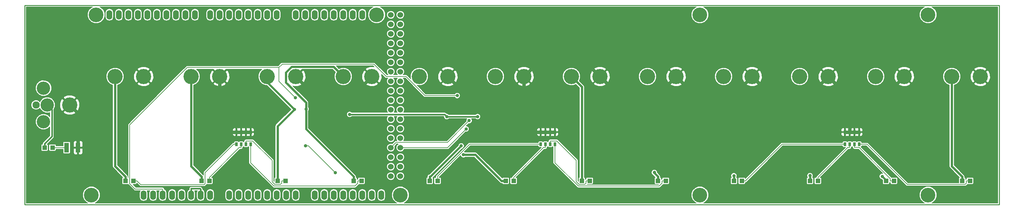
<source format=gtl>
G04 (created by PCBNEW (2013-jul-07)-stable) date Fri 01 Aug 2014 03:38:15 PM EDT*
%MOIN*%
G04 Gerber Fmt 3.4, Leading zero omitted, Abs format*
%FSLAX34Y34*%
G01*
G70*
G90*
G04 APERTURE LIST*
%ADD10C,0.00590551*%
%ADD11C,0.009*%
%ADD12C,0.155*%
%ADD13O,0.06X0.1*%
%ADD14C,0.06*%
%ADD15C,0.16*%
%ADD16R,0.028X0.041*%
%ADD17C,0.076*%
%ADD18C,0.14*%
%ADD19R,0.047X0.047*%
%ADD20R,0.05X0.1*%
%ADD21C,0.035*%
%ADD22C,0.008*%
%ADD23C,0.024*%
%ADD24C,0.016*%
%ADD25C,0.036*%
G04 APERTURE END LIST*
G54D10*
G54D11*
X110000Y-29000D02*
X7500Y-29000D01*
X110000Y-50000D02*
X110000Y-29000D01*
X7500Y-50000D02*
X110000Y-50000D01*
X7500Y-29000D02*
X7500Y-50000D01*
G54D12*
X14500Y-49000D03*
X15000Y-30000D03*
X47000Y-49000D03*
X44500Y-30000D03*
G54D13*
X20000Y-49000D03*
X21000Y-49000D03*
X22000Y-49000D03*
X23000Y-49000D03*
X24000Y-49000D03*
X25000Y-49000D03*
X26000Y-49000D03*
X27000Y-49000D03*
X29000Y-49000D03*
X30000Y-49000D03*
X31000Y-49000D03*
X32000Y-49000D03*
X33000Y-49000D03*
X34000Y-49000D03*
X35000Y-49000D03*
X36000Y-49000D03*
X38000Y-49000D03*
X39000Y-49000D03*
X40000Y-49000D03*
X41000Y-49000D03*
X42000Y-49000D03*
X43000Y-49000D03*
X44000Y-49000D03*
X45000Y-49000D03*
X16400Y-30000D03*
X17400Y-30000D03*
X18400Y-30000D03*
X19400Y-30000D03*
X20400Y-30000D03*
X21400Y-30000D03*
X22400Y-30000D03*
X23400Y-30000D03*
X24400Y-30000D03*
X25400Y-30000D03*
X27000Y-30000D03*
X34000Y-30000D03*
X33000Y-30000D03*
X32000Y-30000D03*
X31000Y-30000D03*
X30000Y-30000D03*
X29000Y-30000D03*
X28000Y-30000D03*
X36000Y-30000D03*
X37000Y-30000D03*
X38000Y-30000D03*
X39000Y-30000D03*
X40000Y-30000D03*
X41000Y-30000D03*
X42000Y-30000D03*
X43000Y-30000D03*
G54D14*
X46000Y-30000D03*
X47000Y-30000D03*
X46000Y-31000D03*
X47000Y-31000D03*
X46000Y-32000D03*
X47000Y-32000D03*
X46000Y-33000D03*
X47000Y-33000D03*
X46000Y-34000D03*
X47000Y-34000D03*
X46000Y-35000D03*
X47000Y-35000D03*
X46000Y-36000D03*
X47000Y-36000D03*
X46000Y-37000D03*
X47000Y-37000D03*
X46000Y-38000D03*
X47000Y-38000D03*
X46000Y-39000D03*
X47000Y-39000D03*
X46000Y-40000D03*
X47000Y-40000D03*
X46000Y-41000D03*
X47000Y-41000D03*
X46000Y-42000D03*
X47000Y-42000D03*
X46000Y-43000D03*
X47000Y-43000D03*
X46000Y-44000D03*
X47000Y-44000D03*
X46000Y-45000D03*
X47000Y-45000D03*
X46000Y-46000D03*
X47000Y-46000D03*
X46000Y-47000D03*
X47000Y-47000D03*
G54D15*
X89000Y-36500D03*
X92000Y-36500D03*
X97000Y-36500D03*
X100000Y-36500D03*
X105000Y-36500D03*
X108000Y-36500D03*
G54D16*
X93750Y-43640D03*
X94250Y-43640D03*
X94750Y-43640D03*
X95250Y-43640D03*
X95250Y-42360D03*
X94750Y-42360D03*
X94250Y-42360D03*
X93750Y-42360D03*
X61750Y-43640D03*
X62250Y-43640D03*
X62750Y-43640D03*
X63250Y-43640D03*
X63250Y-42360D03*
X62750Y-42360D03*
X62250Y-42360D03*
X61750Y-42360D03*
X29750Y-43640D03*
X30250Y-43640D03*
X30750Y-43640D03*
X31250Y-43640D03*
X31250Y-42360D03*
X30750Y-42360D03*
X30250Y-42360D03*
X29750Y-42360D03*
G54D15*
X73000Y-36500D03*
X76000Y-36500D03*
X65000Y-36500D03*
X68000Y-36500D03*
X49000Y-36500D03*
X52000Y-36500D03*
X57000Y-36500D03*
X60000Y-36500D03*
X81000Y-36500D03*
X84000Y-36500D03*
X25000Y-36500D03*
X28000Y-36500D03*
X17000Y-36500D03*
X20000Y-36500D03*
X33000Y-36500D03*
X36000Y-36500D03*
X41000Y-36500D03*
X44000Y-36500D03*
G54D17*
X8680Y-39500D03*
G54D18*
X9860Y-39500D03*
G54D15*
X12220Y-39500D03*
G54D18*
X9470Y-41270D03*
X9470Y-37730D03*
G54D19*
X66915Y-47500D03*
X66085Y-47500D03*
X50915Y-47500D03*
X50085Y-47500D03*
X58915Y-47500D03*
X58085Y-47500D03*
X82915Y-47500D03*
X82085Y-47500D03*
X42915Y-47500D03*
X42085Y-47500D03*
X74915Y-47500D03*
X74085Y-47500D03*
X34915Y-47500D03*
X34085Y-47500D03*
X18915Y-47500D03*
X18085Y-47500D03*
X26915Y-47500D03*
X26085Y-47500D03*
X10415Y-44000D03*
X9585Y-44000D03*
X90915Y-47500D03*
X90085Y-47500D03*
X106915Y-47500D03*
X106085Y-47500D03*
X98915Y-47500D03*
X98085Y-47500D03*
G54D20*
X13100Y-44000D03*
X11900Y-44000D03*
G54D12*
X78500Y-49000D03*
X78500Y-30000D03*
X102500Y-49000D03*
X102500Y-30000D03*
G54D21*
X53922Y-42028D03*
X54239Y-41152D03*
X97676Y-47029D03*
X90085Y-46946D03*
X82085Y-46961D03*
X73711Y-46614D03*
X53632Y-44748D03*
X53401Y-43811D03*
X37075Y-39923D03*
X35855Y-39961D03*
X52974Y-38509D03*
X35960Y-38733D03*
X40160Y-46637D03*
X37026Y-43799D03*
X51878Y-40726D03*
X55124Y-40726D03*
X41656Y-40500D03*
G54D22*
X51951Y-44000D02*
X47000Y-44000D01*
X53922Y-42028D02*
X51951Y-44000D01*
X46559Y-43440D02*
X46000Y-44000D01*
X51952Y-43440D02*
X46559Y-43440D01*
X54239Y-41152D02*
X51952Y-43440D01*
G54D23*
X105000Y-45959D02*
X106085Y-47044D01*
X105000Y-36500D02*
X105000Y-45959D01*
X106085Y-47500D02*
X106085Y-47044D01*
X98085Y-47437D02*
X98085Y-47500D01*
X97676Y-47029D02*
X98085Y-47437D01*
X25000Y-45959D02*
X26085Y-47044D01*
X25000Y-36500D02*
X25000Y-45959D01*
X26085Y-47500D02*
X26085Y-47044D01*
X17000Y-45959D02*
X17000Y-36500D01*
X18085Y-47044D02*
X17000Y-45959D01*
X18085Y-47500D02*
X18085Y-47044D01*
X90085Y-46946D02*
X90085Y-47500D01*
X82085Y-46961D02*
X82085Y-47500D01*
X73711Y-46671D02*
X74085Y-47044D01*
X73711Y-46614D02*
X73711Y-46671D01*
X74085Y-47500D02*
X74085Y-47044D01*
X66085Y-37585D02*
X65000Y-36500D01*
X66085Y-47500D02*
X66085Y-37585D01*
X54878Y-44748D02*
X57629Y-47500D01*
X53632Y-44748D02*
X54878Y-44748D01*
X58085Y-47500D02*
X57629Y-47500D01*
X50085Y-47500D02*
X50085Y-47044D01*
X50167Y-47044D02*
X50085Y-47044D01*
X53401Y-43811D02*
X50167Y-47044D01*
X42085Y-47500D02*
X42085Y-47044D01*
X37075Y-42035D02*
X37075Y-39923D01*
X42085Y-47044D02*
X37075Y-42035D01*
X39976Y-35476D02*
X41000Y-36500D01*
X35553Y-35476D02*
X39976Y-35476D01*
X34959Y-36070D02*
X35553Y-35476D01*
X34959Y-37136D02*
X34959Y-36070D01*
X37075Y-39253D02*
X34959Y-37136D01*
X37075Y-39923D02*
X37075Y-39253D01*
X33000Y-37105D02*
X33000Y-36500D01*
X35855Y-39961D02*
X33000Y-37105D01*
X34085Y-41731D02*
X35855Y-39961D01*
X34085Y-47500D02*
X34085Y-41731D01*
G54D22*
X22000Y-49000D02*
X22000Y-48359D01*
X24597Y-35551D02*
X34228Y-35551D01*
X18539Y-41608D02*
X24597Y-35551D01*
X18539Y-47795D02*
X18539Y-41608D01*
X19104Y-48359D02*
X18539Y-47795D01*
X22000Y-48359D02*
X19104Y-48359D01*
X52974Y-38509D02*
X52974Y-38509D01*
X49597Y-38509D02*
X52974Y-38509D01*
X47587Y-36500D02*
X49597Y-38509D01*
X45507Y-36500D02*
X47587Y-36500D01*
X44212Y-35205D02*
X45507Y-36500D01*
X34575Y-35205D02*
X44212Y-35205D01*
X34228Y-35551D02*
X34575Y-35205D01*
X34228Y-37001D02*
X35960Y-38733D01*
X34228Y-35551D02*
X34228Y-37001D01*
X37322Y-43799D02*
X37026Y-43799D01*
X40160Y-46637D02*
X37322Y-43799D01*
G54D24*
X10353Y-42815D02*
X9585Y-43584D01*
X10353Y-39993D02*
X10353Y-42815D01*
X9860Y-39500D02*
X10353Y-39993D01*
X9585Y-44000D02*
X9585Y-43584D01*
X25000Y-49000D02*
X25000Y-48319D01*
X26000Y-49000D02*
X26000Y-48384D01*
X25934Y-48319D02*
X25000Y-48319D01*
X26000Y-48384D02*
X25934Y-48319D01*
X55124Y-40726D02*
X51878Y-40726D01*
X51651Y-40500D02*
X41656Y-40500D01*
X51878Y-40726D02*
X51651Y-40500D01*
G54D22*
X74915Y-47500D02*
X74539Y-47500D01*
X74539Y-47734D02*
X74539Y-47500D01*
X74219Y-48055D02*
X74539Y-47734D01*
X65713Y-48055D02*
X74219Y-48055D01*
X63250Y-45592D02*
X65713Y-48055D01*
X63250Y-43640D02*
X63250Y-45592D01*
X30054Y-43985D02*
X30250Y-43985D01*
X26915Y-47124D02*
X30054Y-43985D01*
X26915Y-47500D02*
X26915Y-47124D01*
X30250Y-43640D02*
X30250Y-43985D01*
X42915Y-47500D02*
X42539Y-47500D01*
X42539Y-47734D02*
X42539Y-47500D01*
X42219Y-48055D02*
X42539Y-47734D01*
X33706Y-48055D02*
X42219Y-48055D01*
X31250Y-45598D02*
X33706Y-48055D01*
X31250Y-43640D02*
X31250Y-45598D01*
X26460Y-46649D02*
X29469Y-43640D01*
X26460Y-47804D02*
X26460Y-46649D01*
X26373Y-47891D02*
X26460Y-47804D01*
X19681Y-47891D02*
X26373Y-47891D01*
X19290Y-47500D02*
X19681Y-47891D01*
X18915Y-47500D02*
X19290Y-47500D01*
X29750Y-43640D02*
X29469Y-43640D01*
X50915Y-47500D02*
X50915Y-47124D01*
X50915Y-47020D02*
X50915Y-47124D01*
X54295Y-43640D02*
X50915Y-47020D01*
X61750Y-43640D02*
X54295Y-43640D01*
X87150Y-43640D02*
X93750Y-43640D01*
X83290Y-47500D02*
X87150Y-43640D01*
X82915Y-47500D02*
X83290Y-47500D01*
X96075Y-43640D02*
X95250Y-43640D01*
X100310Y-47875D02*
X96075Y-43640D01*
X106399Y-47875D02*
X100310Y-47875D01*
X106539Y-47734D02*
X106399Y-47875D01*
X106539Y-47500D02*
X106539Y-47734D01*
X106915Y-47500D02*
X106539Y-47500D01*
X63471Y-43294D02*
X62750Y-43294D01*
X65503Y-45326D02*
X63471Y-43294D01*
X65503Y-47589D02*
X65503Y-45326D01*
X65788Y-47875D02*
X65503Y-47589D01*
X66399Y-47875D02*
X65788Y-47875D01*
X66539Y-47734D02*
X66399Y-47875D01*
X66539Y-47500D02*
X66539Y-47734D01*
X66915Y-47500D02*
X66539Y-47500D01*
X62750Y-43640D02*
X62750Y-43294D01*
X95263Y-43985D02*
X94750Y-43985D01*
X98539Y-47261D02*
X95263Y-43985D01*
X98539Y-47500D02*
X98539Y-47261D01*
X98915Y-47500D02*
X98539Y-47500D01*
X94750Y-43640D02*
X94750Y-43985D01*
X94054Y-43985D02*
X94250Y-43985D01*
X90915Y-47124D02*
X94054Y-43985D01*
X90915Y-47500D02*
X90915Y-47124D01*
X94250Y-43640D02*
X94250Y-43985D01*
X62054Y-43985D02*
X62250Y-43985D01*
X58915Y-47124D02*
X62054Y-43985D01*
X58915Y-47500D02*
X58915Y-47124D01*
X62250Y-43640D02*
X62250Y-43985D01*
X31471Y-43294D02*
X30750Y-43294D01*
X33508Y-45331D02*
X31471Y-43294D01*
X33508Y-47602D02*
X33508Y-45331D01*
X33781Y-47875D02*
X33508Y-47602D01*
X34399Y-47875D02*
X33781Y-47875D01*
X34539Y-47734D02*
X34399Y-47875D01*
X34539Y-47500D02*
X34539Y-47734D01*
X34915Y-47500D02*
X34539Y-47500D01*
X30750Y-43640D02*
X30750Y-43294D01*
X11900Y-44000D02*
X10415Y-44000D01*
G54D25*
X94250Y-42360D02*
X94750Y-42360D01*
X94750Y-42360D02*
X95250Y-42360D01*
X94250Y-42360D02*
X93750Y-42360D01*
X13100Y-40380D02*
X13100Y-44000D01*
X12220Y-39500D02*
X13100Y-40380D01*
X85080Y-37580D02*
X84000Y-36500D01*
X90919Y-37580D02*
X85080Y-37580D01*
X92000Y-36500D02*
X90919Y-37580D01*
X94250Y-37580D02*
X94250Y-42360D01*
X98919Y-37580D02*
X94250Y-37580D01*
X100000Y-36500D02*
X98919Y-37580D01*
X93080Y-37580D02*
X92000Y-36500D01*
X94250Y-37580D02*
X93080Y-37580D01*
X62250Y-42360D02*
X62750Y-42360D01*
X62750Y-42360D02*
X63250Y-42360D01*
X62250Y-42360D02*
X61750Y-42360D01*
X61750Y-42360D02*
X61329Y-42360D01*
X30250Y-42360D02*
X30750Y-42360D01*
X29750Y-42360D02*
X30250Y-42360D01*
X61329Y-42360D02*
X59699Y-40729D01*
X55765Y-40729D02*
X59699Y-40729D01*
X55765Y-40265D02*
X52000Y-36500D01*
X55765Y-40729D02*
X55765Y-40265D01*
X60000Y-40428D02*
X60000Y-36500D01*
X59699Y-40729D02*
X60000Y-40428D01*
X66899Y-35399D02*
X68000Y-36500D01*
X61100Y-35399D02*
X66899Y-35399D01*
X60000Y-36500D02*
X61100Y-35399D01*
X30750Y-42360D02*
X31250Y-42360D01*
X69080Y-37580D02*
X68000Y-36500D01*
X74919Y-37580D02*
X69080Y-37580D01*
X76000Y-36500D02*
X74919Y-37580D01*
X82919Y-37580D02*
X84000Y-36500D01*
X77080Y-37580D02*
X82919Y-37580D01*
X76000Y-36500D02*
X77080Y-37580D01*
X28000Y-41030D02*
X29329Y-42360D01*
X28000Y-36500D02*
X28000Y-41030D01*
X29750Y-42360D02*
X29329Y-42360D01*
X55765Y-40829D02*
X55765Y-40729D01*
X54111Y-42483D02*
X55765Y-40829D01*
X54011Y-42483D02*
X54111Y-42483D01*
X48907Y-47587D02*
X54011Y-42483D01*
X45755Y-47587D02*
X48907Y-47587D01*
X40109Y-41941D02*
X45755Y-47587D01*
X40109Y-40390D02*
X40109Y-41941D01*
X39890Y-40390D02*
X40109Y-40390D01*
X36000Y-36500D02*
X39890Y-40390D01*
X40109Y-40390D02*
X44000Y-36500D01*
G54D10*
G36*
X35487Y-39961D02*
X33901Y-41547D01*
X33844Y-41631D01*
X33825Y-41731D01*
X33825Y-47124D01*
X33822Y-47124D01*
X33770Y-47146D01*
X33731Y-47185D01*
X33710Y-47237D01*
X33709Y-47292D01*
X33709Y-47549D01*
X33688Y-47527D01*
X33688Y-45331D01*
X33674Y-45263D01*
X33635Y-45204D01*
X31630Y-43198D01*
X31630Y-42517D01*
X31630Y-42202D01*
X31629Y-42107D01*
X31593Y-42018D01*
X31525Y-41951D01*
X31437Y-41914D01*
X31370Y-41915D01*
X31310Y-41975D01*
X31310Y-42300D01*
X31570Y-42300D01*
X31630Y-42240D01*
X31630Y-42202D01*
X31630Y-42517D01*
X31630Y-42480D01*
X31570Y-42420D01*
X31310Y-42420D01*
X31310Y-42745D01*
X31370Y-42805D01*
X31437Y-42805D01*
X31525Y-42768D01*
X31593Y-42701D01*
X31629Y-42612D01*
X31630Y-42517D01*
X31630Y-43198D01*
X31598Y-43167D01*
X31540Y-43128D01*
X31471Y-43114D01*
X31190Y-43114D01*
X31190Y-42745D01*
X31190Y-42420D01*
X31190Y-42300D01*
X31190Y-41975D01*
X31130Y-41915D01*
X31062Y-41914D01*
X31000Y-41940D01*
X30937Y-41914D01*
X30870Y-41915D01*
X30810Y-41975D01*
X30810Y-42300D01*
X30930Y-42300D01*
X31070Y-42300D01*
X31190Y-42300D01*
X31190Y-42420D01*
X31070Y-42420D01*
X30930Y-42420D01*
X30810Y-42420D01*
X30810Y-42745D01*
X30870Y-42805D01*
X30937Y-42805D01*
X31000Y-42779D01*
X31062Y-42805D01*
X31130Y-42805D01*
X31190Y-42745D01*
X31190Y-43114D01*
X30750Y-43114D01*
X30690Y-43126D01*
X30690Y-42745D01*
X30690Y-42420D01*
X30690Y-42300D01*
X30690Y-41975D01*
X30630Y-41915D01*
X30562Y-41914D01*
X30500Y-41940D01*
X30437Y-41914D01*
X30370Y-41915D01*
X30310Y-41975D01*
X30310Y-42300D01*
X30430Y-42300D01*
X30570Y-42300D01*
X30690Y-42300D01*
X30690Y-42420D01*
X30570Y-42420D01*
X30430Y-42420D01*
X30310Y-42420D01*
X30310Y-42745D01*
X30370Y-42805D01*
X30437Y-42805D01*
X30500Y-42779D01*
X30562Y-42805D01*
X30630Y-42805D01*
X30690Y-42745D01*
X30690Y-43126D01*
X30681Y-43128D01*
X30622Y-43167D01*
X30583Y-43225D01*
X30570Y-43294D01*
X30570Y-43321D01*
X30542Y-43333D01*
X30508Y-43366D01*
X30500Y-43386D01*
X30491Y-43367D01*
X30458Y-43333D01*
X30413Y-43315D01*
X30366Y-43314D01*
X30190Y-43314D01*
X30190Y-42745D01*
X30190Y-42420D01*
X30190Y-42300D01*
X30190Y-41975D01*
X30130Y-41915D01*
X30062Y-41914D01*
X30000Y-41940D01*
X29937Y-41914D01*
X29870Y-41915D01*
X29810Y-41975D01*
X29810Y-42300D01*
X29930Y-42300D01*
X30070Y-42300D01*
X30190Y-42300D01*
X30190Y-42420D01*
X30070Y-42420D01*
X29930Y-42420D01*
X29810Y-42420D01*
X29810Y-42745D01*
X29870Y-42805D01*
X29937Y-42805D01*
X30000Y-42779D01*
X30062Y-42805D01*
X30130Y-42805D01*
X30190Y-42745D01*
X30190Y-43314D01*
X30086Y-43314D01*
X30042Y-43333D01*
X30008Y-43366D01*
X30000Y-43386D01*
X29991Y-43367D01*
X29958Y-43333D01*
X29913Y-43315D01*
X29866Y-43314D01*
X29690Y-43314D01*
X29690Y-42745D01*
X29690Y-42420D01*
X29690Y-42300D01*
X29690Y-41975D01*
X29630Y-41915D01*
X29562Y-41914D01*
X29474Y-41951D01*
X29406Y-42018D01*
X29370Y-42107D01*
X29369Y-42202D01*
X29370Y-42240D01*
X29430Y-42300D01*
X29690Y-42300D01*
X29690Y-42420D01*
X29430Y-42420D01*
X29370Y-42480D01*
X29369Y-42517D01*
X29370Y-42612D01*
X29406Y-42701D01*
X29474Y-42768D01*
X29562Y-42805D01*
X29630Y-42805D01*
X29690Y-42745D01*
X29690Y-43314D01*
X29586Y-43314D01*
X29542Y-43333D01*
X29508Y-43366D01*
X29490Y-43411D01*
X29489Y-43458D01*
X29489Y-43460D01*
X29469Y-43460D01*
X29400Y-43473D01*
X29381Y-43486D01*
X29342Y-43512D01*
X29043Y-43811D01*
X29043Y-36688D01*
X29036Y-36275D01*
X28891Y-35926D01*
X28748Y-35836D01*
X28084Y-36500D01*
X28748Y-37163D01*
X28891Y-37073D01*
X29043Y-36688D01*
X29043Y-43811D01*
X28663Y-44191D01*
X28663Y-37248D01*
X28000Y-36584D01*
X27915Y-36669D01*
X27915Y-36500D01*
X27251Y-35836D01*
X27108Y-35926D01*
X26956Y-36311D01*
X26963Y-36724D01*
X27108Y-37073D01*
X27251Y-37163D01*
X27915Y-36500D01*
X27915Y-36669D01*
X27336Y-37248D01*
X27426Y-37391D01*
X27811Y-37543D01*
X28224Y-37536D01*
X28573Y-37391D01*
X28663Y-37248D01*
X28663Y-44191D01*
X26332Y-46522D01*
X26293Y-46580D01*
X26280Y-46649D01*
X26280Y-46877D01*
X26268Y-46861D01*
X25260Y-45852D01*
X25260Y-37409D01*
X25531Y-37297D01*
X25796Y-37033D01*
X25939Y-36687D01*
X25940Y-36313D01*
X25797Y-35968D01*
X25561Y-35731D01*
X27348Y-35731D01*
X27336Y-35751D01*
X28000Y-36415D01*
X28663Y-35751D01*
X28651Y-35731D01*
X32439Y-35731D01*
X32203Y-35966D01*
X32060Y-36312D01*
X32059Y-36686D01*
X32202Y-37031D01*
X32466Y-37296D01*
X32812Y-37439D01*
X32966Y-37439D01*
X35487Y-39961D01*
X35487Y-39961D01*
G37*
G54D22*
X35487Y-39961D02*
X33901Y-41547D01*
X33844Y-41631D01*
X33825Y-41731D01*
X33825Y-47124D01*
X33822Y-47124D01*
X33770Y-47146D01*
X33731Y-47185D01*
X33710Y-47237D01*
X33709Y-47292D01*
X33709Y-47549D01*
X33688Y-47527D01*
X33688Y-45331D01*
X33674Y-45263D01*
X33635Y-45204D01*
X31630Y-43198D01*
X31630Y-42517D01*
X31630Y-42202D01*
X31629Y-42107D01*
X31593Y-42018D01*
X31525Y-41951D01*
X31437Y-41914D01*
X31370Y-41915D01*
X31310Y-41975D01*
X31310Y-42300D01*
X31570Y-42300D01*
X31630Y-42240D01*
X31630Y-42202D01*
X31630Y-42517D01*
X31630Y-42480D01*
X31570Y-42420D01*
X31310Y-42420D01*
X31310Y-42745D01*
X31370Y-42805D01*
X31437Y-42805D01*
X31525Y-42768D01*
X31593Y-42701D01*
X31629Y-42612D01*
X31630Y-42517D01*
X31630Y-43198D01*
X31598Y-43167D01*
X31540Y-43128D01*
X31471Y-43114D01*
X31190Y-43114D01*
X31190Y-42745D01*
X31190Y-42420D01*
X31190Y-42300D01*
X31190Y-41975D01*
X31130Y-41915D01*
X31062Y-41914D01*
X31000Y-41940D01*
X30937Y-41914D01*
X30870Y-41915D01*
X30810Y-41975D01*
X30810Y-42300D01*
X30930Y-42300D01*
X31070Y-42300D01*
X31190Y-42300D01*
X31190Y-42420D01*
X31070Y-42420D01*
X30930Y-42420D01*
X30810Y-42420D01*
X30810Y-42745D01*
X30870Y-42805D01*
X30937Y-42805D01*
X31000Y-42779D01*
X31062Y-42805D01*
X31130Y-42805D01*
X31190Y-42745D01*
X31190Y-43114D01*
X30750Y-43114D01*
X30690Y-43126D01*
X30690Y-42745D01*
X30690Y-42420D01*
X30690Y-42300D01*
X30690Y-41975D01*
X30630Y-41915D01*
X30562Y-41914D01*
X30500Y-41940D01*
X30437Y-41914D01*
X30370Y-41915D01*
X30310Y-41975D01*
X30310Y-42300D01*
X30430Y-42300D01*
X30570Y-42300D01*
X30690Y-42300D01*
X30690Y-42420D01*
X30570Y-42420D01*
X30430Y-42420D01*
X30310Y-42420D01*
X30310Y-42745D01*
X30370Y-42805D01*
X30437Y-42805D01*
X30500Y-42779D01*
X30562Y-42805D01*
X30630Y-42805D01*
X30690Y-42745D01*
X30690Y-43126D01*
X30681Y-43128D01*
X30622Y-43167D01*
X30583Y-43225D01*
X30570Y-43294D01*
X30570Y-43321D01*
X30542Y-43333D01*
X30508Y-43366D01*
X30500Y-43386D01*
X30491Y-43367D01*
X30458Y-43333D01*
X30413Y-43315D01*
X30366Y-43314D01*
X30190Y-43314D01*
X30190Y-42745D01*
X30190Y-42420D01*
X30190Y-42300D01*
X30190Y-41975D01*
X30130Y-41915D01*
X30062Y-41914D01*
X30000Y-41940D01*
X29937Y-41914D01*
X29870Y-41915D01*
X29810Y-41975D01*
X29810Y-42300D01*
X29930Y-42300D01*
X30070Y-42300D01*
X30190Y-42300D01*
X30190Y-42420D01*
X30070Y-42420D01*
X29930Y-42420D01*
X29810Y-42420D01*
X29810Y-42745D01*
X29870Y-42805D01*
X29937Y-42805D01*
X30000Y-42779D01*
X30062Y-42805D01*
X30130Y-42805D01*
X30190Y-42745D01*
X30190Y-43314D01*
X30086Y-43314D01*
X30042Y-43333D01*
X30008Y-43366D01*
X30000Y-43386D01*
X29991Y-43367D01*
X29958Y-43333D01*
X29913Y-43315D01*
X29866Y-43314D01*
X29690Y-43314D01*
X29690Y-42745D01*
X29690Y-42420D01*
X29690Y-42300D01*
X29690Y-41975D01*
X29630Y-41915D01*
X29562Y-41914D01*
X29474Y-41951D01*
X29406Y-42018D01*
X29370Y-42107D01*
X29369Y-42202D01*
X29370Y-42240D01*
X29430Y-42300D01*
X29690Y-42300D01*
X29690Y-42420D01*
X29430Y-42420D01*
X29370Y-42480D01*
X29369Y-42517D01*
X29370Y-42612D01*
X29406Y-42701D01*
X29474Y-42768D01*
X29562Y-42805D01*
X29630Y-42805D01*
X29690Y-42745D01*
X29690Y-43314D01*
X29586Y-43314D01*
X29542Y-43333D01*
X29508Y-43366D01*
X29490Y-43411D01*
X29489Y-43458D01*
X29489Y-43460D01*
X29469Y-43460D01*
X29400Y-43473D01*
X29381Y-43486D01*
X29342Y-43512D01*
X29043Y-43811D01*
X29043Y-36688D01*
X29036Y-36275D01*
X28891Y-35926D01*
X28748Y-35836D01*
X28084Y-36500D01*
X28748Y-37163D01*
X28891Y-37073D01*
X29043Y-36688D01*
X29043Y-43811D01*
X28663Y-44191D01*
X28663Y-37248D01*
X28000Y-36584D01*
X27915Y-36669D01*
X27915Y-36500D01*
X27251Y-35836D01*
X27108Y-35926D01*
X26956Y-36311D01*
X26963Y-36724D01*
X27108Y-37073D01*
X27251Y-37163D01*
X27915Y-36500D01*
X27915Y-36669D01*
X27336Y-37248D01*
X27426Y-37391D01*
X27811Y-37543D01*
X28224Y-37536D01*
X28573Y-37391D01*
X28663Y-37248D01*
X28663Y-44191D01*
X26332Y-46522D01*
X26293Y-46580D01*
X26280Y-46649D01*
X26280Y-46877D01*
X26268Y-46861D01*
X25260Y-45852D01*
X25260Y-37409D01*
X25531Y-37297D01*
X25796Y-37033D01*
X25939Y-36687D01*
X25940Y-36313D01*
X25797Y-35968D01*
X25561Y-35731D01*
X27348Y-35731D01*
X27336Y-35751D01*
X28000Y-36415D01*
X28663Y-35751D01*
X28651Y-35731D01*
X32439Y-35731D01*
X32203Y-35966D01*
X32060Y-36312D01*
X32059Y-36686D01*
X32202Y-37031D01*
X32466Y-37296D01*
X32812Y-37439D01*
X32966Y-37439D01*
X35487Y-39961D01*
G54D10*
G36*
X109835Y-49835D02*
X109043Y-49835D01*
X109043Y-36688D01*
X109036Y-36275D01*
X108891Y-35926D01*
X108748Y-35836D01*
X108663Y-35921D01*
X108663Y-35751D01*
X108573Y-35608D01*
X108188Y-35456D01*
X107775Y-35463D01*
X107426Y-35608D01*
X107336Y-35751D01*
X108000Y-36415D01*
X108663Y-35751D01*
X108663Y-35921D01*
X108084Y-36500D01*
X108748Y-37163D01*
X108891Y-37073D01*
X109043Y-36688D01*
X109043Y-49835D01*
X108663Y-49835D01*
X108663Y-37248D01*
X108000Y-36584D01*
X107915Y-36669D01*
X107915Y-36500D01*
X107251Y-35836D01*
X107108Y-35926D01*
X106956Y-36311D01*
X106963Y-36724D01*
X107108Y-37073D01*
X107251Y-37163D01*
X107915Y-36500D01*
X107915Y-36669D01*
X107336Y-37248D01*
X107426Y-37391D01*
X107811Y-37543D01*
X108224Y-37536D01*
X108573Y-37391D01*
X108663Y-37248D01*
X108663Y-49835D01*
X107290Y-49835D01*
X107290Y-47707D01*
X107290Y-47237D01*
X107268Y-47185D01*
X107229Y-47146D01*
X107177Y-47125D01*
X107122Y-47124D01*
X106652Y-47124D01*
X106600Y-47146D01*
X106561Y-47185D01*
X106540Y-47237D01*
X106539Y-47292D01*
X106539Y-47320D01*
X106539Y-47320D01*
X106470Y-47333D01*
X106460Y-47341D01*
X106460Y-47237D01*
X106438Y-47185D01*
X106399Y-47146D01*
X106347Y-47125D01*
X106345Y-47125D01*
X106345Y-47044D01*
X106325Y-46945D01*
X106268Y-46861D01*
X105260Y-45852D01*
X105260Y-37409D01*
X105531Y-37297D01*
X105796Y-37033D01*
X105939Y-36687D01*
X105940Y-36313D01*
X105797Y-35968D01*
X105533Y-35703D01*
X105187Y-35560D01*
X104813Y-35559D01*
X104468Y-35702D01*
X104203Y-35966D01*
X104060Y-36312D01*
X104059Y-36686D01*
X104202Y-37031D01*
X104466Y-37296D01*
X104740Y-37409D01*
X104740Y-45959D01*
X104759Y-46059D01*
X104816Y-46143D01*
X105804Y-47132D01*
X105770Y-47146D01*
X105731Y-47185D01*
X105710Y-47237D01*
X105709Y-47292D01*
X105709Y-47695D01*
X101043Y-47695D01*
X101043Y-36688D01*
X101036Y-36275D01*
X100891Y-35926D01*
X100748Y-35836D01*
X100663Y-35921D01*
X100663Y-35751D01*
X100573Y-35608D01*
X100188Y-35456D01*
X99775Y-35463D01*
X99426Y-35608D01*
X99336Y-35751D01*
X100000Y-36415D01*
X100663Y-35751D01*
X100663Y-35921D01*
X100084Y-36500D01*
X100748Y-37163D01*
X100891Y-37073D01*
X101043Y-36688D01*
X101043Y-47695D01*
X100663Y-47695D01*
X100663Y-37248D01*
X100000Y-36584D01*
X99915Y-36669D01*
X99915Y-36500D01*
X99251Y-35836D01*
X99108Y-35926D01*
X98956Y-36311D01*
X98963Y-36724D01*
X99108Y-37073D01*
X99251Y-37163D01*
X99915Y-36500D01*
X99915Y-36669D01*
X99336Y-37248D01*
X99426Y-37391D01*
X99811Y-37543D01*
X100224Y-37536D01*
X100573Y-37391D01*
X100663Y-37248D01*
X100663Y-47695D01*
X100385Y-47695D01*
X97940Y-45250D01*
X97940Y-36313D01*
X97797Y-35968D01*
X97533Y-35703D01*
X97187Y-35560D01*
X96813Y-35559D01*
X96468Y-35702D01*
X96203Y-35966D01*
X96060Y-36312D01*
X96059Y-36686D01*
X96202Y-37031D01*
X96466Y-37296D01*
X96812Y-37439D01*
X97186Y-37440D01*
X97531Y-37297D01*
X97796Y-37033D01*
X97939Y-36687D01*
X97940Y-36313D01*
X97940Y-45250D01*
X96202Y-43512D01*
X96144Y-43473D01*
X96075Y-43460D01*
X95630Y-43460D01*
X95630Y-42517D01*
X95630Y-42202D01*
X95629Y-42107D01*
X95593Y-42018D01*
X95525Y-41951D01*
X95437Y-41914D01*
X95370Y-41915D01*
X95310Y-41975D01*
X95310Y-42300D01*
X95570Y-42300D01*
X95630Y-42240D01*
X95630Y-42202D01*
X95630Y-42517D01*
X95630Y-42480D01*
X95570Y-42420D01*
X95310Y-42420D01*
X95310Y-42745D01*
X95370Y-42805D01*
X95437Y-42805D01*
X95525Y-42768D01*
X95593Y-42701D01*
X95629Y-42612D01*
X95630Y-42517D01*
X95630Y-43460D01*
X95510Y-43460D01*
X95510Y-43411D01*
X95491Y-43367D01*
X95458Y-43333D01*
X95413Y-43315D01*
X95366Y-43314D01*
X95190Y-43314D01*
X95190Y-42745D01*
X95190Y-42420D01*
X95190Y-42300D01*
X95190Y-41975D01*
X95130Y-41915D01*
X95062Y-41914D01*
X95000Y-41940D01*
X94937Y-41914D01*
X94870Y-41915D01*
X94810Y-41975D01*
X94810Y-42300D01*
X94930Y-42300D01*
X95070Y-42300D01*
X95190Y-42300D01*
X95190Y-42420D01*
X95070Y-42420D01*
X94930Y-42420D01*
X94810Y-42420D01*
X94810Y-42745D01*
X94870Y-42805D01*
X94937Y-42805D01*
X95000Y-42779D01*
X95062Y-42805D01*
X95130Y-42805D01*
X95190Y-42745D01*
X95190Y-43314D01*
X95086Y-43314D01*
X95042Y-43333D01*
X95008Y-43366D01*
X95000Y-43386D01*
X94991Y-43367D01*
X94958Y-43333D01*
X94913Y-43315D01*
X94866Y-43314D01*
X94690Y-43314D01*
X94690Y-42745D01*
X94690Y-42420D01*
X94690Y-42300D01*
X94690Y-41975D01*
X94630Y-41915D01*
X94562Y-41914D01*
X94500Y-41940D01*
X94437Y-41914D01*
X94370Y-41915D01*
X94310Y-41975D01*
X94310Y-42300D01*
X94430Y-42300D01*
X94570Y-42300D01*
X94690Y-42300D01*
X94690Y-42420D01*
X94570Y-42420D01*
X94430Y-42420D01*
X94310Y-42420D01*
X94310Y-42745D01*
X94370Y-42805D01*
X94437Y-42805D01*
X94500Y-42779D01*
X94562Y-42805D01*
X94630Y-42805D01*
X94690Y-42745D01*
X94690Y-43314D01*
X94586Y-43314D01*
X94542Y-43333D01*
X94508Y-43366D01*
X94500Y-43386D01*
X94491Y-43367D01*
X94458Y-43333D01*
X94413Y-43315D01*
X94366Y-43314D01*
X94190Y-43314D01*
X94190Y-42745D01*
X94190Y-42420D01*
X94190Y-42300D01*
X94190Y-41975D01*
X94130Y-41915D01*
X94062Y-41914D01*
X94000Y-41940D01*
X93937Y-41914D01*
X93870Y-41915D01*
X93810Y-41975D01*
X93810Y-42300D01*
X93930Y-42300D01*
X94070Y-42300D01*
X94190Y-42300D01*
X94190Y-42420D01*
X94070Y-42420D01*
X93930Y-42420D01*
X93810Y-42420D01*
X93810Y-42745D01*
X93870Y-42805D01*
X93937Y-42805D01*
X94000Y-42779D01*
X94062Y-42805D01*
X94130Y-42805D01*
X94190Y-42745D01*
X94190Y-43314D01*
X94086Y-43314D01*
X94042Y-43333D01*
X94008Y-43366D01*
X94000Y-43386D01*
X93991Y-43367D01*
X93958Y-43333D01*
X93913Y-43315D01*
X93866Y-43314D01*
X93690Y-43314D01*
X93690Y-42745D01*
X93690Y-42420D01*
X93690Y-42300D01*
X93690Y-41975D01*
X93630Y-41915D01*
X93562Y-41914D01*
X93474Y-41951D01*
X93406Y-42018D01*
X93370Y-42107D01*
X93369Y-42202D01*
X93370Y-42240D01*
X93430Y-42300D01*
X93690Y-42300D01*
X93690Y-42420D01*
X93430Y-42420D01*
X93370Y-42480D01*
X93369Y-42517D01*
X93370Y-42612D01*
X93406Y-42701D01*
X93474Y-42768D01*
X93562Y-42805D01*
X93630Y-42805D01*
X93690Y-42745D01*
X93690Y-43314D01*
X93586Y-43314D01*
X93542Y-43333D01*
X93508Y-43366D01*
X93490Y-43411D01*
X93489Y-43458D01*
X93489Y-43460D01*
X93043Y-43460D01*
X93043Y-36688D01*
X93036Y-36275D01*
X92891Y-35926D01*
X92748Y-35836D01*
X92663Y-35921D01*
X92663Y-35751D01*
X92573Y-35608D01*
X92188Y-35456D01*
X91775Y-35463D01*
X91426Y-35608D01*
X91336Y-35751D01*
X92000Y-36415D01*
X92663Y-35751D01*
X92663Y-35921D01*
X92084Y-36500D01*
X92748Y-37163D01*
X92891Y-37073D01*
X93043Y-36688D01*
X93043Y-43460D01*
X92663Y-43460D01*
X92663Y-37248D01*
X92000Y-36584D01*
X91915Y-36669D01*
X91915Y-36500D01*
X91251Y-35836D01*
X91108Y-35926D01*
X90956Y-36311D01*
X90963Y-36724D01*
X91108Y-37073D01*
X91251Y-37163D01*
X91915Y-36500D01*
X91915Y-36669D01*
X91336Y-37248D01*
X91426Y-37391D01*
X91811Y-37543D01*
X92224Y-37536D01*
X92573Y-37391D01*
X92663Y-37248D01*
X92663Y-43460D01*
X89940Y-43460D01*
X89940Y-36313D01*
X89797Y-35968D01*
X89533Y-35703D01*
X89187Y-35560D01*
X88813Y-35559D01*
X88468Y-35702D01*
X88203Y-35966D01*
X88060Y-36312D01*
X88059Y-36686D01*
X88202Y-37031D01*
X88466Y-37296D01*
X88812Y-37439D01*
X89186Y-37440D01*
X89531Y-37297D01*
X89796Y-37033D01*
X89939Y-36687D01*
X89940Y-36313D01*
X89940Y-43460D01*
X87150Y-43460D01*
X87081Y-43473D01*
X87022Y-43512D01*
X85043Y-45492D01*
X85043Y-36688D01*
X85036Y-36275D01*
X84891Y-35926D01*
X84748Y-35836D01*
X84663Y-35921D01*
X84663Y-35751D01*
X84573Y-35608D01*
X84188Y-35456D01*
X83775Y-35463D01*
X83426Y-35608D01*
X83336Y-35751D01*
X84000Y-36415D01*
X84663Y-35751D01*
X84663Y-35921D01*
X84084Y-36500D01*
X84748Y-37163D01*
X84891Y-37073D01*
X85043Y-36688D01*
X85043Y-45492D01*
X84663Y-45871D01*
X84663Y-37248D01*
X84000Y-36584D01*
X83915Y-36669D01*
X83915Y-36500D01*
X83251Y-35836D01*
X83108Y-35926D01*
X82956Y-36311D01*
X82963Y-36724D01*
X83108Y-37073D01*
X83251Y-37163D01*
X83915Y-36500D01*
X83915Y-36669D01*
X83336Y-37248D01*
X83426Y-37391D01*
X83811Y-37543D01*
X84224Y-37536D01*
X84573Y-37391D01*
X84663Y-37248D01*
X84663Y-45871D01*
X83290Y-47245D01*
X83290Y-47237D01*
X83268Y-47185D01*
X83229Y-47146D01*
X83177Y-47125D01*
X83122Y-47124D01*
X82652Y-47124D01*
X82600Y-47146D01*
X82561Y-47185D01*
X82540Y-47237D01*
X82539Y-47292D01*
X82539Y-47762D01*
X82561Y-47814D01*
X82600Y-47853D01*
X82652Y-47874D01*
X82707Y-47875D01*
X83177Y-47875D01*
X83229Y-47853D01*
X83268Y-47814D01*
X83289Y-47762D01*
X83290Y-47707D01*
X83290Y-47680D01*
X83290Y-47680D01*
X83359Y-47666D01*
X83417Y-47627D01*
X87224Y-43820D01*
X93489Y-43820D01*
X93489Y-43868D01*
X93508Y-43912D01*
X93541Y-43946D01*
X93586Y-43964D01*
X93633Y-43965D01*
X93820Y-43965D01*
X90787Y-46997D01*
X90748Y-47055D01*
X90735Y-47124D01*
X90735Y-47124D01*
X90652Y-47124D01*
X90600Y-47146D01*
X90561Y-47185D01*
X90540Y-47237D01*
X90539Y-47292D01*
X90539Y-47762D01*
X90561Y-47814D01*
X90600Y-47853D01*
X90652Y-47874D01*
X90707Y-47875D01*
X91177Y-47875D01*
X91229Y-47853D01*
X91268Y-47814D01*
X91289Y-47762D01*
X91290Y-47707D01*
X91290Y-47237D01*
X91268Y-47185D01*
X91229Y-47146D01*
X91177Y-47125D01*
X91169Y-47125D01*
X94129Y-44165D01*
X94250Y-44165D01*
X94318Y-44151D01*
X94377Y-44112D01*
X94416Y-44054D01*
X94430Y-43985D01*
X94430Y-43958D01*
X94457Y-43946D01*
X94491Y-43913D01*
X94499Y-43893D01*
X94508Y-43912D01*
X94541Y-43946D01*
X94570Y-43958D01*
X94570Y-43985D01*
X94583Y-44054D01*
X94622Y-44112D01*
X94681Y-44151D01*
X94750Y-44165D01*
X95188Y-44165D01*
X97737Y-46714D01*
X97614Y-46714D01*
X97498Y-46761D01*
X97409Y-46850D01*
X97361Y-46966D01*
X97361Y-47091D01*
X97409Y-47207D01*
X97497Y-47296D01*
X97613Y-47344D01*
X97623Y-47344D01*
X97709Y-47430D01*
X97709Y-47762D01*
X97731Y-47814D01*
X97770Y-47853D01*
X97822Y-47874D01*
X97877Y-47875D01*
X98347Y-47875D01*
X98399Y-47853D01*
X98438Y-47814D01*
X98459Y-47762D01*
X98460Y-47707D01*
X98460Y-47658D01*
X98470Y-47666D01*
X98539Y-47680D01*
X98539Y-47680D01*
X98539Y-47762D01*
X98561Y-47814D01*
X98600Y-47853D01*
X98652Y-47874D01*
X98707Y-47875D01*
X99177Y-47875D01*
X99229Y-47853D01*
X99268Y-47814D01*
X99289Y-47762D01*
X99290Y-47707D01*
X99290Y-47237D01*
X99268Y-47185D01*
X99229Y-47146D01*
X99177Y-47125D01*
X99122Y-47124D01*
X98657Y-47124D01*
X95468Y-43936D01*
X95491Y-43913D01*
X95509Y-43868D01*
X95510Y-43821D01*
X95510Y-43820D01*
X96000Y-43820D01*
X100183Y-48002D01*
X100183Y-48002D01*
X100241Y-48041D01*
X100310Y-48055D01*
X106399Y-48055D01*
X106468Y-48041D01*
X106526Y-48002D01*
X106653Y-47874D01*
X106707Y-47875D01*
X107177Y-47875D01*
X107229Y-47853D01*
X107268Y-47814D01*
X107289Y-47762D01*
X107290Y-47707D01*
X107290Y-49835D01*
X102875Y-49835D01*
X103017Y-49776D01*
X103275Y-49518D01*
X103414Y-49182D01*
X103415Y-48818D01*
X103276Y-48482D01*
X103018Y-48224D01*
X102682Y-48085D01*
X102318Y-48084D01*
X101982Y-48223D01*
X101724Y-48481D01*
X101585Y-48817D01*
X101584Y-49181D01*
X101723Y-49517D01*
X101981Y-49775D01*
X102124Y-49835D01*
X90460Y-49835D01*
X90460Y-47707D01*
X90460Y-47237D01*
X90438Y-47185D01*
X90399Y-47146D01*
X90350Y-47126D01*
X90351Y-47125D01*
X90399Y-47009D01*
X90400Y-46883D01*
X90352Y-46768D01*
X90263Y-46679D01*
X90147Y-46631D01*
X90022Y-46631D01*
X89906Y-46679D01*
X89818Y-46767D01*
X89770Y-46883D01*
X89769Y-47008D01*
X89817Y-47124D01*
X89819Y-47126D01*
X89770Y-47146D01*
X89731Y-47185D01*
X89710Y-47237D01*
X89709Y-47292D01*
X89709Y-47762D01*
X89731Y-47814D01*
X89770Y-47853D01*
X89822Y-47874D01*
X89877Y-47875D01*
X90347Y-47875D01*
X90399Y-47853D01*
X90438Y-47814D01*
X90459Y-47762D01*
X90460Y-47707D01*
X90460Y-49835D01*
X82460Y-49835D01*
X82460Y-47707D01*
X82460Y-47237D01*
X82438Y-47185D01*
X82399Y-47146D01*
X82356Y-47128D01*
X82399Y-47024D01*
X82400Y-46899D01*
X82352Y-46783D01*
X82263Y-46694D01*
X82147Y-46646D01*
X82022Y-46646D01*
X81940Y-46680D01*
X81940Y-36313D01*
X81797Y-35968D01*
X81533Y-35703D01*
X81187Y-35560D01*
X80813Y-35559D01*
X80468Y-35702D01*
X80203Y-35966D01*
X80060Y-36312D01*
X80059Y-36686D01*
X80202Y-37031D01*
X80466Y-37296D01*
X80812Y-37439D01*
X81186Y-37440D01*
X81531Y-37297D01*
X81796Y-37033D01*
X81939Y-36687D01*
X81940Y-36313D01*
X81940Y-46680D01*
X81906Y-46694D01*
X81818Y-46782D01*
X81770Y-46898D01*
X81769Y-47024D01*
X81813Y-47128D01*
X81770Y-47146D01*
X81731Y-47185D01*
X81710Y-47237D01*
X81709Y-47292D01*
X81709Y-47762D01*
X81731Y-47814D01*
X81770Y-47853D01*
X81822Y-47874D01*
X81877Y-47875D01*
X82347Y-47875D01*
X82399Y-47853D01*
X82438Y-47814D01*
X82459Y-47762D01*
X82460Y-47707D01*
X82460Y-49835D01*
X78875Y-49835D01*
X79017Y-49776D01*
X79275Y-49518D01*
X79414Y-49182D01*
X79415Y-48818D01*
X79276Y-48482D01*
X79018Y-48224D01*
X78682Y-48085D01*
X78318Y-48084D01*
X77982Y-48223D01*
X77724Y-48481D01*
X77585Y-48817D01*
X77584Y-49181D01*
X77723Y-49517D01*
X77981Y-49775D01*
X78124Y-49835D01*
X77043Y-49835D01*
X77043Y-36688D01*
X77036Y-36275D01*
X76891Y-35926D01*
X76748Y-35836D01*
X76663Y-35921D01*
X76663Y-35751D01*
X76573Y-35608D01*
X76188Y-35456D01*
X75775Y-35463D01*
X75426Y-35608D01*
X75336Y-35751D01*
X76000Y-36415D01*
X76663Y-35751D01*
X76663Y-35921D01*
X76084Y-36500D01*
X76748Y-37163D01*
X76891Y-37073D01*
X77043Y-36688D01*
X77043Y-49835D01*
X76663Y-49835D01*
X76663Y-37248D01*
X76000Y-36584D01*
X75915Y-36669D01*
X75915Y-36500D01*
X75251Y-35836D01*
X75108Y-35926D01*
X74956Y-36311D01*
X74963Y-36724D01*
X75108Y-37073D01*
X75251Y-37163D01*
X75915Y-36500D01*
X75915Y-36669D01*
X75336Y-37248D01*
X75426Y-37391D01*
X75811Y-37543D01*
X76224Y-37536D01*
X76573Y-37391D01*
X76663Y-37248D01*
X76663Y-49835D01*
X75290Y-49835D01*
X75290Y-47707D01*
X75290Y-47237D01*
X75268Y-47185D01*
X75229Y-47146D01*
X75177Y-47125D01*
X75122Y-47124D01*
X74652Y-47124D01*
X74600Y-47146D01*
X74561Y-47185D01*
X74540Y-47237D01*
X74539Y-47292D01*
X74539Y-47320D01*
X74539Y-47320D01*
X74470Y-47333D01*
X74460Y-47341D01*
X74460Y-47237D01*
X74438Y-47185D01*
X74399Y-47146D01*
X74347Y-47125D01*
X74345Y-47125D01*
X74345Y-47044D01*
X74325Y-46945D01*
X74268Y-46861D01*
X74026Y-46618D01*
X74026Y-46552D01*
X73978Y-46436D01*
X73940Y-46398D01*
X73940Y-36313D01*
X73797Y-35968D01*
X73533Y-35703D01*
X73187Y-35560D01*
X72813Y-35559D01*
X72468Y-35702D01*
X72203Y-35966D01*
X72060Y-36312D01*
X72059Y-36686D01*
X72202Y-37031D01*
X72466Y-37296D01*
X72812Y-37439D01*
X73186Y-37440D01*
X73531Y-37297D01*
X73796Y-37033D01*
X73939Y-36687D01*
X73940Y-36313D01*
X73940Y-46398D01*
X73890Y-46347D01*
X73774Y-46299D01*
X73649Y-46299D01*
X73533Y-46347D01*
X73444Y-46436D01*
X73396Y-46551D01*
X73396Y-46677D01*
X73444Y-46793D01*
X73532Y-46881D01*
X73569Y-46896D01*
X73804Y-47132D01*
X73770Y-47146D01*
X73731Y-47185D01*
X73710Y-47237D01*
X73709Y-47292D01*
X73709Y-47762D01*
X73731Y-47814D01*
X73770Y-47853D01*
X73822Y-47874D01*
X73877Y-47875D01*
X74144Y-47875D01*
X74144Y-47875D01*
X69043Y-47875D01*
X69043Y-36688D01*
X69036Y-36275D01*
X68891Y-35926D01*
X68748Y-35836D01*
X68663Y-35921D01*
X68663Y-35751D01*
X68573Y-35608D01*
X68188Y-35456D01*
X67775Y-35463D01*
X67426Y-35608D01*
X67336Y-35751D01*
X68000Y-36415D01*
X68663Y-35751D01*
X68663Y-35921D01*
X68084Y-36500D01*
X68748Y-37163D01*
X68891Y-37073D01*
X69043Y-36688D01*
X69043Y-47875D01*
X68663Y-47875D01*
X68663Y-37248D01*
X68000Y-36584D01*
X67915Y-36669D01*
X67915Y-36500D01*
X67251Y-35836D01*
X67108Y-35926D01*
X66956Y-36311D01*
X66963Y-36724D01*
X67108Y-37073D01*
X67251Y-37163D01*
X67915Y-36500D01*
X67915Y-36669D01*
X67336Y-37248D01*
X67426Y-37391D01*
X67811Y-37543D01*
X68224Y-37536D01*
X68573Y-37391D01*
X68663Y-37248D01*
X68663Y-47875D01*
X66653Y-47875D01*
X66653Y-47874D01*
X66707Y-47875D01*
X67177Y-47875D01*
X67229Y-47853D01*
X67268Y-47814D01*
X67289Y-47762D01*
X67290Y-47707D01*
X67290Y-47237D01*
X67268Y-47185D01*
X67229Y-47146D01*
X67177Y-47125D01*
X67122Y-47124D01*
X66652Y-47124D01*
X66600Y-47146D01*
X66561Y-47185D01*
X66540Y-47237D01*
X66539Y-47292D01*
X66539Y-47320D01*
X66539Y-47320D01*
X66470Y-47333D01*
X66460Y-47341D01*
X66460Y-47237D01*
X66438Y-47185D01*
X66399Y-47146D01*
X66347Y-47125D01*
X66345Y-47125D01*
X66345Y-37585D01*
X66325Y-37485D01*
X66268Y-37401D01*
X65827Y-36959D01*
X65939Y-36687D01*
X65940Y-36313D01*
X65797Y-35968D01*
X65533Y-35703D01*
X65187Y-35560D01*
X64813Y-35559D01*
X64468Y-35702D01*
X64203Y-35966D01*
X64060Y-36312D01*
X64059Y-36686D01*
X64202Y-37031D01*
X64466Y-37296D01*
X64812Y-37439D01*
X65186Y-37440D01*
X65459Y-37327D01*
X65825Y-37692D01*
X65825Y-47124D01*
X65822Y-47124D01*
X65770Y-47146D01*
X65731Y-47185D01*
X65710Y-47237D01*
X65709Y-47292D01*
X65709Y-47541D01*
X65683Y-47515D01*
X65683Y-45326D01*
X65683Y-45326D01*
X65669Y-45257D01*
X65669Y-45257D01*
X65656Y-45238D01*
X65630Y-45199D01*
X65630Y-45199D01*
X63630Y-43198D01*
X63630Y-42517D01*
X63630Y-42202D01*
X63629Y-42107D01*
X63593Y-42018D01*
X63525Y-41951D01*
X63437Y-41914D01*
X63370Y-41915D01*
X63310Y-41975D01*
X63310Y-42300D01*
X63570Y-42300D01*
X63630Y-42240D01*
X63630Y-42202D01*
X63630Y-42517D01*
X63630Y-42480D01*
X63570Y-42420D01*
X63310Y-42420D01*
X63310Y-42745D01*
X63370Y-42805D01*
X63437Y-42805D01*
X63525Y-42768D01*
X63593Y-42701D01*
X63629Y-42612D01*
X63630Y-42517D01*
X63630Y-43198D01*
X63598Y-43167D01*
X63540Y-43128D01*
X63471Y-43114D01*
X63190Y-43114D01*
X63190Y-42745D01*
X63190Y-42420D01*
X63190Y-42300D01*
X63190Y-41975D01*
X63130Y-41915D01*
X63062Y-41914D01*
X63000Y-41940D01*
X62937Y-41914D01*
X62870Y-41915D01*
X62810Y-41975D01*
X62810Y-42300D01*
X62930Y-42300D01*
X63070Y-42300D01*
X63190Y-42300D01*
X63190Y-42420D01*
X63070Y-42420D01*
X62930Y-42420D01*
X62810Y-42420D01*
X62810Y-42745D01*
X62870Y-42805D01*
X62937Y-42805D01*
X63000Y-42779D01*
X63062Y-42805D01*
X63130Y-42805D01*
X63190Y-42745D01*
X63190Y-43114D01*
X62750Y-43114D01*
X62690Y-43126D01*
X62690Y-42745D01*
X62690Y-42420D01*
X62690Y-42300D01*
X62690Y-41975D01*
X62630Y-41915D01*
X62562Y-41914D01*
X62500Y-41940D01*
X62437Y-41914D01*
X62370Y-41915D01*
X62310Y-41975D01*
X62310Y-42300D01*
X62430Y-42300D01*
X62570Y-42300D01*
X62690Y-42300D01*
X62690Y-42420D01*
X62570Y-42420D01*
X62430Y-42420D01*
X62310Y-42420D01*
X62310Y-42745D01*
X62370Y-42805D01*
X62437Y-42805D01*
X62500Y-42779D01*
X62562Y-42805D01*
X62630Y-42805D01*
X62690Y-42745D01*
X62690Y-43126D01*
X62681Y-43128D01*
X62622Y-43167D01*
X62583Y-43225D01*
X62570Y-43294D01*
X62570Y-43321D01*
X62542Y-43333D01*
X62508Y-43366D01*
X62500Y-43386D01*
X62491Y-43367D01*
X62458Y-43333D01*
X62413Y-43315D01*
X62366Y-43314D01*
X62190Y-43314D01*
X62190Y-42745D01*
X62190Y-42420D01*
X62190Y-42300D01*
X62190Y-41975D01*
X62130Y-41915D01*
X62062Y-41914D01*
X62000Y-41940D01*
X61937Y-41914D01*
X61870Y-41915D01*
X61810Y-41975D01*
X61810Y-42300D01*
X61930Y-42300D01*
X62070Y-42300D01*
X62190Y-42300D01*
X62190Y-42420D01*
X62070Y-42420D01*
X61930Y-42420D01*
X61810Y-42420D01*
X61810Y-42745D01*
X61870Y-42805D01*
X61937Y-42805D01*
X62000Y-42779D01*
X62062Y-42805D01*
X62130Y-42805D01*
X62190Y-42745D01*
X62190Y-43314D01*
X62086Y-43314D01*
X62042Y-43333D01*
X62008Y-43366D01*
X62000Y-43386D01*
X61991Y-43367D01*
X61958Y-43333D01*
X61913Y-43315D01*
X61866Y-43314D01*
X61690Y-43314D01*
X61690Y-42745D01*
X61690Y-42420D01*
X61690Y-42300D01*
X61690Y-41975D01*
X61630Y-41915D01*
X61562Y-41914D01*
X61474Y-41951D01*
X61406Y-42018D01*
X61370Y-42107D01*
X61369Y-42202D01*
X61370Y-42240D01*
X61430Y-42300D01*
X61690Y-42300D01*
X61690Y-42420D01*
X61430Y-42420D01*
X61370Y-42480D01*
X61369Y-42517D01*
X61370Y-42612D01*
X61406Y-42701D01*
X61474Y-42768D01*
X61562Y-42805D01*
X61630Y-42805D01*
X61690Y-42745D01*
X61690Y-43314D01*
X61586Y-43314D01*
X61542Y-43333D01*
X61508Y-43366D01*
X61490Y-43411D01*
X61489Y-43458D01*
X61489Y-43460D01*
X61043Y-43460D01*
X61043Y-36688D01*
X61036Y-36275D01*
X60891Y-35926D01*
X60748Y-35836D01*
X60663Y-35921D01*
X60663Y-35751D01*
X60573Y-35608D01*
X60188Y-35456D01*
X59775Y-35463D01*
X59426Y-35608D01*
X59336Y-35751D01*
X60000Y-36415D01*
X60663Y-35751D01*
X60663Y-35921D01*
X60084Y-36500D01*
X60748Y-37163D01*
X60891Y-37073D01*
X61043Y-36688D01*
X61043Y-43460D01*
X60663Y-43460D01*
X60663Y-37248D01*
X60000Y-36584D01*
X59915Y-36669D01*
X59915Y-36500D01*
X59251Y-35836D01*
X59108Y-35926D01*
X58956Y-36311D01*
X58963Y-36724D01*
X59108Y-37073D01*
X59251Y-37163D01*
X59915Y-36500D01*
X59915Y-36669D01*
X59336Y-37248D01*
X59426Y-37391D01*
X59811Y-37543D01*
X60224Y-37536D01*
X60573Y-37391D01*
X60663Y-37248D01*
X60663Y-43460D01*
X57940Y-43460D01*
X57940Y-36313D01*
X57797Y-35968D01*
X57533Y-35703D01*
X57187Y-35560D01*
X56813Y-35559D01*
X56468Y-35702D01*
X56203Y-35966D01*
X56060Y-36312D01*
X56059Y-36686D01*
X56202Y-37031D01*
X56466Y-37296D01*
X56812Y-37439D01*
X57186Y-37440D01*
X57531Y-37297D01*
X57796Y-37033D01*
X57939Y-36687D01*
X57940Y-36313D01*
X57940Y-43460D01*
X55439Y-43460D01*
X55439Y-40664D01*
X55391Y-40548D01*
X55303Y-40459D01*
X55187Y-40411D01*
X55062Y-40411D01*
X54946Y-40459D01*
X54899Y-40506D01*
X53289Y-40506D01*
X53289Y-38447D01*
X53241Y-38331D01*
X53153Y-38242D01*
X53043Y-38197D01*
X53043Y-36688D01*
X53036Y-36275D01*
X52891Y-35926D01*
X52748Y-35836D01*
X52663Y-35921D01*
X52663Y-35751D01*
X52573Y-35608D01*
X52188Y-35456D01*
X51775Y-35463D01*
X51426Y-35608D01*
X51336Y-35751D01*
X52000Y-36415D01*
X52663Y-35751D01*
X52663Y-35921D01*
X52084Y-36500D01*
X52748Y-37163D01*
X52891Y-37073D01*
X53043Y-36688D01*
X53043Y-38197D01*
X53037Y-38194D01*
X52911Y-38194D01*
X52796Y-38242D01*
X52708Y-38329D01*
X52663Y-38329D01*
X52663Y-37248D01*
X52000Y-36584D01*
X51915Y-36669D01*
X51915Y-36500D01*
X51251Y-35836D01*
X51108Y-35926D01*
X50956Y-36311D01*
X50963Y-36724D01*
X51108Y-37073D01*
X51251Y-37163D01*
X51915Y-36500D01*
X51915Y-36669D01*
X51336Y-37248D01*
X51426Y-37391D01*
X51811Y-37543D01*
X52224Y-37536D01*
X52573Y-37391D01*
X52663Y-37248D01*
X52663Y-38329D01*
X49671Y-38329D01*
X48760Y-37418D01*
X48812Y-37439D01*
X49186Y-37440D01*
X49531Y-37297D01*
X49796Y-37033D01*
X49939Y-36687D01*
X49940Y-36313D01*
X49797Y-35968D01*
X49533Y-35703D01*
X49187Y-35560D01*
X48813Y-35559D01*
X48468Y-35702D01*
X48203Y-35966D01*
X48060Y-36312D01*
X48059Y-36686D01*
X48082Y-36739D01*
X47714Y-36372D01*
X47656Y-36333D01*
X47587Y-36320D01*
X47302Y-36320D01*
X47372Y-36249D01*
X47439Y-36087D01*
X47440Y-35912D01*
X47440Y-34912D01*
X47440Y-33912D01*
X47440Y-32912D01*
X47440Y-31912D01*
X47440Y-30912D01*
X47440Y-29912D01*
X47373Y-29751D01*
X47249Y-29627D01*
X47087Y-29560D01*
X46912Y-29559D01*
X46751Y-29626D01*
X46627Y-29750D01*
X46560Y-29912D01*
X46559Y-30087D01*
X46626Y-30248D01*
X46750Y-30372D01*
X46912Y-30439D01*
X47087Y-30440D01*
X47248Y-30373D01*
X47372Y-30249D01*
X47439Y-30087D01*
X47440Y-29912D01*
X47440Y-30912D01*
X47373Y-30751D01*
X47249Y-30627D01*
X47087Y-30560D01*
X46912Y-30559D01*
X46751Y-30626D01*
X46627Y-30750D01*
X46560Y-30912D01*
X46559Y-31087D01*
X46626Y-31248D01*
X46750Y-31372D01*
X46912Y-31439D01*
X47087Y-31440D01*
X47248Y-31373D01*
X47372Y-31249D01*
X47439Y-31087D01*
X47440Y-30912D01*
X47440Y-31912D01*
X47373Y-31751D01*
X47249Y-31627D01*
X47087Y-31560D01*
X46912Y-31559D01*
X46751Y-31626D01*
X46627Y-31750D01*
X46560Y-31912D01*
X46559Y-32087D01*
X46626Y-32248D01*
X46750Y-32372D01*
X46912Y-32439D01*
X47087Y-32440D01*
X47248Y-32373D01*
X47372Y-32249D01*
X47439Y-32087D01*
X47440Y-31912D01*
X47440Y-32912D01*
X47373Y-32751D01*
X47249Y-32627D01*
X47087Y-32560D01*
X46912Y-32559D01*
X46751Y-32626D01*
X46627Y-32750D01*
X46560Y-32912D01*
X46559Y-33087D01*
X46626Y-33248D01*
X46750Y-33372D01*
X46912Y-33439D01*
X47087Y-33440D01*
X47248Y-33373D01*
X47372Y-33249D01*
X47439Y-33087D01*
X47440Y-32912D01*
X47440Y-33912D01*
X47373Y-33751D01*
X47249Y-33627D01*
X47087Y-33560D01*
X46912Y-33559D01*
X46751Y-33626D01*
X46627Y-33750D01*
X46560Y-33912D01*
X46559Y-34087D01*
X46626Y-34248D01*
X46750Y-34372D01*
X46912Y-34439D01*
X47087Y-34440D01*
X47248Y-34373D01*
X47372Y-34249D01*
X47439Y-34087D01*
X47440Y-33912D01*
X47440Y-34912D01*
X47373Y-34751D01*
X47249Y-34627D01*
X47087Y-34560D01*
X46912Y-34559D01*
X46751Y-34626D01*
X46627Y-34750D01*
X46560Y-34912D01*
X46559Y-35087D01*
X46626Y-35248D01*
X46750Y-35372D01*
X46912Y-35439D01*
X47087Y-35440D01*
X47248Y-35373D01*
X47372Y-35249D01*
X47439Y-35087D01*
X47440Y-34912D01*
X47440Y-35912D01*
X47373Y-35751D01*
X47249Y-35627D01*
X47087Y-35560D01*
X46912Y-35559D01*
X46751Y-35626D01*
X46627Y-35750D01*
X46560Y-35912D01*
X46559Y-36087D01*
X46626Y-36248D01*
X46697Y-36320D01*
X46302Y-36320D01*
X46372Y-36249D01*
X46439Y-36087D01*
X46440Y-35912D01*
X46440Y-34912D01*
X46440Y-33912D01*
X46440Y-32912D01*
X46440Y-31912D01*
X46440Y-30912D01*
X46440Y-29912D01*
X46373Y-29751D01*
X46249Y-29627D01*
X46087Y-29560D01*
X45912Y-29559D01*
X45751Y-29626D01*
X45627Y-29750D01*
X45560Y-29912D01*
X45559Y-30087D01*
X45626Y-30248D01*
X45750Y-30372D01*
X45912Y-30439D01*
X46087Y-30440D01*
X46248Y-30373D01*
X46372Y-30249D01*
X46439Y-30087D01*
X46440Y-29912D01*
X46440Y-30912D01*
X46373Y-30751D01*
X46249Y-30627D01*
X46087Y-30560D01*
X45912Y-30559D01*
X45751Y-30626D01*
X45627Y-30750D01*
X45560Y-30912D01*
X45559Y-31087D01*
X45626Y-31248D01*
X45750Y-31372D01*
X45912Y-31439D01*
X46087Y-31440D01*
X46248Y-31373D01*
X46372Y-31249D01*
X46439Y-31087D01*
X46440Y-30912D01*
X46440Y-31912D01*
X46373Y-31751D01*
X46249Y-31627D01*
X46087Y-31560D01*
X45912Y-31559D01*
X45751Y-31626D01*
X45627Y-31750D01*
X45560Y-31912D01*
X45559Y-32087D01*
X45626Y-32248D01*
X45750Y-32372D01*
X45912Y-32439D01*
X46087Y-32440D01*
X46248Y-32373D01*
X46372Y-32249D01*
X46439Y-32087D01*
X46440Y-31912D01*
X46440Y-32912D01*
X46373Y-32751D01*
X46249Y-32627D01*
X46087Y-32560D01*
X45912Y-32559D01*
X45751Y-32626D01*
X45627Y-32750D01*
X45560Y-32912D01*
X45559Y-33087D01*
X45626Y-33248D01*
X45750Y-33372D01*
X45912Y-33439D01*
X46087Y-33440D01*
X46248Y-33373D01*
X46372Y-33249D01*
X46439Y-33087D01*
X46440Y-32912D01*
X46440Y-33912D01*
X46373Y-33751D01*
X46249Y-33627D01*
X46087Y-33560D01*
X45912Y-33559D01*
X45751Y-33626D01*
X45627Y-33750D01*
X45560Y-33912D01*
X45559Y-34087D01*
X45626Y-34248D01*
X45750Y-34372D01*
X45912Y-34439D01*
X46087Y-34440D01*
X46248Y-34373D01*
X46372Y-34249D01*
X46439Y-34087D01*
X46440Y-33912D01*
X46440Y-34912D01*
X46373Y-34751D01*
X46249Y-34627D01*
X46087Y-34560D01*
X45912Y-34559D01*
X45751Y-34626D01*
X45627Y-34750D01*
X45560Y-34912D01*
X45559Y-35087D01*
X45626Y-35248D01*
X45750Y-35372D01*
X45912Y-35439D01*
X46087Y-35440D01*
X46248Y-35373D01*
X46372Y-35249D01*
X46439Y-35087D01*
X46440Y-34912D01*
X46440Y-35912D01*
X46373Y-35751D01*
X46249Y-35627D01*
X46087Y-35560D01*
X45912Y-35559D01*
X45751Y-35626D01*
X45627Y-35750D01*
X45560Y-35912D01*
X45559Y-36087D01*
X45626Y-36248D01*
X45697Y-36320D01*
X45581Y-36320D01*
X44339Y-35077D01*
X44281Y-35038D01*
X44212Y-35025D01*
X43440Y-35025D01*
X43440Y-30212D01*
X43440Y-29787D01*
X43406Y-29619D01*
X43311Y-29476D01*
X43168Y-29380D01*
X43000Y-29347D01*
X42831Y-29380D01*
X42688Y-29476D01*
X42593Y-29619D01*
X42560Y-29787D01*
X42560Y-30212D01*
X42593Y-30380D01*
X42688Y-30523D01*
X42831Y-30619D01*
X43000Y-30652D01*
X43168Y-30619D01*
X43311Y-30523D01*
X43406Y-30380D01*
X43440Y-30212D01*
X43440Y-35025D01*
X42440Y-35025D01*
X42440Y-30212D01*
X42440Y-29787D01*
X42406Y-29619D01*
X42311Y-29476D01*
X42168Y-29380D01*
X42000Y-29347D01*
X41831Y-29380D01*
X41688Y-29476D01*
X41593Y-29619D01*
X41560Y-29787D01*
X41560Y-30212D01*
X41593Y-30380D01*
X41688Y-30523D01*
X41831Y-30619D01*
X42000Y-30652D01*
X42168Y-30619D01*
X42311Y-30523D01*
X42406Y-30380D01*
X42440Y-30212D01*
X42440Y-35025D01*
X41440Y-35025D01*
X41440Y-30212D01*
X41440Y-29787D01*
X41406Y-29619D01*
X41311Y-29476D01*
X41168Y-29380D01*
X41000Y-29347D01*
X40831Y-29380D01*
X40688Y-29476D01*
X40593Y-29619D01*
X40560Y-29787D01*
X40560Y-30212D01*
X40593Y-30380D01*
X40688Y-30523D01*
X40831Y-30619D01*
X41000Y-30652D01*
X41168Y-30619D01*
X41311Y-30523D01*
X41406Y-30380D01*
X41440Y-30212D01*
X41440Y-35025D01*
X40440Y-35025D01*
X40440Y-30212D01*
X40440Y-29787D01*
X40406Y-29619D01*
X40311Y-29476D01*
X40168Y-29380D01*
X40000Y-29347D01*
X39831Y-29380D01*
X39688Y-29476D01*
X39593Y-29619D01*
X39560Y-29787D01*
X39560Y-30212D01*
X39593Y-30380D01*
X39688Y-30523D01*
X39831Y-30619D01*
X40000Y-30652D01*
X40168Y-30619D01*
X40311Y-30523D01*
X40406Y-30380D01*
X40440Y-30212D01*
X40440Y-35025D01*
X39440Y-35025D01*
X39440Y-30212D01*
X39440Y-29787D01*
X39406Y-29619D01*
X39311Y-29476D01*
X39168Y-29380D01*
X39000Y-29347D01*
X38831Y-29380D01*
X38688Y-29476D01*
X38593Y-29619D01*
X38560Y-29787D01*
X38560Y-30212D01*
X38593Y-30380D01*
X38688Y-30523D01*
X38831Y-30619D01*
X39000Y-30652D01*
X39168Y-30619D01*
X39311Y-30523D01*
X39406Y-30380D01*
X39440Y-30212D01*
X39440Y-35025D01*
X38440Y-35025D01*
X38440Y-30212D01*
X38440Y-29787D01*
X38406Y-29619D01*
X38311Y-29476D01*
X38168Y-29380D01*
X38000Y-29347D01*
X37831Y-29380D01*
X37688Y-29476D01*
X37593Y-29619D01*
X37560Y-29787D01*
X37560Y-30212D01*
X37593Y-30380D01*
X37688Y-30523D01*
X37831Y-30619D01*
X38000Y-30652D01*
X38168Y-30619D01*
X38311Y-30523D01*
X38406Y-30380D01*
X38440Y-30212D01*
X38440Y-35025D01*
X37440Y-35025D01*
X37440Y-30212D01*
X37440Y-29787D01*
X37406Y-29619D01*
X37311Y-29476D01*
X37168Y-29380D01*
X37000Y-29347D01*
X36831Y-29380D01*
X36688Y-29476D01*
X36593Y-29619D01*
X36560Y-29787D01*
X36560Y-30212D01*
X36593Y-30380D01*
X36688Y-30523D01*
X36831Y-30619D01*
X37000Y-30652D01*
X37168Y-30619D01*
X37311Y-30523D01*
X37406Y-30380D01*
X37440Y-30212D01*
X37440Y-35025D01*
X36440Y-35025D01*
X36440Y-30212D01*
X36440Y-29787D01*
X36406Y-29619D01*
X36311Y-29476D01*
X36168Y-29380D01*
X36000Y-29347D01*
X35831Y-29380D01*
X35688Y-29476D01*
X35593Y-29619D01*
X35560Y-29787D01*
X35560Y-30212D01*
X35593Y-30380D01*
X35688Y-30523D01*
X35831Y-30619D01*
X36000Y-30652D01*
X36168Y-30619D01*
X36311Y-30523D01*
X36406Y-30380D01*
X36440Y-30212D01*
X36440Y-35025D01*
X34575Y-35025D01*
X34506Y-35038D01*
X34447Y-35077D01*
X34440Y-35085D01*
X34440Y-30212D01*
X34440Y-29787D01*
X34406Y-29619D01*
X34311Y-29476D01*
X34168Y-29380D01*
X34000Y-29347D01*
X33831Y-29380D01*
X33688Y-29476D01*
X33593Y-29619D01*
X33560Y-29787D01*
X33560Y-30212D01*
X33593Y-30380D01*
X33688Y-30523D01*
X33831Y-30619D01*
X34000Y-30652D01*
X34168Y-30619D01*
X34311Y-30523D01*
X34406Y-30380D01*
X34440Y-30212D01*
X34440Y-35085D01*
X34153Y-35371D01*
X33440Y-35371D01*
X33440Y-30212D01*
X33440Y-29787D01*
X33406Y-29619D01*
X33311Y-29476D01*
X33168Y-29380D01*
X33000Y-29347D01*
X32831Y-29380D01*
X32688Y-29476D01*
X32593Y-29619D01*
X32560Y-29787D01*
X32560Y-30212D01*
X32593Y-30380D01*
X32688Y-30523D01*
X32831Y-30619D01*
X33000Y-30652D01*
X33168Y-30619D01*
X33311Y-30523D01*
X33406Y-30380D01*
X33440Y-30212D01*
X33440Y-35371D01*
X32440Y-35371D01*
X32440Y-30212D01*
X32440Y-29787D01*
X32406Y-29619D01*
X32311Y-29476D01*
X32168Y-29380D01*
X32000Y-29347D01*
X31831Y-29380D01*
X31688Y-29476D01*
X31593Y-29619D01*
X31560Y-29787D01*
X31560Y-30212D01*
X31593Y-30380D01*
X31688Y-30523D01*
X31831Y-30619D01*
X32000Y-30652D01*
X32168Y-30619D01*
X32311Y-30523D01*
X32406Y-30380D01*
X32440Y-30212D01*
X32440Y-35371D01*
X31440Y-35371D01*
X31440Y-30212D01*
X31440Y-29787D01*
X31406Y-29619D01*
X31311Y-29476D01*
X31168Y-29380D01*
X31000Y-29347D01*
X30831Y-29380D01*
X30688Y-29476D01*
X30593Y-29619D01*
X30560Y-29787D01*
X30560Y-30212D01*
X30593Y-30380D01*
X30688Y-30523D01*
X30831Y-30619D01*
X31000Y-30652D01*
X31168Y-30619D01*
X31311Y-30523D01*
X31406Y-30380D01*
X31440Y-30212D01*
X31440Y-35371D01*
X30440Y-35371D01*
X30440Y-30212D01*
X30440Y-29787D01*
X30406Y-29619D01*
X30311Y-29476D01*
X30168Y-29380D01*
X30000Y-29347D01*
X29831Y-29380D01*
X29688Y-29476D01*
X29593Y-29619D01*
X29560Y-29787D01*
X29560Y-30212D01*
X29593Y-30380D01*
X29688Y-30523D01*
X29831Y-30619D01*
X30000Y-30652D01*
X30168Y-30619D01*
X30311Y-30523D01*
X30406Y-30380D01*
X30440Y-30212D01*
X30440Y-35371D01*
X29440Y-35371D01*
X29440Y-30212D01*
X29440Y-29787D01*
X29406Y-29619D01*
X29311Y-29476D01*
X29168Y-29380D01*
X29000Y-29347D01*
X28831Y-29380D01*
X28688Y-29476D01*
X28593Y-29619D01*
X28560Y-29787D01*
X28560Y-30212D01*
X28593Y-30380D01*
X28688Y-30523D01*
X28831Y-30619D01*
X29000Y-30652D01*
X29168Y-30619D01*
X29311Y-30523D01*
X29406Y-30380D01*
X29440Y-30212D01*
X29440Y-35371D01*
X28440Y-35371D01*
X28440Y-30212D01*
X28440Y-29787D01*
X28406Y-29619D01*
X28311Y-29476D01*
X28168Y-29380D01*
X28000Y-29347D01*
X27831Y-29380D01*
X27688Y-29476D01*
X27593Y-29619D01*
X27560Y-29787D01*
X27560Y-30212D01*
X27593Y-30380D01*
X27688Y-30523D01*
X27831Y-30619D01*
X28000Y-30652D01*
X28168Y-30619D01*
X28311Y-30523D01*
X28406Y-30380D01*
X28440Y-30212D01*
X28440Y-35371D01*
X27440Y-35371D01*
X27440Y-30212D01*
X27440Y-29787D01*
X27406Y-29619D01*
X27311Y-29476D01*
X27168Y-29380D01*
X27000Y-29347D01*
X26831Y-29380D01*
X26688Y-29476D01*
X26593Y-29619D01*
X26560Y-29787D01*
X26560Y-30212D01*
X26593Y-30380D01*
X26688Y-30523D01*
X26831Y-30619D01*
X27000Y-30652D01*
X27168Y-30619D01*
X27311Y-30523D01*
X27406Y-30380D01*
X27440Y-30212D01*
X27440Y-35371D01*
X25840Y-35371D01*
X25840Y-30212D01*
X25840Y-29787D01*
X25806Y-29619D01*
X25711Y-29476D01*
X25568Y-29380D01*
X25400Y-29347D01*
X25231Y-29380D01*
X25088Y-29476D01*
X24993Y-29619D01*
X24960Y-29787D01*
X24960Y-30212D01*
X24993Y-30380D01*
X25088Y-30523D01*
X25231Y-30619D01*
X25400Y-30652D01*
X25568Y-30619D01*
X25711Y-30523D01*
X25806Y-30380D01*
X25840Y-30212D01*
X25840Y-35371D01*
X24840Y-35371D01*
X24840Y-30212D01*
X24840Y-29787D01*
X24806Y-29619D01*
X24711Y-29476D01*
X24568Y-29380D01*
X24400Y-29347D01*
X24231Y-29380D01*
X24088Y-29476D01*
X23993Y-29619D01*
X23960Y-29787D01*
X23960Y-30212D01*
X23993Y-30380D01*
X24088Y-30523D01*
X24231Y-30619D01*
X24400Y-30652D01*
X24568Y-30619D01*
X24711Y-30523D01*
X24806Y-30380D01*
X24840Y-30212D01*
X24840Y-35371D01*
X24597Y-35371D01*
X24528Y-35385D01*
X24469Y-35424D01*
X23840Y-36054D01*
X23840Y-30212D01*
X23840Y-29787D01*
X23806Y-29619D01*
X23711Y-29476D01*
X23568Y-29380D01*
X23400Y-29347D01*
X23231Y-29380D01*
X23088Y-29476D01*
X22993Y-29619D01*
X22960Y-29787D01*
X22960Y-30212D01*
X22993Y-30380D01*
X23088Y-30523D01*
X23231Y-30619D01*
X23400Y-30652D01*
X23568Y-30619D01*
X23711Y-30523D01*
X23806Y-30380D01*
X23840Y-30212D01*
X23840Y-36054D01*
X22840Y-37054D01*
X22840Y-30212D01*
X22840Y-29787D01*
X22806Y-29619D01*
X22711Y-29476D01*
X22568Y-29380D01*
X22400Y-29347D01*
X22231Y-29380D01*
X22088Y-29476D01*
X21993Y-29619D01*
X21960Y-29787D01*
X21960Y-30212D01*
X21993Y-30380D01*
X22088Y-30523D01*
X22231Y-30619D01*
X22400Y-30652D01*
X22568Y-30619D01*
X22711Y-30523D01*
X22806Y-30380D01*
X22840Y-30212D01*
X22840Y-37054D01*
X21840Y-38054D01*
X21840Y-30212D01*
X21840Y-29787D01*
X21806Y-29619D01*
X21711Y-29476D01*
X21568Y-29380D01*
X21400Y-29347D01*
X21231Y-29380D01*
X21088Y-29476D01*
X20993Y-29619D01*
X20960Y-29787D01*
X20960Y-30212D01*
X20993Y-30380D01*
X21088Y-30523D01*
X21231Y-30619D01*
X21400Y-30652D01*
X21568Y-30619D01*
X21711Y-30523D01*
X21806Y-30380D01*
X21840Y-30212D01*
X21840Y-38054D01*
X21043Y-38850D01*
X21043Y-36688D01*
X21036Y-36275D01*
X20891Y-35926D01*
X20840Y-35893D01*
X20840Y-30212D01*
X20840Y-29787D01*
X20806Y-29619D01*
X20711Y-29476D01*
X20568Y-29380D01*
X20400Y-29347D01*
X20231Y-29380D01*
X20088Y-29476D01*
X19993Y-29619D01*
X19960Y-29787D01*
X19960Y-30212D01*
X19993Y-30380D01*
X20088Y-30523D01*
X20231Y-30619D01*
X20400Y-30652D01*
X20568Y-30619D01*
X20711Y-30523D01*
X20806Y-30380D01*
X20840Y-30212D01*
X20840Y-35893D01*
X20748Y-35836D01*
X20663Y-35921D01*
X20663Y-35751D01*
X20573Y-35608D01*
X20188Y-35456D01*
X19840Y-35462D01*
X19840Y-30212D01*
X19840Y-29787D01*
X19806Y-29619D01*
X19711Y-29476D01*
X19568Y-29380D01*
X19400Y-29347D01*
X19231Y-29380D01*
X19088Y-29476D01*
X18993Y-29619D01*
X18960Y-29787D01*
X18960Y-30212D01*
X18993Y-30380D01*
X19088Y-30523D01*
X19231Y-30619D01*
X19400Y-30652D01*
X19568Y-30619D01*
X19711Y-30523D01*
X19806Y-30380D01*
X19840Y-30212D01*
X19840Y-35462D01*
X19775Y-35463D01*
X19426Y-35608D01*
X19336Y-35751D01*
X20000Y-36415D01*
X20663Y-35751D01*
X20663Y-35921D01*
X20084Y-36500D01*
X20748Y-37163D01*
X20891Y-37073D01*
X21043Y-36688D01*
X21043Y-38850D01*
X20663Y-39230D01*
X20663Y-37248D01*
X20000Y-36584D01*
X19915Y-36669D01*
X19915Y-36500D01*
X19251Y-35836D01*
X19108Y-35926D01*
X18956Y-36311D01*
X18963Y-36724D01*
X19108Y-37073D01*
X19251Y-37163D01*
X19915Y-36500D01*
X19915Y-36669D01*
X19336Y-37248D01*
X19426Y-37391D01*
X19811Y-37543D01*
X20224Y-37536D01*
X20573Y-37391D01*
X20663Y-37248D01*
X20663Y-39230D01*
X18840Y-41054D01*
X18840Y-30212D01*
X18840Y-29787D01*
X18806Y-29619D01*
X18711Y-29476D01*
X18568Y-29380D01*
X18400Y-29347D01*
X18231Y-29380D01*
X18088Y-29476D01*
X17993Y-29619D01*
X17960Y-29787D01*
X17960Y-30212D01*
X17993Y-30380D01*
X18088Y-30523D01*
X18231Y-30619D01*
X18400Y-30652D01*
X18568Y-30619D01*
X18711Y-30523D01*
X18806Y-30380D01*
X18840Y-30212D01*
X18840Y-41054D01*
X18412Y-41481D01*
X18373Y-41540D01*
X18359Y-41608D01*
X18359Y-47129D01*
X18347Y-47125D01*
X18345Y-47125D01*
X18345Y-47044D01*
X18325Y-46945D01*
X18268Y-46861D01*
X17260Y-45852D01*
X17260Y-37409D01*
X17531Y-37297D01*
X17796Y-37033D01*
X17939Y-36687D01*
X17940Y-36313D01*
X17840Y-36071D01*
X17840Y-30212D01*
X17840Y-29787D01*
X17806Y-29619D01*
X17711Y-29476D01*
X17568Y-29380D01*
X17400Y-29347D01*
X17231Y-29380D01*
X17088Y-29476D01*
X16993Y-29619D01*
X16960Y-29787D01*
X16960Y-30212D01*
X16993Y-30380D01*
X17088Y-30523D01*
X17231Y-30619D01*
X17400Y-30652D01*
X17568Y-30619D01*
X17711Y-30523D01*
X17806Y-30380D01*
X17840Y-30212D01*
X17840Y-36071D01*
X17797Y-35968D01*
X17533Y-35703D01*
X17187Y-35560D01*
X16840Y-35559D01*
X16840Y-30212D01*
X16840Y-29787D01*
X16806Y-29619D01*
X16711Y-29476D01*
X16568Y-29380D01*
X16400Y-29347D01*
X16231Y-29380D01*
X16088Y-29476D01*
X15993Y-29619D01*
X15960Y-29787D01*
X15960Y-30212D01*
X15993Y-30380D01*
X16088Y-30523D01*
X16231Y-30619D01*
X16400Y-30652D01*
X16568Y-30619D01*
X16711Y-30523D01*
X16806Y-30380D01*
X16840Y-30212D01*
X16840Y-35559D01*
X16813Y-35559D01*
X16468Y-35702D01*
X16203Y-35966D01*
X16060Y-36312D01*
X16059Y-36686D01*
X16202Y-37031D01*
X16466Y-37296D01*
X16740Y-37409D01*
X16740Y-45959D01*
X16759Y-46059D01*
X16816Y-46143D01*
X17804Y-47132D01*
X17770Y-47146D01*
X17731Y-47185D01*
X17710Y-47237D01*
X17709Y-47292D01*
X17709Y-47762D01*
X17731Y-47814D01*
X17770Y-47853D01*
X17822Y-47874D01*
X17877Y-47875D01*
X18347Y-47875D01*
X18373Y-47864D01*
X18412Y-47922D01*
X18977Y-48487D01*
X18977Y-48487D01*
X19035Y-48526D01*
X19104Y-48539D01*
X19646Y-48539D01*
X19593Y-48619D01*
X19560Y-48787D01*
X19560Y-49212D01*
X19593Y-49380D01*
X19688Y-49523D01*
X19831Y-49619D01*
X20000Y-49652D01*
X20168Y-49619D01*
X20311Y-49523D01*
X20406Y-49380D01*
X20440Y-49212D01*
X20440Y-48787D01*
X20406Y-48619D01*
X20353Y-48539D01*
X20646Y-48539D01*
X20593Y-48619D01*
X20560Y-48787D01*
X20560Y-49212D01*
X20593Y-49380D01*
X20688Y-49523D01*
X20831Y-49619D01*
X21000Y-49652D01*
X21168Y-49619D01*
X21311Y-49523D01*
X21406Y-49380D01*
X21440Y-49212D01*
X21440Y-48787D01*
X21406Y-48619D01*
X21353Y-48539D01*
X21646Y-48539D01*
X21593Y-48619D01*
X21560Y-48787D01*
X21560Y-49212D01*
X21593Y-49380D01*
X21688Y-49523D01*
X21831Y-49619D01*
X22000Y-49652D01*
X22168Y-49619D01*
X22311Y-49523D01*
X22406Y-49380D01*
X22440Y-49212D01*
X22440Y-48787D01*
X22406Y-48619D01*
X22311Y-48476D01*
X22180Y-48388D01*
X22180Y-48359D01*
X22166Y-48290D01*
X22127Y-48232D01*
X22068Y-48193D01*
X22000Y-48179D01*
X19179Y-48179D01*
X18874Y-47875D01*
X19177Y-47875D01*
X19229Y-47853D01*
X19268Y-47814D01*
X19289Y-47762D01*
X19289Y-47754D01*
X19553Y-48018D01*
X19612Y-48057D01*
X19681Y-48071D01*
X26373Y-48071D01*
X26442Y-48057D01*
X26501Y-48018D01*
X26587Y-47932D01*
X26626Y-47873D01*
X26628Y-47865D01*
X26652Y-47874D01*
X26707Y-47875D01*
X27177Y-47875D01*
X27229Y-47853D01*
X27268Y-47814D01*
X27289Y-47762D01*
X27290Y-47707D01*
X27290Y-47237D01*
X27268Y-47185D01*
X27229Y-47146D01*
X27177Y-47125D01*
X27169Y-47125D01*
X30129Y-44165D01*
X30250Y-44165D01*
X30318Y-44151D01*
X30377Y-44112D01*
X30416Y-44054D01*
X30430Y-43985D01*
X30430Y-43958D01*
X30457Y-43946D01*
X30491Y-43913D01*
X30499Y-43893D01*
X30508Y-43912D01*
X30541Y-43946D01*
X30586Y-43964D01*
X30633Y-43965D01*
X30913Y-43965D01*
X30957Y-43946D01*
X30991Y-43913D01*
X30999Y-43893D01*
X31008Y-43912D01*
X31041Y-43946D01*
X31070Y-43958D01*
X31070Y-45598D01*
X31083Y-45667D01*
X31122Y-45725D01*
X33579Y-48182D01*
X33637Y-48221D01*
X33706Y-48235D01*
X42219Y-48235D01*
X42287Y-48221D01*
X42346Y-48182D01*
X42653Y-47874D01*
X42707Y-47875D01*
X43177Y-47875D01*
X43229Y-47853D01*
X43268Y-47814D01*
X43289Y-47762D01*
X43290Y-47707D01*
X43290Y-47237D01*
X43268Y-47185D01*
X43229Y-47146D01*
X43177Y-47125D01*
X43122Y-47124D01*
X42652Y-47124D01*
X42600Y-47146D01*
X42561Y-47185D01*
X42540Y-47237D01*
X42539Y-47292D01*
X42539Y-47320D01*
X42539Y-47320D01*
X42470Y-47333D01*
X42460Y-47341D01*
X42460Y-47237D01*
X42438Y-47185D01*
X42399Y-47146D01*
X42347Y-47125D01*
X42345Y-47125D01*
X42345Y-47044D01*
X42325Y-46945D01*
X42268Y-46861D01*
X37335Y-41927D01*
X37335Y-40108D01*
X37342Y-40102D01*
X37390Y-39986D01*
X37390Y-39861D01*
X37342Y-39745D01*
X37335Y-39737D01*
X37335Y-39253D01*
X37315Y-39153D01*
X37259Y-39069D01*
X37043Y-38853D01*
X37043Y-36688D01*
X37036Y-36275D01*
X36891Y-35926D01*
X36748Y-35836D01*
X36084Y-36500D01*
X36748Y-37163D01*
X36891Y-37073D01*
X37043Y-36688D01*
X37043Y-38853D01*
X35683Y-37492D01*
X35811Y-37543D01*
X36224Y-37536D01*
X36573Y-37391D01*
X36663Y-37248D01*
X36000Y-36584D01*
X35994Y-36590D01*
X35909Y-36505D01*
X35915Y-36500D01*
X35909Y-36494D01*
X35994Y-36409D01*
X36000Y-36415D01*
X36663Y-35751D01*
X36654Y-35736D01*
X39868Y-35736D01*
X40172Y-36040D01*
X40060Y-36312D01*
X40059Y-36686D01*
X40202Y-37031D01*
X40466Y-37296D01*
X40812Y-37439D01*
X41186Y-37440D01*
X41531Y-37297D01*
X41796Y-37033D01*
X41939Y-36687D01*
X41940Y-36313D01*
X41797Y-35968D01*
X41533Y-35703D01*
X41187Y-35560D01*
X40813Y-35559D01*
X40540Y-35672D01*
X40252Y-35385D01*
X44137Y-35385D01*
X44222Y-35469D01*
X44188Y-35456D01*
X43775Y-35463D01*
X43426Y-35608D01*
X43336Y-35751D01*
X44000Y-36415D01*
X44005Y-36409D01*
X44090Y-36494D01*
X44084Y-36500D01*
X44748Y-37163D01*
X44891Y-37073D01*
X45043Y-36688D01*
X45036Y-36283D01*
X45380Y-36627D01*
X45380Y-36627D01*
X45438Y-36666D01*
X45507Y-36680D01*
X45697Y-36680D01*
X45627Y-36750D01*
X45560Y-36912D01*
X45559Y-37087D01*
X45626Y-37248D01*
X45750Y-37372D01*
X45912Y-37439D01*
X46087Y-37440D01*
X46248Y-37373D01*
X46372Y-37249D01*
X46439Y-37087D01*
X46440Y-36912D01*
X46373Y-36751D01*
X46302Y-36680D01*
X46697Y-36680D01*
X46627Y-36750D01*
X46560Y-36912D01*
X46559Y-37087D01*
X46626Y-37248D01*
X46750Y-37372D01*
X46912Y-37439D01*
X47087Y-37440D01*
X47248Y-37373D01*
X47372Y-37249D01*
X47439Y-37087D01*
X47440Y-36912D01*
X47373Y-36751D01*
X47302Y-36680D01*
X47513Y-36680D01*
X49469Y-38636D01*
X49528Y-38675D01*
X49597Y-38689D01*
X52708Y-38689D01*
X52795Y-38776D01*
X52911Y-38824D01*
X53036Y-38824D01*
X53152Y-38776D01*
X53241Y-38688D01*
X53289Y-38572D01*
X53289Y-38447D01*
X53289Y-40506D01*
X52103Y-40506D01*
X52057Y-40459D01*
X51941Y-40411D01*
X51874Y-40411D01*
X51807Y-40344D01*
X51735Y-40296D01*
X51651Y-40280D01*
X47342Y-40280D01*
X47372Y-40249D01*
X47439Y-40087D01*
X47440Y-39912D01*
X47440Y-38912D01*
X47440Y-37912D01*
X47373Y-37751D01*
X47249Y-37627D01*
X47087Y-37560D01*
X46912Y-37559D01*
X46751Y-37626D01*
X46627Y-37750D01*
X46560Y-37912D01*
X46559Y-38087D01*
X46626Y-38248D01*
X46750Y-38372D01*
X46912Y-38439D01*
X47087Y-38440D01*
X47248Y-38373D01*
X47372Y-38249D01*
X47439Y-38087D01*
X47440Y-37912D01*
X47440Y-38912D01*
X47373Y-38751D01*
X47249Y-38627D01*
X47087Y-38560D01*
X46912Y-38559D01*
X46751Y-38626D01*
X46627Y-38750D01*
X46560Y-38912D01*
X46559Y-39087D01*
X46626Y-39248D01*
X46750Y-39372D01*
X46912Y-39439D01*
X47087Y-39440D01*
X47248Y-39373D01*
X47372Y-39249D01*
X47439Y-39087D01*
X47440Y-38912D01*
X47440Y-39912D01*
X47373Y-39751D01*
X47249Y-39627D01*
X47087Y-39560D01*
X46912Y-39559D01*
X46751Y-39626D01*
X46627Y-39750D01*
X46560Y-39912D01*
X46559Y-40087D01*
X46626Y-40248D01*
X46657Y-40280D01*
X46342Y-40280D01*
X46372Y-40249D01*
X46439Y-40087D01*
X46440Y-39912D01*
X46440Y-38912D01*
X46440Y-37912D01*
X46373Y-37751D01*
X46249Y-37627D01*
X46087Y-37560D01*
X45912Y-37559D01*
X45751Y-37626D01*
X45627Y-37750D01*
X45560Y-37912D01*
X45559Y-38087D01*
X45626Y-38248D01*
X45750Y-38372D01*
X45912Y-38439D01*
X46087Y-38440D01*
X46248Y-38373D01*
X46372Y-38249D01*
X46439Y-38087D01*
X46440Y-37912D01*
X46440Y-38912D01*
X46373Y-38751D01*
X46249Y-38627D01*
X46087Y-38560D01*
X45912Y-38559D01*
X45751Y-38626D01*
X45627Y-38750D01*
X45560Y-38912D01*
X45559Y-39087D01*
X45626Y-39248D01*
X45750Y-39372D01*
X45912Y-39439D01*
X46087Y-39440D01*
X46248Y-39373D01*
X46372Y-39249D01*
X46439Y-39087D01*
X46440Y-38912D01*
X46440Y-39912D01*
X46373Y-39751D01*
X46249Y-39627D01*
X46087Y-39560D01*
X45912Y-39559D01*
X45751Y-39626D01*
X45627Y-39750D01*
X45560Y-39912D01*
X45559Y-40087D01*
X45626Y-40248D01*
X45657Y-40280D01*
X44663Y-40280D01*
X44663Y-37248D01*
X44000Y-36584D01*
X43915Y-36669D01*
X43915Y-36500D01*
X43251Y-35836D01*
X43108Y-35926D01*
X42956Y-36311D01*
X42963Y-36724D01*
X43108Y-37073D01*
X43251Y-37163D01*
X43915Y-36500D01*
X43915Y-36669D01*
X43336Y-37248D01*
X43426Y-37391D01*
X43811Y-37543D01*
X44224Y-37536D01*
X44573Y-37391D01*
X44663Y-37248D01*
X44663Y-40280D01*
X41882Y-40280D01*
X41835Y-40233D01*
X41719Y-40185D01*
X41594Y-40184D01*
X41478Y-40232D01*
X41389Y-40321D01*
X41341Y-40437D01*
X41341Y-40562D01*
X41389Y-40678D01*
X41478Y-40766D01*
X41593Y-40814D01*
X41719Y-40815D01*
X41835Y-40767D01*
X41882Y-40720D01*
X45657Y-40720D01*
X45627Y-40750D01*
X45560Y-40912D01*
X45559Y-41087D01*
X45626Y-41248D01*
X45750Y-41372D01*
X45912Y-41439D01*
X46087Y-41440D01*
X46248Y-41373D01*
X46372Y-41249D01*
X46439Y-41087D01*
X46440Y-40912D01*
X46373Y-40751D01*
X46342Y-40720D01*
X46657Y-40720D01*
X46627Y-40750D01*
X46560Y-40912D01*
X46559Y-41087D01*
X46626Y-41248D01*
X46750Y-41372D01*
X46912Y-41439D01*
X47087Y-41440D01*
X47248Y-41373D01*
X47372Y-41249D01*
X47439Y-41087D01*
X47440Y-40912D01*
X47373Y-40751D01*
X47342Y-40720D01*
X51560Y-40720D01*
X51563Y-40722D01*
X51563Y-40789D01*
X51611Y-40904D01*
X51699Y-40993D01*
X51815Y-41041D01*
X51940Y-41041D01*
X52056Y-40993D01*
X52103Y-40946D01*
X54000Y-40946D01*
X53972Y-40974D01*
X53924Y-41090D01*
X53924Y-41213D01*
X51877Y-43260D01*
X47362Y-43260D01*
X47372Y-43249D01*
X47439Y-43087D01*
X47440Y-42912D01*
X47440Y-41912D01*
X47373Y-41751D01*
X47249Y-41627D01*
X47087Y-41560D01*
X46912Y-41559D01*
X46751Y-41626D01*
X46627Y-41750D01*
X46560Y-41912D01*
X46559Y-42087D01*
X46626Y-42248D01*
X46750Y-42372D01*
X46912Y-42439D01*
X47087Y-42440D01*
X47248Y-42373D01*
X47372Y-42249D01*
X47439Y-42087D01*
X47440Y-41912D01*
X47440Y-42912D01*
X47373Y-42751D01*
X47249Y-42627D01*
X47087Y-42560D01*
X46912Y-42559D01*
X46751Y-42626D01*
X46627Y-42750D01*
X46560Y-42912D01*
X46559Y-43087D01*
X46626Y-43248D01*
X46637Y-43260D01*
X46559Y-43260D01*
X46490Y-43273D01*
X46440Y-43307D01*
X46440Y-42912D01*
X46440Y-41912D01*
X46373Y-41751D01*
X46249Y-41627D01*
X46087Y-41560D01*
X45912Y-41559D01*
X45751Y-41626D01*
X45627Y-41750D01*
X45560Y-41912D01*
X45559Y-42087D01*
X45626Y-42248D01*
X45750Y-42372D01*
X45912Y-42439D01*
X46087Y-42440D01*
X46248Y-42373D01*
X46372Y-42249D01*
X46439Y-42087D01*
X46440Y-41912D01*
X46440Y-42912D01*
X46373Y-42751D01*
X46249Y-42627D01*
X46087Y-42560D01*
X45912Y-42559D01*
X45751Y-42626D01*
X45627Y-42750D01*
X45560Y-42912D01*
X45559Y-43087D01*
X45626Y-43248D01*
X45750Y-43372D01*
X45912Y-43439D01*
X46087Y-43440D01*
X46248Y-43373D01*
X46372Y-43249D01*
X46439Y-43087D01*
X46440Y-42912D01*
X46440Y-43307D01*
X46432Y-43312D01*
X46156Y-43588D01*
X46087Y-43560D01*
X45912Y-43559D01*
X45751Y-43626D01*
X45627Y-43750D01*
X45560Y-43912D01*
X45559Y-44087D01*
X45626Y-44248D01*
X45750Y-44372D01*
X45912Y-44439D01*
X46087Y-44440D01*
X46248Y-44373D01*
X46372Y-44249D01*
X46439Y-44087D01*
X46440Y-43912D01*
X46411Y-43843D01*
X46634Y-43620D01*
X46767Y-43620D01*
X46751Y-43626D01*
X46627Y-43750D01*
X46560Y-43912D01*
X46559Y-44087D01*
X46626Y-44248D01*
X46750Y-44372D01*
X46912Y-44439D01*
X47087Y-44440D01*
X47248Y-44373D01*
X47372Y-44249D01*
X47401Y-44180D01*
X51951Y-44180D01*
X52019Y-44166D01*
X52078Y-44127D01*
X53862Y-42343D01*
X53984Y-42343D01*
X54100Y-42295D01*
X54189Y-42207D01*
X54237Y-42091D01*
X54237Y-41966D01*
X54189Y-41850D01*
X54101Y-41761D01*
X53985Y-41713D01*
X53933Y-41713D01*
X54179Y-41467D01*
X54301Y-41468D01*
X54417Y-41420D01*
X54506Y-41331D01*
X54554Y-41215D01*
X54554Y-41090D01*
X54506Y-40974D01*
X54478Y-40946D01*
X54899Y-40946D01*
X54945Y-40993D01*
X55061Y-41041D01*
X55186Y-41041D01*
X55302Y-40993D01*
X55391Y-40905D01*
X55439Y-40789D01*
X55439Y-40664D01*
X55439Y-43460D01*
X54295Y-43460D01*
X54226Y-43473D01*
X54206Y-43486D01*
X54167Y-43512D01*
X53716Y-43964D01*
X53716Y-43748D01*
X53668Y-43632D01*
X53580Y-43544D01*
X53464Y-43496D01*
X53338Y-43495D01*
X53223Y-43543D01*
X53134Y-43632D01*
X53086Y-43748D01*
X53086Y-43758D01*
X50053Y-46791D01*
X49985Y-46804D01*
X49901Y-46861D01*
X49844Y-46945D01*
X49825Y-47044D01*
X49825Y-47124D01*
X49822Y-47124D01*
X49770Y-47146D01*
X49731Y-47185D01*
X49710Y-47237D01*
X49709Y-47292D01*
X49709Y-47762D01*
X49731Y-47814D01*
X49770Y-47853D01*
X49822Y-47874D01*
X49877Y-47875D01*
X50347Y-47875D01*
X50399Y-47853D01*
X50438Y-47814D01*
X50459Y-47762D01*
X50460Y-47707D01*
X50460Y-47237D01*
X50438Y-47185D01*
X50416Y-47163D01*
X53454Y-44126D01*
X53463Y-44126D01*
X53579Y-44078D01*
X53668Y-43989D01*
X53716Y-43873D01*
X53716Y-43748D01*
X53716Y-43964D01*
X50787Y-46892D01*
X50748Y-46951D01*
X50735Y-47020D01*
X50735Y-47124D01*
X50735Y-47124D01*
X50652Y-47124D01*
X50600Y-47146D01*
X50561Y-47185D01*
X50540Y-47237D01*
X50539Y-47292D01*
X50539Y-47762D01*
X50561Y-47814D01*
X50600Y-47853D01*
X50652Y-47874D01*
X50707Y-47875D01*
X51177Y-47875D01*
X51229Y-47853D01*
X51268Y-47814D01*
X51289Y-47762D01*
X51290Y-47707D01*
X51290Y-47237D01*
X51268Y-47185D01*
X51229Y-47146D01*
X51177Y-47125D01*
X51122Y-47124D01*
X51095Y-47124D01*
X51095Y-47124D01*
X51095Y-47094D01*
X53335Y-44854D01*
X53365Y-44926D01*
X53453Y-45015D01*
X53569Y-45063D01*
X53694Y-45063D01*
X53810Y-45015D01*
X53817Y-45008D01*
X54770Y-45008D01*
X57446Y-47683D01*
X57530Y-47740D01*
X57629Y-47760D01*
X57709Y-47760D01*
X57709Y-47762D01*
X57731Y-47814D01*
X57770Y-47853D01*
X57822Y-47874D01*
X57877Y-47875D01*
X58347Y-47875D01*
X58399Y-47853D01*
X58438Y-47814D01*
X58459Y-47762D01*
X58460Y-47707D01*
X58460Y-47237D01*
X58438Y-47185D01*
X58399Y-47146D01*
X58347Y-47125D01*
X58292Y-47124D01*
X57822Y-47124D01*
X57770Y-47146D01*
X57731Y-47185D01*
X57717Y-47219D01*
X55062Y-44564D01*
X54977Y-44508D01*
X54878Y-44488D01*
X53818Y-44488D01*
X53811Y-44481D01*
X53738Y-44451D01*
X54369Y-43820D01*
X61489Y-43820D01*
X61489Y-43868D01*
X61508Y-43912D01*
X61541Y-43946D01*
X61586Y-43964D01*
X61633Y-43965D01*
X61820Y-43965D01*
X58787Y-46997D01*
X58748Y-47055D01*
X58735Y-47124D01*
X58735Y-47124D01*
X58652Y-47124D01*
X58600Y-47146D01*
X58561Y-47185D01*
X58540Y-47237D01*
X58539Y-47292D01*
X58539Y-47762D01*
X58561Y-47814D01*
X58600Y-47853D01*
X58652Y-47874D01*
X58707Y-47875D01*
X59177Y-47875D01*
X59229Y-47853D01*
X59268Y-47814D01*
X59289Y-47762D01*
X59290Y-47707D01*
X59290Y-47237D01*
X59268Y-47185D01*
X59229Y-47146D01*
X59177Y-47125D01*
X59169Y-47125D01*
X62129Y-44165D01*
X62250Y-44165D01*
X62318Y-44151D01*
X62377Y-44112D01*
X62416Y-44054D01*
X62430Y-43985D01*
X62430Y-43958D01*
X62457Y-43946D01*
X62491Y-43913D01*
X62499Y-43893D01*
X62508Y-43912D01*
X62541Y-43946D01*
X62586Y-43964D01*
X62633Y-43965D01*
X62913Y-43965D01*
X62957Y-43946D01*
X62991Y-43913D01*
X62999Y-43893D01*
X63008Y-43912D01*
X63041Y-43946D01*
X63070Y-43958D01*
X63070Y-45592D01*
X63083Y-45661D01*
X63122Y-45719D01*
X65585Y-48182D01*
X65644Y-48221D01*
X65713Y-48235D01*
X74219Y-48235D01*
X74287Y-48221D01*
X74346Y-48182D01*
X74653Y-47874D01*
X74707Y-47875D01*
X75177Y-47875D01*
X75229Y-47853D01*
X75268Y-47814D01*
X75289Y-47762D01*
X75290Y-47707D01*
X75290Y-49835D01*
X47375Y-49835D01*
X47517Y-49776D01*
X47775Y-49518D01*
X47914Y-49182D01*
X47915Y-48818D01*
X47776Y-48482D01*
X47518Y-48224D01*
X47440Y-48191D01*
X47440Y-46912D01*
X47440Y-45912D01*
X47440Y-44912D01*
X47373Y-44751D01*
X47249Y-44627D01*
X47087Y-44560D01*
X46912Y-44559D01*
X46751Y-44626D01*
X46627Y-44750D01*
X46560Y-44912D01*
X46559Y-45087D01*
X46626Y-45248D01*
X46750Y-45372D01*
X46912Y-45439D01*
X47087Y-45440D01*
X47248Y-45373D01*
X47372Y-45249D01*
X47439Y-45087D01*
X47440Y-44912D01*
X47440Y-45912D01*
X47373Y-45751D01*
X47249Y-45627D01*
X47087Y-45560D01*
X46912Y-45559D01*
X46751Y-45626D01*
X46627Y-45750D01*
X46560Y-45912D01*
X46559Y-46087D01*
X46626Y-46248D01*
X46750Y-46372D01*
X46912Y-46439D01*
X47087Y-46440D01*
X47248Y-46373D01*
X47372Y-46249D01*
X47439Y-46087D01*
X47440Y-45912D01*
X47440Y-46912D01*
X47373Y-46751D01*
X47249Y-46627D01*
X47087Y-46560D01*
X46912Y-46559D01*
X46751Y-46626D01*
X46627Y-46750D01*
X46560Y-46912D01*
X46559Y-47087D01*
X46626Y-47248D01*
X46750Y-47372D01*
X46912Y-47439D01*
X47087Y-47440D01*
X47248Y-47373D01*
X47372Y-47249D01*
X47439Y-47087D01*
X47440Y-46912D01*
X47440Y-48191D01*
X47182Y-48085D01*
X46818Y-48084D01*
X46482Y-48223D01*
X46440Y-48266D01*
X46440Y-46912D01*
X46440Y-45912D01*
X46440Y-44912D01*
X46373Y-44751D01*
X46249Y-44627D01*
X46087Y-44560D01*
X45912Y-44559D01*
X45751Y-44626D01*
X45627Y-44750D01*
X45560Y-44912D01*
X45559Y-45087D01*
X45626Y-45248D01*
X45750Y-45372D01*
X45912Y-45439D01*
X46087Y-45440D01*
X46248Y-45373D01*
X46372Y-45249D01*
X46439Y-45087D01*
X46440Y-44912D01*
X46440Y-45912D01*
X46373Y-45751D01*
X46249Y-45627D01*
X46087Y-45560D01*
X45912Y-45559D01*
X45751Y-45626D01*
X45627Y-45750D01*
X45560Y-45912D01*
X45559Y-46087D01*
X45626Y-46248D01*
X45750Y-46372D01*
X45912Y-46439D01*
X46087Y-46440D01*
X46248Y-46373D01*
X46372Y-46249D01*
X46439Y-46087D01*
X46440Y-45912D01*
X46440Y-46912D01*
X46373Y-46751D01*
X46249Y-46627D01*
X46087Y-46560D01*
X45912Y-46559D01*
X45751Y-46626D01*
X45627Y-46750D01*
X45560Y-46912D01*
X45559Y-47087D01*
X45626Y-47248D01*
X45750Y-47372D01*
X45912Y-47439D01*
X46087Y-47440D01*
X46248Y-47373D01*
X46372Y-47249D01*
X46439Y-47087D01*
X46440Y-46912D01*
X46440Y-48266D01*
X46224Y-48481D01*
X46085Y-48817D01*
X46084Y-49181D01*
X46223Y-49517D01*
X46481Y-49775D01*
X46624Y-49835D01*
X45440Y-49835D01*
X45440Y-49212D01*
X45440Y-48787D01*
X45406Y-48619D01*
X45311Y-48476D01*
X45168Y-48380D01*
X45000Y-48347D01*
X44831Y-48380D01*
X44688Y-48476D01*
X44593Y-48619D01*
X44560Y-48787D01*
X44560Y-49212D01*
X44593Y-49380D01*
X44688Y-49523D01*
X44831Y-49619D01*
X45000Y-49652D01*
X45168Y-49619D01*
X45311Y-49523D01*
X45406Y-49380D01*
X45440Y-49212D01*
X45440Y-49835D01*
X44440Y-49835D01*
X44440Y-49212D01*
X44440Y-48787D01*
X44406Y-48619D01*
X44311Y-48476D01*
X44168Y-48380D01*
X44000Y-48347D01*
X43831Y-48380D01*
X43688Y-48476D01*
X43593Y-48619D01*
X43560Y-48787D01*
X43560Y-49212D01*
X43593Y-49380D01*
X43688Y-49523D01*
X43831Y-49619D01*
X44000Y-49652D01*
X44168Y-49619D01*
X44311Y-49523D01*
X44406Y-49380D01*
X44440Y-49212D01*
X44440Y-49835D01*
X43440Y-49835D01*
X43440Y-49212D01*
X43440Y-48787D01*
X43406Y-48619D01*
X43311Y-48476D01*
X43168Y-48380D01*
X43000Y-48347D01*
X42831Y-48380D01*
X42688Y-48476D01*
X42593Y-48619D01*
X42560Y-48787D01*
X42560Y-49212D01*
X42593Y-49380D01*
X42688Y-49523D01*
X42831Y-49619D01*
X43000Y-49652D01*
X43168Y-49619D01*
X43311Y-49523D01*
X43406Y-49380D01*
X43440Y-49212D01*
X43440Y-49835D01*
X42440Y-49835D01*
X42440Y-49212D01*
X42440Y-48787D01*
X42406Y-48619D01*
X42311Y-48476D01*
X42168Y-48380D01*
X42000Y-48347D01*
X41831Y-48380D01*
X41688Y-48476D01*
X41593Y-48619D01*
X41560Y-48787D01*
X41560Y-49212D01*
X41593Y-49380D01*
X41688Y-49523D01*
X41831Y-49619D01*
X42000Y-49652D01*
X42168Y-49619D01*
X42311Y-49523D01*
X42406Y-49380D01*
X42440Y-49212D01*
X42440Y-49835D01*
X41440Y-49835D01*
X41440Y-49212D01*
X41440Y-48787D01*
X41406Y-48619D01*
X41311Y-48476D01*
X41168Y-48380D01*
X41000Y-48347D01*
X40831Y-48380D01*
X40688Y-48476D01*
X40593Y-48619D01*
X40560Y-48787D01*
X40560Y-49212D01*
X40593Y-49380D01*
X40688Y-49523D01*
X40831Y-49619D01*
X41000Y-49652D01*
X41168Y-49619D01*
X41311Y-49523D01*
X41406Y-49380D01*
X41440Y-49212D01*
X41440Y-49835D01*
X40440Y-49835D01*
X40440Y-49212D01*
X40440Y-48787D01*
X40406Y-48619D01*
X40311Y-48476D01*
X40168Y-48380D01*
X40000Y-48347D01*
X39831Y-48380D01*
X39688Y-48476D01*
X39593Y-48619D01*
X39560Y-48787D01*
X39560Y-49212D01*
X39593Y-49380D01*
X39688Y-49523D01*
X39831Y-49619D01*
X40000Y-49652D01*
X40168Y-49619D01*
X40311Y-49523D01*
X40406Y-49380D01*
X40440Y-49212D01*
X40440Y-49835D01*
X39440Y-49835D01*
X39440Y-49212D01*
X39440Y-48787D01*
X39406Y-48619D01*
X39311Y-48476D01*
X39168Y-48380D01*
X39000Y-48347D01*
X38831Y-48380D01*
X38688Y-48476D01*
X38593Y-48619D01*
X38560Y-48787D01*
X38560Y-49212D01*
X38593Y-49380D01*
X38688Y-49523D01*
X38831Y-49619D01*
X39000Y-49652D01*
X39168Y-49619D01*
X39311Y-49523D01*
X39406Y-49380D01*
X39440Y-49212D01*
X39440Y-49835D01*
X38440Y-49835D01*
X38440Y-49212D01*
X38440Y-48787D01*
X38406Y-48619D01*
X38311Y-48476D01*
X38168Y-48380D01*
X38000Y-48347D01*
X37831Y-48380D01*
X37688Y-48476D01*
X37593Y-48619D01*
X37560Y-48787D01*
X37560Y-49212D01*
X37593Y-49380D01*
X37688Y-49523D01*
X37831Y-49619D01*
X38000Y-49652D01*
X38168Y-49619D01*
X38311Y-49523D01*
X38406Y-49380D01*
X38440Y-49212D01*
X38440Y-49835D01*
X36440Y-49835D01*
X36440Y-49212D01*
X36440Y-48787D01*
X36406Y-48619D01*
X36311Y-48476D01*
X36168Y-48380D01*
X36000Y-48347D01*
X35831Y-48380D01*
X35688Y-48476D01*
X35593Y-48619D01*
X35560Y-48787D01*
X35560Y-49212D01*
X35593Y-49380D01*
X35688Y-49523D01*
X35831Y-49619D01*
X36000Y-49652D01*
X36168Y-49619D01*
X36311Y-49523D01*
X36406Y-49380D01*
X36440Y-49212D01*
X36440Y-49835D01*
X35440Y-49835D01*
X35440Y-49212D01*
X35440Y-48787D01*
X35406Y-48619D01*
X35311Y-48476D01*
X35168Y-48380D01*
X35000Y-48347D01*
X34831Y-48380D01*
X34688Y-48476D01*
X34593Y-48619D01*
X34560Y-48787D01*
X34560Y-49212D01*
X34593Y-49380D01*
X34688Y-49523D01*
X34831Y-49619D01*
X35000Y-49652D01*
X35168Y-49619D01*
X35311Y-49523D01*
X35406Y-49380D01*
X35440Y-49212D01*
X35440Y-49835D01*
X34440Y-49835D01*
X34440Y-49212D01*
X34440Y-48787D01*
X34406Y-48619D01*
X34311Y-48476D01*
X34168Y-48380D01*
X34000Y-48347D01*
X33831Y-48380D01*
X33688Y-48476D01*
X33593Y-48619D01*
X33560Y-48787D01*
X33560Y-49212D01*
X33593Y-49380D01*
X33688Y-49523D01*
X33831Y-49619D01*
X34000Y-49652D01*
X34168Y-49619D01*
X34311Y-49523D01*
X34406Y-49380D01*
X34440Y-49212D01*
X34440Y-49835D01*
X33440Y-49835D01*
X33440Y-49212D01*
X33440Y-48787D01*
X33406Y-48619D01*
X33311Y-48476D01*
X33168Y-48380D01*
X33000Y-48347D01*
X32831Y-48380D01*
X32688Y-48476D01*
X32593Y-48619D01*
X32560Y-48787D01*
X32560Y-49212D01*
X32593Y-49380D01*
X32688Y-49523D01*
X32831Y-49619D01*
X33000Y-49652D01*
X33168Y-49619D01*
X33311Y-49523D01*
X33406Y-49380D01*
X33440Y-49212D01*
X33440Y-49835D01*
X32440Y-49835D01*
X32440Y-49212D01*
X32440Y-48787D01*
X32406Y-48619D01*
X32311Y-48476D01*
X32168Y-48380D01*
X32000Y-48347D01*
X31831Y-48380D01*
X31688Y-48476D01*
X31593Y-48619D01*
X31560Y-48787D01*
X31560Y-49212D01*
X31593Y-49380D01*
X31688Y-49523D01*
X31831Y-49619D01*
X32000Y-49652D01*
X32168Y-49619D01*
X32311Y-49523D01*
X32406Y-49380D01*
X32440Y-49212D01*
X32440Y-49835D01*
X31440Y-49835D01*
X31440Y-49212D01*
X31440Y-48787D01*
X31406Y-48619D01*
X31311Y-48476D01*
X31168Y-48380D01*
X31000Y-48347D01*
X30831Y-48380D01*
X30688Y-48476D01*
X30593Y-48619D01*
X30560Y-48787D01*
X30560Y-49212D01*
X30593Y-49380D01*
X30688Y-49523D01*
X30831Y-49619D01*
X31000Y-49652D01*
X31168Y-49619D01*
X31311Y-49523D01*
X31406Y-49380D01*
X31440Y-49212D01*
X31440Y-49835D01*
X30440Y-49835D01*
X30440Y-49212D01*
X30440Y-48787D01*
X30406Y-48619D01*
X30311Y-48476D01*
X30168Y-48380D01*
X30000Y-48347D01*
X29831Y-48380D01*
X29688Y-48476D01*
X29593Y-48619D01*
X29560Y-48787D01*
X29560Y-49212D01*
X29593Y-49380D01*
X29688Y-49523D01*
X29831Y-49619D01*
X30000Y-49652D01*
X30168Y-49619D01*
X30311Y-49523D01*
X30406Y-49380D01*
X30440Y-49212D01*
X30440Y-49835D01*
X29440Y-49835D01*
X29440Y-49212D01*
X29440Y-48787D01*
X29406Y-48619D01*
X29311Y-48476D01*
X29168Y-48380D01*
X29000Y-48347D01*
X28831Y-48380D01*
X28688Y-48476D01*
X28593Y-48619D01*
X28560Y-48787D01*
X28560Y-49212D01*
X28593Y-49380D01*
X28688Y-49523D01*
X28831Y-49619D01*
X29000Y-49652D01*
X29168Y-49619D01*
X29311Y-49523D01*
X29406Y-49380D01*
X29440Y-49212D01*
X29440Y-49835D01*
X27440Y-49835D01*
X27440Y-49212D01*
X27440Y-48787D01*
X27406Y-48619D01*
X27311Y-48476D01*
X27168Y-48380D01*
X27000Y-48347D01*
X26831Y-48380D01*
X26688Y-48476D01*
X26593Y-48619D01*
X26560Y-48787D01*
X26560Y-49212D01*
X26593Y-49380D01*
X26688Y-49523D01*
X26831Y-49619D01*
X27000Y-49652D01*
X27168Y-49619D01*
X27311Y-49523D01*
X27406Y-49380D01*
X27440Y-49212D01*
X27440Y-49835D01*
X26440Y-49835D01*
X26440Y-49212D01*
X26440Y-48787D01*
X26406Y-48619D01*
X26311Y-48476D01*
X26220Y-48415D01*
X26220Y-48384D01*
X26203Y-48300D01*
X26203Y-48300D01*
X26155Y-48229D01*
X26090Y-48164D01*
X26019Y-48116D01*
X25934Y-48099D01*
X25000Y-48099D01*
X24915Y-48116D01*
X24844Y-48164D01*
X24796Y-48235D01*
X24780Y-48319D01*
X24780Y-48415D01*
X24688Y-48476D01*
X24593Y-48619D01*
X24560Y-48787D01*
X24560Y-49212D01*
X24593Y-49380D01*
X24688Y-49523D01*
X24831Y-49619D01*
X25000Y-49652D01*
X25168Y-49619D01*
X25311Y-49523D01*
X25406Y-49380D01*
X25440Y-49212D01*
X25440Y-48787D01*
X25406Y-48619D01*
X25353Y-48539D01*
X25646Y-48539D01*
X25593Y-48619D01*
X25560Y-48787D01*
X25560Y-49212D01*
X25593Y-49380D01*
X25688Y-49523D01*
X25831Y-49619D01*
X26000Y-49652D01*
X26168Y-49619D01*
X26311Y-49523D01*
X26406Y-49380D01*
X26440Y-49212D01*
X26440Y-49835D01*
X24440Y-49835D01*
X24440Y-49212D01*
X24440Y-48787D01*
X24406Y-48619D01*
X24311Y-48476D01*
X24168Y-48380D01*
X24000Y-48347D01*
X23831Y-48380D01*
X23688Y-48476D01*
X23593Y-48619D01*
X23560Y-48787D01*
X23560Y-49212D01*
X23593Y-49380D01*
X23688Y-49523D01*
X23831Y-49619D01*
X24000Y-49652D01*
X24168Y-49619D01*
X24311Y-49523D01*
X24406Y-49380D01*
X24440Y-49212D01*
X24440Y-49835D01*
X23440Y-49835D01*
X23440Y-49212D01*
X23440Y-48787D01*
X23406Y-48619D01*
X23311Y-48476D01*
X23168Y-48380D01*
X23000Y-48347D01*
X22831Y-48380D01*
X22688Y-48476D01*
X22593Y-48619D01*
X22560Y-48787D01*
X22560Y-49212D01*
X22593Y-49380D01*
X22688Y-49523D01*
X22831Y-49619D01*
X23000Y-49652D01*
X23168Y-49619D01*
X23311Y-49523D01*
X23406Y-49380D01*
X23440Y-49212D01*
X23440Y-49835D01*
X14875Y-49835D01*
X15017Y-49776D01*
X15275Y-49518D01*
X15414Y-49182D01*
X15415Y-48818D01*
X15276Y-48482D01*
X15018Y-48224D01*
X14682Y-48085D01*
X14318Y-48084D01*
X13982Y-48223D01*
X13724Y-48481D01*
X13590Y-48805D01*
X13590Y-44452D01*
X13590Y-43547D01*
X13589Y-43452D01*
X13553Y-43363D01*
X13485Y-43296D01*
X13397Y-43259D01*
X13263Y-43259D01*
X13263Y-39688D01*
X13256Y-39275D01*
X13111Y-38926D01*
X12968Y-38836D01*
X12883Y-38921D01*
X12883Y-38751D01*
X12793Y-38608D01*
X12408Y-38456D01*
X11995Y-38463D01*
X11646Y-38608D01*
X11556Y-38751D01*
X12220Y-39415D01*
X12883Y-38751D01*
X12883Y-38921D01*
X12304Y-39500D01*
X12968Y-40163D01*
X13111Y-40073D01*
X13263Y-39688D01*
X13263Y-43259D01*
X13220Y-43260D01*
X13160Y-43320D01*
X13160Y-43940D01*
X13530Y-43940D01*
X13590Y-43880D01*
X13590Y-43547D01*
X13590Y-44452D01*
X13590Y-44120D01*
X13530Y-44060D01*
X13160Y-44060D01*
X13160Y-44680D01*
X13220Y-44740D01*
X13397Y-44740D01*
X13485Y-44703D01*
X13553Y-44636D01*
X13589Y-44547D01*
X13590Y-44452D01*
X13590Y-48805D01*
X13585Y-48817D01*
X13584Y-49181D01*
X13723Y-49517D01*
X13981Y-49775D01*
X14124Y-49835D01*
X13040Y-49835D01*
X13040Y-44680D01*
X13040Y-44060D01*
X13040Y-43940D01*
X13040Y-43320D01*
X12980Y-43260D01*
X12883Y-43259D01*
X12883Y-40248D01*
X12220Y-39584D01*
X12135Y-39669D01*
X12135Y-39500D01*
X11471Y-38836D01*
X11328Y-38926D01*
X11176Y-39311D01*
X11183Y-39724D01*
X11328Y-40073D01*
X11471Y-40163D01*
X12135Y-39500D01*
X12135Y-39669D01*
X11556Y-40248D01*
X11646Y-40391D01*
X12031Y-40543D01*
X12444Y-40536D01*
X12793Y-40391D01*
X12883Y-40248D01*
X12883Y-43259D01*
X12802Y-43259D01*
X12714Y-43296D01*
X12646Y-43363D01*
X12610Y-43452D01*
X12609Y-43547D01*
X12610Y-43880D01*
X12670Y-43940D01*
X13040Y-43940D01*
X13040Y-44060D01*
X12670Y-44060D01*
X12610Y-44120D01*
X12609Y-44452D01*
X12610Y-44547D01*
X12646Y-44636D01*
X12714Y-44703D01*
X12802Y-44740D01*
X12980Y-44740D01*
X13040Y-44680D01*
X13040Y-49835D01*
X12290Y-49835D01*
X12290Y-44472D01*
X12290Y-43472D01*
X12268Y-43420D01*
X12229Y-43381D01*
X12177Y-43360D01*
X12122Y-43359D01*
X11622Y-43359D01*
X11570Y-43381D01*
X11531Y-43420D01*
X11510Y-43472D01*
X11509Y-43527D01*
X11509Y-43820D01*
X10790Y-43820D01*
X10790Y-43737D01*
X10768Y-43685D01*
X10729Y-43646D01*
X10700Y-43634D01*
X10700Y-39333D01*
X10572Y-39024D01*
X10336Y-38788D01*
X10310Y-38777D01*
X10310Y-37563D01*
X10182Y-37254D01*
X9946Y-37018D01*
X9637Y-36890D01*
X9303Y-36889D01*
X8994Y-37017D01*
X8758Y-37253D01*
X8630Y-37562D01*
X8629Y-37896D01*
X8757Y-38205D01*
X8993Y-38441D01*
X9302Y-38569D01*
X9636Y-38570D01*
X9945Y-38442D01*
X10181Y-38206D01*
X10309Y-37897D01*
X10310Y-37563D01*
X10310Y-38777D01*
X10027Y-38660D01*
X9693Y-38659D01*
X9384Y-38787D01*
X9148Y-39023D01*
X9086Y-39171D01*
X8974Y-39059D01*
X8783Y-38980D01*
X8577Y-38979D01*
X8385Y-39058D01*
X8239Y-39205D01*
X8160Y-39396D01*
X8159Y-39602D01*
X8238Y-39794D01*
X8385Y-39940D01*
X8576Y-40019D01*
X8782Y-40020D01*
X8974Y-39941D01*
X9086Y-39828D01*
X9147Y-39975D01*
X9383Y-40211D01*
X9692Y-40339D01*
X10026Y-40340D01*
X10133Y-40295D01*
X10133Y-40746D01*
X9946Y-40558D01*
X9637Y-40430D01*
X9303Y-40429D01*
X8994Y-40557D01*
X8758Y-40793D01*
X8630Y-41102D01*
X8629Y-41436D01*
X8757Y-41745D01*
X8993Y-41981D01*
X9302Y-42109D01*
X9636Y-42110D01*
X9945Y-41982D01*
X10133Y-41794D01*
X10133Y-42724D01*
X9429Y-43429D01*
X9381Y-43500D01*
X9365Y-43584D01*
X9365Y-43624D01*
X9322Y-43624D01*
X9270Y-43646D01*
X9231Y-43685D01*
X9210Y-43737D01*
X9209Y-43792D01*
X9209Y-44262D01*
X9231Y-44314D01*
X9270Y-44353D01*
X9322Y-44374D01*
X9377Y-44375D01*
X9847Y-44375D01*
X9899Y-44353D01*
X9938Y-44314D01*
X9959Y-44262D01*
X9960Y-44207D01*
X9960Y-43737D01*
X9938Y-43685D01*
X9899Y-43646D01*
X9853Y-43627D01*
X10509Y-42971D01*
X10557Y-42900D01*
X10557Y-42900D01*
X10573Y-42815D01*
X10573Y-39993D01*
X10573Y-39993D01*
X10570Y-39977D01*
X10571Y-39976D01*
X10699Y-39667D01*
X10700Y-39333D01*
X10700Y-43634D01*
X10677Y-43625D01*
X10622Y-43624D01*
X10152Y-43624D01*
X10100Y-43646D01*
X10061Y-43685D01*
X10040Y-43737D01*
X10039Y-43792D01*
X10039Y-44262D01*
X10061Y-44314D01*
X10100Y-44353D01*
X10152Y-44374D01*
X10207Y-44375D01*
X10677Y-44375D01*
X10729Y-44353D01*
X10768Y-44314D01*
X10789Y-44262D01*
X10790Y-44207D01*
X10790Y-44180D01*
X11509Y-44180D01*
X11509Y-44527D01*
X11531Y-44579D01*
X11570Y-44618D01*
X11622Y-44639D01*
X11677Y-44640D01*
X12177Y-44640D01*
X12229Y-44618D01*
X12268Y-44579D01*
X12289Y-44527D01*
X12290Y-44472D01*
X12290Y-49835D01*
X7665Y-49835D01*
X7665Y-29165D01*
X14624Y-29165D01*
X14482Y-29223D01*
X14224Y-29481D01*
X14085Y-29817D01*
X14084Y-30181D01*
X14223Y-30517D01*
X14481Y-30775D01*
X14817Y-30914D01*
X15181Y-30915D01*
X15517Y-30776D01*
X15775Y-30518D01*
X15914Y-30182D01*
X15915Y-29818D01*
X15776Y-29482D01*
X15518Y-29224D01*
X15375Y-29165D01*
X44124Y-29165D01*
X43982Y-29223D01*
X43724Y-29481D01*
X43585Y-29817D01*
X43584Y-30181D01*
X43723Y-30517D01*
X43981Y-30775D01*
X44317Y-30914D01*
X44681Y-30915D01*
X45017Y-30776D01*
X45275Y-30518D01*
X45414Y-30182D01*
X45415Y-29818D01*
X45276Y-29482D01*
X45018Y-29224D01*
X44875Y-29165D01*
X78124Y-29165D01*
X77982Y-29223D01*
X77724Y-29481D01*
X77585Y-29817D01*
X77584Y-30181D01*
X77723Y-30517D01*
X77981Y-30775D01*
X78317Y-30914D01*
X78681Y-30915D01*
X79017Y-30776D01*
X79275Y-30518D01*
X79414Y-30182D01*
X79415Y-29818D01*
X79276Y-29482D01*
X79018Y-29224D01*
X78875Y-29165D01*
X102124Y-29165D01*
X101982Y-29223D01*
X101724Y-29481D01*
X101585Y-29817D01*
X101584Y-30181D01*
X101723Y-30517D01*
X101981Y-30775D01*
X102317Y-30914D01*
X102681Y-30915D01*
X103017Y-30776D01*
X103275Y-30518D01*
X103414Y-30182D01*
X103415Y-29818D01*
X103276Y-29482D01*
X103018Y-29224D01*
X102875Y-29165D01*
X109835Y-29165D01*
X109835Y-49835D01*
X109835Y-49835D01*
G37*
G54D22*
X109835Y-49835D02*
X109043Y-49835D01*
X109043Y-36688D01*
X109036Y-36275D01*
X108891Y-35926D01*
X108748Y-35836D01*
X108663Y-35921D01*
X108663Y-35751D01*
X108573Y-35608D01*
X108188Y-35456D01*
X107775Y-35463D01*
X107426Y-35608D01*
X107336Y-35751D01*
X108000Y-36415D01*
X108663Y-35751D01*
X108663Y-35921D01*
X108084Y-36500D01*
X108748Y-37163D01*
X108891Y-37073D01*
X109043Y-36688D01*
X109043Y-49835D01*
X108663Y-49835D01*
X108663Y-37248D01*
X108000Y-36584D01*
X107915Y-36669D01*
X107915Y-36500D01*
X107251Y-35836D01*
X107108Y-35926D01*
X106956Y-36311D01*
X106963Y-36724D01*
X107108Y-37073D01*
X107251Y-37163D01*
X107915Y-36500D01*
X107915Y-36669D01*
X107336Y-37248D01*
X107426Y-37391D01*
X107811Y-37543D01*
X108224Y-37536D01*
X108573Y-37391D01*
X108663Y-37248D01*
X108663Y-49835D01*
X107290Y-49835D01*
X107290Y-47707D01*
X107290Y-47237D01*
X107268Y-47185D01*
X107229Y-47146D01*
X107177Y-47125D01*
X107122Y-47124D01*
X106652Y-47124D01*
X106600Y-47146D01*
X106561Y-47185D01*
X106540Y-47237D01*
X106539Y-47292D01*
X106539Y-47320D01*
X106539Y-47320D01*
X106470Y-47333D01*
X106460Y-47341D01*
X106460Y-47237D01*
X106438Y-47185D01*
X106399Y-47146D01*
X106347Y-47125D01*
X106345Y-47125D01*
X106345Y-47044D01*
X106325Y-46945D01*
X106268Y-46861D01*
X105260Y-45852D01*
X105260Y-37409D01*
X105531Y-37297D01*
X105796Y-37033D01*
X105939Y-36687D01*
X105940Y-36313D01*
X105797Y-35968D01*
X105533Y-35703D01*
X105187Y-35560D01*
X104813Y-35559D01*
X104468Y-35702D01*
X104203Y-35966D01*
X104060Y-36312D01*
X104059Y-36686D01*
X104202Y-37031D01*
X104466Y-37296D01*
X104740Y-37409D01*
X104740Y-45959D01*
X104759Y-46059D01*
X104816Y-46143D01*
X105804Y-47132D01*
X105770Y-47146D01*
X105731Y-47185D01*
X105710Y-47237D01*
X105709Y-47292D01*
X105709Y-47695D01*
X101043Y-47695D01*
X101043Y-36688D01*
X101036Y-36275D01*
X100891Y-35926D01*
X100748Y-35836D01*
X100663Y-35921D01*
X100663Y-35751D01*
X100573Y-35608D01*
X100188Y-35456D01*
X99775Y-35463D01*
X99426Y-35608D01*
X99336Y-35751D01*
X100000Y-36415D01*
X100663Y-35751D01*
X100663Y-35921D01*
X100084Y-36500D01*
X100748Y-37163D01*
X100891Y-37073D01*
X101043Y-36688D01*
X101043Y-47695D01*
X100663Y-47695D01*
X100663Y-37248D01*
X100000Y-36584D01*
X99915Y-36669D01*
X99915Y-36500D01*
X99251Y-35836D01*
X99108Y-35926D01*
X98956Y-36311D01*
X98963Y-36724D01*
X99108Y-37073D01*
X99251Y-37163D01*
X99915Y-36500D01*
X99915Y-36669D01*
X99336Y-37248D01*
X99426Y-37391D01*
X99811Y-37543D01*
X100224Y-37536D01*
X100573Y-37391D01*
X100663Y-37248D01*
X100663Y-47695D01*
X100385Y-47695D01*
X97940Y-45250D01*
X97940Y-36313D01*
X97797Y-35968D01*
X97533Y-35703D01*
X97187Y-35560D01*
X96813Y-35559D01*
X96468Y-35702D01*
X96203Y-35966D01*
X96060Y-36312D01*
X96059Y-36686D01*
X96202Y-37031D01*
X96466Y-37296D01*
X96812Y-37439D01*
X97186Y-37440D01*
X97531Y-37297D01*
X97796Y-37033D01*
X97939Y-36687D01*
X97940Y-36313D01*
X97940Y-45250D01*
X96202Y-43512D01*
X96144Y-43473D01*
X96075Y-43460D01*
X95630Y-43460D01*
X95630Y-42517D01*
X95630Y-42202D01*
X95629Y-42107D01*
X95593Y-42018D01*
X95525Y-41951D01*
X95437Y-41914D01*
X95370Y-41915D01*
X95310Y-41975D01*
X95310Y-42300D01*
X95570Y-42300D01*
X95630Y-42240D01*
X95630Y-42202D01*
X95630Y-42517D01*
X95630Y-42480D01*
X95570Y-42420D01*
X95310Y-42420D01*
X95310Y-42745D01*
X95370Y-42805D01*
X95437Y-42805D01*
X95525Y-42768D01*
X95593Y-42701D01*
X95629Y-42612D01*
X95630Y-42517D01*
X95630Y-43460D01*
X95510Y-43460D01*
X95510Y-43411D01*
X95491Y-43367D01*
X95458Y-43333D01*
X95413Y-43315D01*
X95366Y-43314D01*
X95190Y-43314D01*
X95190Y-42745D01*
X95190Y-42420D01*
X95190Y-42300D01*
X95190Y-41975D01*
X95130Y-41915D01*
X95062Y-41914D01*
X95000Y-41940D01*
X94937Y-41914D01*
X94870Y-41915D01*
X94810Y-41975D01*
X94810Y-42300D01*
X94930Y-42300D01*
X95070Y-42300D01*
X95190Y-42300D01*
X95190Y-42420D01*
X95070Y-42420D01*
X94930Y-42420D01*
X94810Y-42420D01*
X94810Y-42745D01*
X94870Y-42805D01*
X94937Y-42805D01*
X95000Y-42779D01*
X95062Y-42805D01*
X95130Y-42805D01*
X95190Y-42745D01*
X95190Y-43314D01*
X95086Y-43314D01*
X95042Y-43333D01*
X95008Y-43366D01*
X95000Y-43386D01*
X94991Y-43367D01*
X94958Y-43333D01*
X94913Y-43315D01*
X94866Y-43314D01*
X94690Y-43314D01*
X94690Y-42745D01*
X94690Y-42420D01*
X94690Y-42300D01*
X94690Y-41975D01*
X94630Y-41915D01*
X94562Y-41914D01*
X94500Y-41940D01*
X94437Y-41914D01*
X94370Y-41915D01*
X94310Y-41975D01*
X94310Y-42300D01*
X94430Y-42300D01*
X94570Y-42300D01*
X94690Y-42300D01*
X94690Y-42420D01*
X94570Y-42420D01*
X94430Y-42420D01*
X94310Y-42420D01*
X94310Y-42745D01*
X94370Y-42805D01*
X94437Y-42805D01*
X94500Y-42779D01*
X94562Y-42805D01*
X94630Y-42805D01*
X94690Y-42745D01*
X94690Y-43314D01*
X94586Y-43314D01*
X94542Y-43333D01*
X94508Y-43366D01*
X94500Y-43386D01*
X94491Y-43367D01*
X94458Y-43333D01*
X94413Y-43315D01*
X94366Y-43314D01*
X94190Y-43314D01*
X94190Y-42745D01*
X94190Y-42420D01*
X94190Y-42300D01*
X94190Y-41975D01*
X94130Y-41915D01*
X94062Y-41914D01*
X94000Y-41940D01*
X93937Y-41914D01*
X93870Y-41915D01*
X93810Y-41975D01*
X93810Y-42300D01*
X93930Y-42300D01*
X94070Y-42300D01*
X94190Y-42300D01*
X94190Y-42420D01*
X94070Y-42420D01*
X93930Y-42420D01*
X93810Y-42420D01*
X93810Y-42745D01*
X93870Y-42805D01*
X93937Y-42805D01*
X94000Y-42779D01*
X94062Y-42805D01*
X94130Y-42805D01*
X94190Y-42745D01*
X94190Y-43314D01*
X94086Y-43314D01*
X94042Y-43333D01*
X94008Y-43366D01*
X94000Y-43386D01*
X93991Y-43367D01*
X93958Y-43333D01*
X93913Y-43315D01*
X93866Y-43314D01*
X93690Y-43314D01*
X93690Y-42745D01*
X93690Y-42420D01*
X93690Y-42300D01*
X93690Y-41975D01*
X93630Y-41915D01*
X93562Y-41914D01*
X93474Y-41951D01*
X93406Y-42018D01*
X93370Y-42107D01*
X93369Y-42202D01*
X93370Y-42240D01*
X93430Y-42300D01*
X93690Y-42300D01*
X93690Y-42420D01*
X93430Y-42420D01*
X93370Y-42480D01*
X93369Y-42517D01*
X93370Y-42612D01*
X93406Y-42701D01*
X93474Y-42768D01*
X93562Y-42805D01*
X93630Y-42805D01*
X93690Y-42745D01*
X93690Y-43314D01*
X93586Y-43314D01*
X93542Y-43333D01*
X93508Y-43366D01*
X93490Y-43411D01*
X93489Y-43458D01*
X93489Y-43460D01*
X93043Y-43460D01*
X93043Y-36688D01*
X93036Y-36275D01*
X92891Y-35926D01*
X92748Y-35836D01*
X92663Y-35921D01*
X92663Y-35751D01*
X92573Y-35608D01*
X92188Y-35456D01*
X91775Y-35463D01*
X91426Y-35608D01*
X91336Y-35751D01*
X92000Y-36415D01*
X92663Y-35751D01*
X92663Y-35921D01*
X92084Y-36500D01*
X92748Y-37163D01*
X92891Y-37073D01*
X93043Y-36688D01*
X93043Y-43460D01*
X92663Y-43460D01*
X92663Y-37248D01*
X92000Y-36584D01*
X91915Y-36669D01*
X91915Y-36500D01*
X91251Y-35836D01*
X91108Y-35926D01*
X90956Y-36311D01*
X90963Y-36724D01*
X91108Y-37073D01*
X91251Y-37163D01*
X91915Y-36500D01*
X91915Y-36669D01*
X91336Y-37248D01*
X91426Y-37391D01*
X91811Y-37543D01*
X92224Y-37536D01*
X92573Y-37391D01*
X92663Y-37248D01*
X92663Y-43460D01*
X89940Y-43460D01*
X89940Y-36313D01*
X89797Y-35968D01*
X89533Y-35703D01*
X89187Y-35560D01*
X88813Y-35559D01*
X88468Y-35702D01*
X88203Y-35966D01*
X88060Y-36312D01*
X88059Y-36686D01*
X88202Y-37031D01*
X88466Y-37296D01*
X88812Y-37439D01*
X89186Y-37440D01*
X89531Y-37297D01*
X89796Y-37033D01*
X89939Y-36687D01*
X89940Y-36313D01*
X89940Y-43460D01*
X87150Y-43460D01*
X87081Y-43473D01*
X87022Y-43512D01*
X85043Y-45492D01*
X85043Y-36688D01*
X85036Y-36275D01*
X84891Y-35926D01*
X84748Y-35836D01*
X84663Y-35921D01*
X84663Y-35751D01*
X84573Y-35608D01*
X84188Y-35456D01*
X83775Y-35463D01*
X83426Y-35608D01*
X83336Y-35751D01*
X84000Y-36415D01*
X84663Y-35751D01*
X84663Y-35921D01*
X84084Y-36500D01*
X84748Y-37163D01*
X84891Y-37073D01*
X85043Y-36688D01*
X85043Y-45492D01*
X84663Y-45871D01*
X84663Y-37248D01*
X84000Y-36584D01*
X83915Y-36669D01*
X83915Y-36500D01*
X83251Y-35836D01*
X83108Y-35926D01*
X82956Y-36311D01*
X82963Y-36724D01*
X83108Y-37073D01*
X83251Y-37163D01*
X83915Y-36500D01*
X83915Y-36669D01*
X83336Y-37248D01*
X83426Y-37391D01*
X83811Y-37543D01*
X84224Y-37536D01*
X84573Y-37391D01*
X84663Y-37248D01*
X84663Y-45871D01*
X83290Y-47245D01*
X83290Y-47237D01*
X83268Y-47185D01*
X83229Y-47146D01*
X83177Y-47125D01*
X83122Y-47124D01*
X82652Y-47124D01*
X82600Y-47146D01*
X82561Y-47185D01*
X82540Y-47237D01*
X82539Y-47292D01*
X82539Y-47762D01*
X82561Y-47814D01*
X82600Y-47853D01*
X82652Y-47874D01*
X82707Y-47875D01*
X83177Y-47875D01*
X83229Y-47853D01*
X83268Y-47814D01*
X83289Y-47762D01*
X83290Y-47707D01*
X83290Y-47680D01*
X83290Y-47680D01*
X83359Y-47666D01*
X83417Y-47627D01*
X87224Y-43820D01*
X93489Y-43820D01*
X93489Y-43868D01*
X93508Y-43912D01*
X93541Y-43946D01*
X93586Y-43964D01*
X93633Y-43965D01*
X93820Y-43965D01*
X90787Y-46997D01*
X90748Y-47055D01*
X90735Y-47124D01*
X90735Y-47124D01*
X90652Y-47124D01*
X90600Y-47146D01*
X90561Y-47185D01*
X90540Y-47237D01*
X90539Y-47292D01*
X90539Y-47762D01*
X90561Y-47814D01*
X90600Y-47853D01*
X90652Y-47874D01*
X90707Y-47875D01*
X91177Y-47875D01*
X91229Y-47853D01*
X91268Y-47814D01*
X91289Y-47762D01*
X91290Y-47707D01*
X91290Y-47237D01*
X91268Y-47185D01*
X91229Y-47146D01*
X91177Y-47125D01*
X91169Y-47125D01*
X94129Y-44165D01*
X94250Y-44165D01*
X94318Y-44151D01*
X94377Y-44112D01*
X94416Y-44054D01*
X94430Y-43985D01*
X94430Y-43958D01*
X94457Y-43946D01*
X94491Y-43913D01*
X94499Y-43893D01*
X94508Y-43912D01*
X94541Y-43946D01*
X94570Y-43958D01*
X94570Y-43985D01*
X94583Y-44054D01*
X94622Y-44112D01*
X94681Y-44151D01*
X94750Y-44165D01*
X95188Y-44165D01*
X97737Y-46714D01*
X97614Y-46714D01*
X97498Y-46761D01*
X97409Y-46850D01*
X97361Y-46966D01*
X97361Y-47091D01*
X97409Y-47207D01*
X97497Y-47296D01*
X97613Y-47344D01*
X97623Y-47344D01*
X97709Y-47430D01*
X97709Y-47762D01*
X97731Y-47814D01*
X97770Y-47853D01*
X97822Y-47874D01*
X97877Y-47875D01*
X98347Y-47875D01*
X98399Y-47853D01*
X98438Y-47814D01*
X98459Y-47762D01*
X98460Y-47707D01*
X98460Y-47658D01*
X98470Y-47666D01*
X98539Y-47680D01*
X98539Y-47680D01*
X98539Y-47762D01*
X98561Y-47814D01*
X98600Y-47853D01*
X98652Y-47874D01*
X98707Y-47875D01*
X99177Y-47875D01*
X99229Y-47853D01*
X99268Y-47814D01*
X99289Y-47762D01*
X99290Y-47707D01*
X99290Y-47237D01*
X99268Y-47185D01*
X99229Y-47146D01*
X99177Y-47125D01*
X99122Y-47124D01*
X98657Y-47124D01*
X95468Y-43936D01*
X95491Y-43913D01*
X95509Y-43868D01*
X95510Y-43821D01*
X95510Y-43820D01*
X96000Y-43820D01*
X100183Y-48002D01*
X100183Y-48002D01*
X100241Y-48041D01*
X100310Y-48055D01*
X106399Y-48055D01*
X106468Y-48041D01*
X106526Y-48002D01*
X106653Y-47874D01*
X106707Y-47875D01*
X107177Y-47875D01*
X107229Y-47853D01*
X107268Y-47814D01*
X107289Y-47762D01*
X107290Y-47707D01*
X107290Y-49835D01*
X102875Y-49835D01*
X103017Y-49776D01*
X103275Y-49518D01*
X103414Y-49182D01*
X103415Y-48818D01*
X103276Y-48482D01*
X103018Y-48224D01*
X102682Y-48085D01*
X102318Y-48084D01*
X101982Y-48223D01*
X101724Y-48481D01*
X101585Y-48817D01*
X101584Y-49181D01*
X101723Y-49517D01*
X101981Y-49775D01*
X102124Y-49835D01*
X90460Y-49835D01*
X90460Y-47707D01*
X90460Y-47237D01*
X90438Y-47185D01*
X90399Y-47146D01*
X90350Y-47126D01*
X90351Y-47125D01*
X90399Y-47009D01*
X90400Y-46883D01*
X90352Y-46768D01*
X90263Y-46679D01*
X90147Y-46631D01*
X90022Y-46631D01*
X89906Y-46679D01*
X89818Y-46767D01*
X89770Y-46883D01*
X89769Y-47008D01*
X89817Y-47124D01*
X89819Y-47126D01*
X89770Y-47146D01*
X89731Y-47185D01*
X89710Y-47237D01*
X89709Y-47292D01*
X89709Y-47762D01*
X89731Y-47814D01*
X89770Y-47853D01*
X89822Y-47874D01*
X89877Y-47875D01*
X90347Y-47875D01*
X90399Y-47853D01*
X90438Y-47814D01*
X90459Y-47762D01*
X90460Y-47707D01*
X90460Y-49835D01*
X82460Y-49835D01*
X82460Y-47707D01*
X82460Y-47237D01*
X82438Y-47185D01*
X82399Y-47146D01*
X82356Y-47128D01*
X82399Y-47024D01*
X82400Y-46899D01*
X82352Y-46783D01*
X82263Y-46694D01*
X82147Y-46646D01*
X82022Y-46646D01*
X81940Y-46680D01*
X81940Y-36313D01*
X81797Y-35968D01*
X81533Y-35703D01*
X81187Y-35560D01*
X80813Y-35559D01*
X80468Y-35702D01*
X80203Y-35966D01*
X80060Y-36312D01*
X80059Y-36686D01*
X80202Y-37031D01*
X80466Y-37296D01*
X80812Y-37439D01*
X81186Y-37440D01*
X81531Y-37297D01*
X81796Y-37033D01*
X81939Y-36687D01*
X81940Y-36313D01*
X81940Y-46680D01*
X81906Y-46694D01*
X81818Y-46782D01*
X81770Y-46898D01*
X81769Y-47024D01*
X81813Y-47128D01*
X81770Y-47146D01*
X81731Y-47185D01*
X81710Y-47237D01*
X81709Y-47292D01*
X81709Y-47762D01*
X81731Y-47814D01*
X81770Y-47853D01*
X81822Y-47874D01*
X81877Y-47875D01*
X82347Y-47875D01*
X82399Y-47853D01*
X82438Y-47814D01*
X82459Y-47762D01*
X82460Y-47707D01*
X82460Y-49835D01*
X78875Y-49835D01*
X79017Y-49776D01*
X79275Y-49518D01*
X79414Y-49182D01*
X79415Y-48818D01*
X79276Y-48482D01*
X79018Y-48224D01*
X78682Y-48085D01*
X78318Y-48084D01*
X77982Y-48223D01*
X77724Y-48481D01*
X77585Y-48817D01*
X77584Y-49181D01*
X77723Y-49517D01*
X77981Y-49775D01*
X78124Y-49835D01*
X77043Y-49835D01*
X77043Y-36688D01*
X77036Y-36275D01*
X76891Y-35926D01*
X76748Y-35836D01*
X76663Y-35921D01*
X76663Y-35751D01*
X76573Y-35608D01*
X76188Y-35456D01*
X75775Y-35463D01*
X75426Y-35608D01*
X75336Y-35751D01*
X76000Y-36415D01*
X76663Y-35751D01*
X76663Y-35921D01*
X76084Y-36500D01*
X76748Y-37163D01*
X76891Y-37073D01*
X77043Y-36688D01*
X77043Y-49835D01*
X76663Y-49835D01*
X76663Y-37248D01*
X76000Y-36584D01*
X75915Y-36669D01*
X75915Y-36500D01*
X75251Y-35836D01*
X75108Y-35926D01*
X74956Y-36311D01*
X74963Y-36724D01*
X75108Y-37073D01*
X75251Y-37163D01*
X75915Y-36500D01*
X75915Y-36669D01*
X75336Y-37248D01*
X75426Y-37391D01*
X75811Y-37543D01*
X76224Y-37536D01*
X76573Y-37391D01*
X76663Y-37248D01*
X76663Y-49835D01*
X75290Y-49835D01*
X75290Y-47707D01*
X75290Y-47237D01*
X75268Y-47185D01*
X75229Y-47146D01*
X75177Y-47125D01*
X75122Y-47124D01*
X74652Y-47124D01*
X74600Y-47146D01*
X74561Y-47185D01*
X74540Y-47237D01*
X74539Y-47292D01*
X74539Y-47320D01*
X74539Y-47320D01*
X74470Y-47333D01*
X74460Y-47341D01*
X74460Y-47237D01*
X74438Y-47185D01*
X74399Y-47146D01*
X74347Y-47125D01*
X74345Y-47125D01*
X74345Y-47044D01*
X74325Y-46945D01*
X74268Y-46861D01*
X74026Y-46618D01*
X74026Y-46552D01*
X73978Y-46436D01*
X73940Y-46398D01*
X73940Y-36313D01*
X73797Y-35968D01*
X73533Y-35703D01*
X73187Y-35560D01*
X72813Y-35559D01*
X72468Y-35702D01*
X72203Y-35966D01*
X72060Y-36312D01*
X72059Y-36686D01*
X72202Y-37031D01*
X72466Y-37296D01*
X72812Y-37439D01*
X73186Y-37440D01*
X73531Y-37297D01*
X73796Y-37033D01*
X73939Y-36687D01*
X73940Y-36313D01*
X73940Y-46398D01*
X73890Y-46347D01*
X73774Y-46299D01*
X73649Y-46299D01*
X73533Y-46347D01*
X73444Y-46436D01*
X73396Y-46551D01*
X73396Y-46677D01*
X73444Y-46793D01*
X73532Y-46881D01*
X73569Y-46896D01*
X73804Y-47132D01*
X73770Y-47146D01*
X73731Y-47185D01*
X73710Y-47237D01*
X73709Y-47292D01*
X73709Y-47762D01*
X73731Y-47814D01*
X73770Y-47853D01*
X73822Y-47874D01*
X73877Y-47875D01*
X74144Y-47875D01*
X74144Y-47875D01*
X69043Y-47875D01*
X69043Y-36688D01*
X69036Y-36275D01*
X68891Y-35926D01*
X68748Y-35836D01*
X68663Y-35921D01*
X68663Y-35751D01*
X68573Y-35608D01*
X68188Y-35456D01*
X67775Y-35463D01*
X67426Y-35608D01*
X67336Y-35751D01*
X68000Y-36415D01*
X68663Y-35751D01*
X68663Y-35921D01*
X68084Y-36500D01*
X68748Y-37163D01*
X68891Y-37073D01*
X69043Y-36688D01*
X69043Y-47875D01*
X68663Y-47875D01*
X68663Y-37248D01*
X68000Y-36584D01*
X67915Y-36669D01*
X67915Y-36500D01*
X67251Y-35836D01*
X67108Y-35926D01*
X66956Y-36311D01*
X66963Y-36724D01*
X67108Y-37073D01*
X67251Y-37163D01*
X67915Y-36500D01*
X67915Y-36669D01*
X67336Y-37248D01*
X67426Y-37391D01*
X67811Y-37543D01*
X68224Y-37536D01*
X68573Y-37391D01*
X68663Y-37248D01*
X68663Y-47875D01*
X66653Y-47875D01*
X66653Y-47874D01*
X66707Y-47875D01*
X67177Y-47875D01*
X67229Y-47853D01*
X67268Y-47814D01*
X67289Y-47762D01*
X67290Y-47707D01*
X67290Y-47237D01*
X67268Y-47185D01*
X67229Y-47146D01*
X67177Y-47125D01*
X67122Y-47124D01*
X66652Y-47124D01*
X66600Y-47146D01*
X66561Y-47185D01*
X66540Y-47237D01*
X66539Y-47292D01*
X66539Y-47320D01*
X66539Y-47320D01*
X66470Y-47333D01*
X66460Y-47341D01*
X66460Y-47237D01*
X66438Y-47185D01*
X66399Y-47146D01*
X66347Y-47125D01*
X66345Y-47125D01*
X66345Y-37585D01*
X66325Y-37485D01*
X66268Y-37401D01*
X65827Y-36959D01*
X65939Y-36687D01*
X65940Y-36313D01*
X65797Y-35968D01*
X65533Y-35703D01*
X65187Y-35560D01*
X64813Y-35559D01*
X64468Y-35702D01*
X64203Y-35966D01*
X64060Y-36312D01*
X64059Y-36686D01*
X64202Y-37031D01*
X64466Y-37296D01*
X64812Y-37439D01*
X65186Y-37440D01*
X65459Y-37327D01*
X65825Y-37692D01*
X65825Y-47124D01*
X65822Y-47124D01*
X65770Y-47146D01*
X65731Y-47185D01*
X65710Y-47237D01*
X65709Y-47292D01*
X65709Y-47541D01*
X65683Y-47515D01*
X65683Y-45326D01*
X65683Y-45326D01*
X65669Y-45257D01*
X65669Y-45257D01*
X65656Y-45238D01*
X65630Y-45199D01*
X65630Y-45199D01*
X63630Y-43198D01*
X63630Y-42517D01*
X63630Y-42202D01*
X63629Y-42107D01*
X63593Y-42018D01*
X63525Y-41951D01*
X63437Y-41914D01*
X63370Y-41915D01*
X63310Y-41975D01*
X63310Y-42300D01*
X63570Y-42300D01*
X63630Y-42240D01*
X63630Y-42202D01*
X63630Y-42517D01*
X63630Y-42480D01*
X63570Y-42420D01*
X63310Y-42420D01*
X63310Y-42745D01*
X63370Y-42805D01*
X63437Y-42805D01*
X63525Y-42768D01*
X63593Y-42701D01*
X63629Y-42612D01*
X63630Y-42517D01*
X63630Y-43198D01*
X63598Y-43167D01*
X63540Y-43128D01*
X63471Y-43114D01*
X63190Y-43114D01*
X63190Y-42745D01*
X63190Y-42420D01*
X63190Y-42300D01*
X63190Y-41975D01*
X63130Y-41915D01*
X63062Y-41914D01*
X63000Y-41940D01*
X62937Y-41914D01*
X62870Y-41915D01*
X62810Y-41975D01*
X62810Y-42300D01*
X62930Y-42300D01*
X63070Y-42300D01*
X63190Y-42300D01*
X63190Y-42420D01*
X63070Y-42420D01*
X62930Y-42420D01*
X62810Y-42420D01*
X62810Y-42745D01*
X62870Y-42805D01*
X62937Y-42805D01*
X63000Y-42779D01*
X63062Y-42805D01*
X63130Y-42805D01*
X63190Y-42745D01*
X63190Y-43114D01*
X62750Y-43114D01*
X62690Y-43126D01*
X62690Y-42745D01*
X62690Y-42420D01*
X62690Y-42300D01*
X62690Y-41975D01*
X62630Y-41915D01*
X62562Y-41914D01*
X62500Y-41940D01*
X62437Y-41914D01*
X62370Y-41915D01*
X62310Y-41975D01*
X62310Y-42300D01*
X62430Y-42300D01*
X62570Y-42300D01*
X62690Y-42300D01*
X62690Y-42420D01*
X62570Y-42420D01*
X62430Y-42420D01*
X62310Y-42420D01*
X62310Y-42745D01*
X62370Y-42805D01*
X62437Y-42805D01*
X62500Y-42779D01*
X62562Y-42805D01*
X62630Y-42805D01*
X62690Y-42745D01*
X62690Y-43126D01*
X62681Y-43128D01*
X62622Y-43167D01*
X62583Y-43225D01*
X62570Y-43294D01*
X62570Y-43321D01*
X62542Y-43333D01*
X62508Y-43366D01*
X62500Y-43386D01*
X62491Y-43367D01*
X62458Y-43333D01*
X62413Y-43315D01*
X62366Y-43314D01*
X62190Y-43314D01*
X62190Y-42745D01*
X62190Y-42420D01*
X62190Y-42300D01*
X62190Y-41975D01*
X62130Y-41915D01*
X62062Y-41914D01*
X62000Y-41940D01*
X61937Y-41914D01*
X61870Y-41915D01*
X61810Y-41975D01*
X61810Y-42300D01*
X61930Y-42300D01*
X62070Y-42300D01*
X62190Y-42300D01*
X62190Y-42420D01*
X62070Y-42420D01*
X61930Y-42420D01*
X61810Y-42420D01*
X61810Y-42745D01*
X61870Y-42805D01*
X61937Y-42805D01*
X62000Y-42779D01*
X62062Y-42805D01*
X62130Y-42805D01*
X62190Y-42745D01*
X62190Y-43314D01*
X62086Y-43314D01*
X62042Y-43333D01*
X62008Y-43366D01*
X62000Y-43386D01*
X61991Y-43367D01*
X61958Y-43333D01*
X61913Y-43315D01*
X61866Y-43314D01*
X61690Y-43314D01*
X61690Y-42745D01*
X61690Y-42420D01*
X61690Y-42300D01*
X61690Y-41975D01*
X61630Y-41915D01*
X61562Y-41914D01*
X61474Y-41951D01*
X61406Y-42018D01*
X61370Y-42107D01*
X61369Y-42202D01*
X61370Y-42240D01*
X61430Y-42300D01*
X61690Y-42300D01*
X61690Y-42420D01*
X61430Y-42420D01*
X61370Y-42480D01*
X61369Y-42517D01*
X61370Y-42612D01*
X61406Y-42701D01*
X61474Y-42768D01*
X61562Y-42805D01*
X61630Y-42805D01*
X61690Y-42745D01*
X61690Y-43314D01*
X61586Y-43314D01*
X61542Y-43333D01*
X61508Y-43366D01*
X61490Y-43411D01*
X61489Y-43458D01*
X61489Y-43460D01*
X61043Y-43460D01*
X61043Y-36688D01*
X61036Y-36275D01*
X60891Y-35926D01*
X60748Y-35836D01*
X60663Y-35921D01*
X60663Y-35751D01*
X60573Y-35608D01*
X60188Y-35456D01*
X59775Y-35463D01*
X59426Y-35608D01*
X59336Y-35751D01*
X60000Y-36415D01*
X60663Y-35751D01*
X60663Y-35921D01*
X60084Y-36500D01*
X60748Y-37163D01*
X60891Y-37073D01*
X61043Y-36688D01*
X61043Y-43460D01*
X60663Y-43460D01*
X60663Y-37248D01*
X60000Y-36584D01*
X59915Y-36669D01*
X59915Y-36500D01*
X59251Y-35836D01*
X59108Y-35926D01*
X58956Y-36311D01*
X58963Y-36724D01*
X59108Y-37073D01*
X59251Y-37163D01*
X59915Y-36500D01*
X59915Y-36669D01*
X59336Y-37248D01*
X59426Y-37391D01*
X59811Y-37543D01*
X60224Y-37536D01*
X60573Y-37391D01*
X60663Y-37248D01*
X60663Y-43460D01*
X57940Y-43460D01*
X57940Y-36313D01*
X57797Y-35968D01*
X57533Y-35703D01*
X57187Y-35560D01*
X56813Y-35559D01*
X56468Y-35702D01*
X56203Y-35966D01*
X56060Y-36312D01*
X56059Y-36686D01*
X56202Y-37031D01*
X56466Y-37296D01*
X56812Y-37439D01*
X57186Y-37440D01*
X57531Y-37297D01*
X57796Y-37033D01*
X57939Y-36687D01*
X57940Y-36313D01*
X57940Y-43460D01*
X55439Y-43460D01*
X55439Y-40664D01*
X55391Y-40548D01*
X55303Y-40459D01*
X55187Y-40411D01*
X55062Y-40411D01*
X54946Y-40459D01*
X54899Y-40506D01*
X53289Y-40506D01*
X53289Y-38447D01*
X53241Y-38331D01*
X53153Y-38242D01*
X53043Y-38197D01*
X53043Y-36688D01*
X53036Y-36275D01*
X52891Y-35926D01*
X52748Y-35836D01*
X52663Y-35921D01*
X52663Y-35751D01*
X52573Y-35608D01*
X52188Y-35456D01*
X51775Y-35463D01*
X51426Y-35608D01*
X51336Y-35751D01*
X52000Y-36415D01*
X52663Y-35751D01*
X52663Y-35921D01*
X52084Y-36500D01*
X52748Y-37163D01*
X52891Y-37073D01*
X53043Y-36688D01*
X53043Y-38197D01*
X53037Y-38194D01*
X52911Y-38194D01*
X52796Y-38242D01*
X52708Y-38329D01*
X52663Y-38329D01*
X52663Y-37248D01*
X52000Y-36584D01*
X51915Y-36669D01*
X51915Y-36500D01*
X51251Y-35836D01*
X51108Y-35926D01*
X50956Y-36311D01*
X50963Y-36724D01*
X51108Y-37073D01*
X51251Y-37163D01*
X51915Y-36500D01*
X51915Y-36669D01*
X51336Y-37248D01*
X51426Y-37391D01*
X51811Y-37543D01*
X52224Y-37536D01*
X52573Y-37391D01*
X52663Y-37248D01*
X52663Y-38329D01*
X49671Y-38329D01*
X48760Y-37418D01*
X48812Y-37439D01*
X49186Y-37440D01*
X49531Y-37297D01*
X49796Y-37033D01*
X49939Y-36687D01*
X49940Y-36313D01*
X49797Y-35968D01*
X49533Y-35703D01*
X49187Y-35560D01*
X48813Y-35559D01*
X48468Y-35702D01*
X48203Y-35966D01*
X48060Y-36312D01*
X48059Y-36686D01*
X48082Y-36739D01*
X47714Y-36372D01*
X47656Y-36333D01*
X47587Y-36320D01*
X47302Y-36320D01*
X47372Y-36249D01*
X47439Y-36087D01*
X47440Y-35912D01*
X47440Y-34912D01*
X47440Y-33912D01*
X47440Y-32912D01*
X47440Y-31912D01*
X47440Y-30912D01*
X47440Y-29912D01*
X47373Y-29751D01*
X47249Y-29627D01*
X47087Y-29560D01*
X46912Y-29559D01*
X46751Y-29626D01*
X46627Y-29750D01*
X46560Y-29912D01*
X46559Y-30087D01*
X46626Y-30248D01*
X46750Y-30372D01*
X46912Y-30439D01*
X47087Y-30440D01*
X47248Y-30373D01*
X47372Y-30249D01*
X47439Y-30087D01*
X47440Y-29912D01*
X47440Y-30912D01*
X47373Y-30751D01*
X47249Y-30627D01*
X47087Y-30560D01*
X46912Y-30559D01*
X46751Y-30626D01*
X46627Y-30750D01*
X46560Y-30912D01*
X46559Y-31087D01*
X46626Y-31248D01*
X46750Y-31372D01*
X46912Y-31439D01*
X47087Y-31440D01*
X47248Y-31373D01*
X47372Y-31249D01*
X47439Y-31087D01*
X47440Y-30912D01*
X47440Y-31912D01*
X47373Y-31751D01*
X47249Y-31627D01*
X47087Y-31560D01*
X46912Y-31559D01*
X46751Y-31626D01*
X46627Y-31750D01*
X46560Y-31912D01*
X46559Y-32087D01*
X46626Y-32248D01*
X46750Y-32372D01*
X46912Y-32439D01*
X47087Y-32440D01*
X47248Y-32373D01*
X47372Y-32249D01*
X47439Y-32087D01*
X47440Y-31912D01*
X47440Y-32912D01*
X47373Y-32751D01*
X47249Y-32627D01*
X47087Y-32560D01*
X46912Y-32559D01*
X46751Y-32626D01*
X46627Y-32750D01*
X46560Y-32912D01*
X46559Y-33087D01*
X46626Y-33248D01*
X46750Y-33372D01*
X46912Y-33439D01*
X47087Y-33440D01*
X47248Y-33373D01*
X47372Y-33249D01*
X47439Y-33087D01*
X47440Y-32912D01*
X47440Y-33912D01*
X47373Y-33751D01*
X47249Y-33627D01*
X47087Y-33560D01*
X46912Y-33559D01*
X46751Y-33626D01*
X46627Y-33750D01*
X46560Y-33912D01*
X46559Y-34087D01*
X46626Y-34248D01*
X46750Y-34372D01*
X46912Y-34439D01*
X47087Y-34440D01*
X47248Y-34373D01*
X47372Y-34249D01*
X47439Y-34087D01*
X47440Y-33912D01*
X47440Y-34912D01*
X47373Y-34751D01*
X47249Y-34627D01*
X47087Y-34560D01*
X46912Y-34559D01*
X46751Y-34626D01*
X46627Y-34750D01*
X46560Y-34912D01*
X46559Y-35087D01*
X46626Y-35248D01*
X46750Y-35372D01*
X46912Y-35439D01*
X47087Y-35440D01*
X47248Y-35373D01*
X47372Y-35249D01*
X47439Y-35087D01*
X47440Y-34912D01*
X47440Y-35912D01*
X47373Y-35751D01*
X47249Y-35627D01*
X47087Y-35560D01*
X46912Y-35559D01*
X46751Y-35626D01*
X46627Y-35750D01*
X46560Y-35912D01*
X46559Y-36087D01*
X46626Y-36248D01*
X46697Y-36320D01*
X46302Y-36320D01*
X46372Y-36249D01*
X46439Y-36087D01*
X46440Y-35912D01*
X46440Y-34912D01*
X46440Y-33912D01*
X46440Y-32912D01*
X46440Y-31912D01*
X46440Y-30912D01*
X46440Y-29912D01*
X46373Y-29751D01*
X46249Y-29627D01*
X46087Y-29560D01*
X45912Y-29559D01*
X45751Y-29626D01*
X45627Y-29750D01*
X45560Y-29912D01*
X45559Y-30087D01*
X45626Y-30248D01*
X45750Y-30372D01*
X45912Y-30439D01*
X46087Y-30440D01*
X46248Y-30373D01*
X46372Y-30249D01*
X46439Y-30087D01*
X46440Y-29912D01*
X46440Y-30912D01*
X46373Y-30751D01*
X46249Y-30627D01*
X46087Y-30560D01*
X45912Y-30559D01*
X45751Y-30626D01*
X45627Y-30750D01*
X45560Y-30912D01*
X45559Y-31087D01*
X45626Y-31248D01*
X45750Y-31372D01*
X45912Y-31439D01*
X46087Y-31440D01*
X46248Y-31373D01*
X46372Y-31249D01*
X46439Y-31087D01*
X46440Y-30912D01*
X46440Y-31912D01*
X46373Y-31751D01*
X46249Y-31627D01*
X46087Y-31560D01*
X45912Y-31559D01*
X45751Y-31626D01*
X45627Y-31750D01*
X45560Y-31912D01*
X45559Y-32087D01*
X45626Y-32248D01*
X45750Y-32372D01*
X45912Y-32439D01*
X46087Y-32440D01*
X46248Y-32373D01*
X46372Y-32249D01*
X46439Y-32087D01*
X46440Y-31912D01*
X46440Y-32912D01*
X46373Y-32751D01*
X46249Y-32627D01*
X46087Y-32560D01*
X45912Y-32559D01*
X45751Y-32626D01*
X45627Y-32750D01*
X45560Y-32912D01*
X45559Y-33087D01*
X45626Y-33248D01*
X45750Y-33372D01*
X45912Y-33439D01*
X46087Y-33440D01*
X46248Y-33373D01*
X46372Y-33249D01*
X46439Y-33087D01*
X46440Y-32912D01*
X46440Y-33912D01*
X46373Y-33751D01*
X46249Y-33627D01*
X46087Y-33560D01*
X45912Y-33559D01*
X45751Y-33626D01*
X45627Y-33750D01*
X45560Y-33912D01*
X45559Y-34087D01*
X45626Y-34248D01*
X45750Y-34372D01*
X45912Y-34439D01*
X46087Y-34440D01*
X46248Y-34373D01*
X46372Y-34249D01*
X46439Y-34087D01*
X46440Y-33912D01*
X46440Y-34912D01*
X46373Y-34751D01*
X46249Y-34627D01*
X46087Y-34560D01*
X45912Y-34559D01*
X45751Y-34626D01*
X45627Y-34750D01*
X45560Y-34912D01*
X45559Y-35087D01*
X45626Y-35248D01*
X45750Y-35372D01*
X45912Y-35439D01*
X46087Y-35440D01*
X46248Y-35373D01*
X46372Y-35249D01*
X46439Y-35087D01*
X46440Y-34912D01*
X46440Y-35912D01*
X46373Y-35751D01*
X46249Y-35627D01*
X46087Y-35560D01*
X45912Y-35559D01*
X45751Y-35626D01*
X45627Y-35750D01*
X45560Y-35912D01*
X45559Y-36087D01*
X45626Y-36248D01*
X45697Y-36320D01*
X45581Y-36320D01*
X44339Y-35077D01*
X44281Y-35038D01*
X44212Y-35025D01*
X43440Y-35025D01*
X43440Y-30212D01*
X43440Y-29787D01*
X43406Y-29619D01*
X43311Y-29476D01*
X43168Y-29380D01*
X43000Y-29347D01*
X42831Y-29380D01*
X42688Y-29476D01*
X42593Y-29619D01*
X42560Y-29787D01*
X42560Y-30212D01*
X42593Y-30380D01*
X42688Y-30523D01*
X42831Y-30619D01*
X43000Y-30652D01*
X43168Y-30619D01*
X43311Y-30523D01*
X43406Y-30380D01*
X43440Y-30212D01*
X43440Y-35025D01*
X42440Y-35025D01*
X42440Y-30212D01*
X42440Y-29787D01*
X42406Y-29619D01*
X42311Y-29476D01*
X42168Y-29380D01*
X42000Y-29347D01*
X41831Y-29380D01*
X41688Y-29476D01*
X41593Y-29619D01*
X41560Y-29787D01*
X41560Y-30212D01*
X41593Y-30380D01*
X41688Y-30523D01*
X41831Y-30619D01*
X42000Y-30652D01*
X42168Y-30619D01*
X42311Y-30523D01*
X42406Y-30380D01*
X42440Y-30212D01*
X42440Y-35025D01*
X41440Y-35025D01*
X41440Y-30212D01*
X41440Y-29787D01*
X41406Y-29619D01*
X41311Y-29476D01*
X41168Y-29380D01*
X41000Y-29347D01*
X40831Y-29380D01*
X40688Y-29476D01*
X40593Y-29619D01*
X40560Y-29787D01*
X40560Y-30212D01*
X40593Y-30380D01*
X40688Y-30523D01*
X40831Y-30619D01*
X41000Y-30652D01*
X41168Y-30619D01*
X41311Y-30523D01*
X41406Y-30380D01*
X41440Y-30212D01*
X41440Y-35025D01*
X40440Y-35025D01*
X40440Y-30212D01*
X40440Y-29787D01*
X40406Y-29619D01*
X40311Y-29476D01*
X40168Y-29380D01*
X40000Y-29347D01*
X39831Y-29380D01*
X39688Y-29476D01*
X39593Y-29619D01*
X39560Y-29787D01*
X39560Y-30212D01*
X39593Y-30380D01*
X39688Y-30523D01*
X39831Y-30619D01*
X40000Y-30652D01*
X40168Y-30619D01*
X40311Y-30523D01*
X40406Y-30380D01*
X40440Y-30212D01*
X40440Y-35025D01*
X39440Y-35025D01*
X39440Y-30212D01*
X39440Y-29787D01*
X39406Y-29619D01*
X39311Y-29476D01*
X39168Y-29380D01*
X39000Y-29347D01*
X38831Y-29380D01*
X38688Y-29476D01*
X38593Y-29619D01*
X38560Y-29787D01*
X38560Y-30212D01*
X38593Y-30380D01*
X38688Y-30523D01*
X38831Y-30619D01*
X39000Y-30652D01*
X39168Y-30619D01*
X39311Y-30523D01*
X39406Y-30380D01*
X39440Y-30212D01*
X39440Y-35025D01*
X38440Y-35025D01*
X38440Y-30212D01*
X38440Y-29787D01*
X38406Y-29619D01*
X38311Y-29476D01*
X38168Y-29380D01*
X38000Y-29347D01*
X37831Y-29380D01*
X37688Y-29476D01*
X37593Y-29619D01*
X37560Y-29787D01*
X37560Y-30212D01*
X37593Y-30380D01*
X37688Y-30523D01*
X37831Y-30619D01*
X38000Y-30652D01*
X38168Y-30619D01*
X38311Y-30523D01*
X38406Y-30380D01*
X38440Y-30212D01*
X38440Y-35025D01*
X37440Y-35025D01*
X37440Y-30212D01*
X37440Y-29787D01*
X37406Y-29619D01*
X37311Y-29476D01*
X37168Y-29380D01*
X37000Y-29347D01*
X36831Y-29380D01*
X36688Y-29476D01*
X36593Y-29619D01*
X36560Y-29787D01*
X36560Y-30212D01*
X36593Y-30380D01*
X36688Y-30523D01*
X36831Y-30619D01*
X37000Y-30652D01*
X37168Y-30619D01*
X37311Y-30523D01*
X37406Y-30380D01*
X37440Y-30212D01*
X37440Y-35025D01*
X36440Y-35025D01*
X36440Y-30212D01*
X36440Y-29787D01*
X36406Y-29619D01*
X36311Y-29476D01*
X36168Y-29380D01*
X36000Y-29347D01*
X35831Y-29380D01*
X35688Y-29476D01*
X35593Y-29619D01*
X35560Y-29787D01*
X35560Y-30212D01*
X35593Y-30380D01*
X35688Y-30523D01*
X35831Y-30619D01*
X36000Y-30652D01*
X36168Y-30619D01*
X36311Y-30523D01*
X36406Y-30380D01*
X36440Y-30212D01*
X36440Y-35025D01*
X34575Y-35025D01*
X34506Y-35038D01*
X34447Y-35077D01*
X34440Y-35085D01*
X34440Y-30212D01*
X34440Y-29787D01*
X34406Y-29619D01*
X34311Y-29476D01*
X34168Y-29380D01*
X34000Y-29347D01*
X33831Y-29380D01*
X33688Y-29476D01*
X33593Y-29619D01*
X33560Y-29787D01*
X33560Y-30212D01*
X33593Y-30380D01*
X33688Y-30523D01*
X33831Y-30619D01*
X34000Y-30652D01*
X34168Y-30619D01*
X34311Y-30523D01*
X34406Y-30380D01*
X34440Y-30212D01*
X34440Y-35085D01*
X34153Y-35371D01*
X33440Y-35371D01*
X33440Y-30212D01*
X33440Y-29787D01*
X33406Y-29619D01*
X33311Y-29476D01*
X33168Y-29380D01*
X33000Y-29347D01*
X32831Y-29380D01*
X32688Y-29476D01*
X32593Y-29619D01*
X32560Y-29787D01*
X32560Y-30212D01*
X32593Y-30380D01*
X32688Y-30523D01*
X32831Y-30619D01*
X33000Y-30652D01*
X33168Y-30619D01*
X33311Y-30523D01*
X33406Y-30380D01*
X33440Y-30212D01*
X33440Y-35371D01*
X32440Y-35371D01*
X32440Y-30212D01*
X32440Y-29787D01*
X32406Y-29619D01*
X32311Y-29476D01*
X32168Y-29380D01*
X32000Y-29347D01*
X31831Y-29380D01*
X31688Y-29476D01*
X31593Y-29619D01*
X31560Y-29787D01*
X31560Y-30212D01*
X31593Y-30380D01*
X31688Y-30523D01*
X31831Y-30619D01*
X32000Y-30652D01*
X32168Y-30619D01*
X32311Y-30523D01*
X32406Y-30380D01*
X32440Y-30212D01*
X32440Y-35371D01*
X31440Y-35371D01*
X31440Y-30212D01*
X31440Y-29787D01*
X31406Y-29619D01*
X31311Y-29476D01*
X31168Y-29380D01*
X31000Y-29347D01*
X30831Y-29380D01*
X30688Y-29476D01*
X30593Y-29619D01*
X30560Y-29787D01*
X30560Y-30212D01*
X30593Y-30380D01*
X30688Y-30523D01*
X30831Y-30619D01*
X31000Y-30652D01*
X31168Y-30619D01*
X31311Y-30523D01*
X31406Y-30380D01*
X31440Y-30212D01*
X31440Y-35371D01*
X30440Y-35371D01*
X30440Y-30212D01*
X30440Y-29787D01*
X30406Y-29619D01*
X30311Y-29476D01*
X30168Y-29380D01*
X30000Y-29347D01*
X29831Y-29380D01*
X29688Y-29476D01*
X29593Y-29619D01*
X29560Y-29787D01*
X29560Y-30212D01*
X29593Y-30380D01*
X29688Y-30523D01*
X29831Y-30619D01*
X30000Y-30652D01*
X30168Y-30619D01*
X30311Y-30523D01*
X30406Y-30380D01*
X30440Y-30212D01*
X30440Y-35371D01*
X29440Y-35371D01*
X29440Y-30212D01*
X29440Y-29787D01*
X29406Y-29619D01*
X29311Y-29476D01*
X29168Y-29380D01*
X29000Y-29347D01*
X28831Y-29380D01*
X28688Y-29476D01*
X28593Y-29619D01*
X28560Y-29787D01*
X28560Y-30212D01*
X28593Y-30380D01*
X28688Y-30523D01*
X28831Y-30619D01*
X29000Y-30652D01*
X29168Y-30619D01*
X29311Y-30523D01*
X29406Y-30380D01*
X29440Y-30212D01*
X29440Y-35371D01*
X28440Y-35371D01*
X28440Y-30212D01*
X28440Y-29787D01*
X28406Y-29619D01*
X28311Y-29476D01*
X28168Y-29380D01*
X28000Y-29347D01*
X27831Y-29380D01*
X27688Y-29476D01*
X27593Y-29619D01*
X27560Y-29787D01*
X27560Y-30212D01*
X27593Y-30380D01*
X27688Y-30523D01*
X27831Y-30619D01*
X28000Y-30652D01*
X28168Y-30619D01*
X28311Y-30523D01*
X28406Y-30380D01*
X28440Y-30212D01*
X28440Y-35371D01*
X27440Y-35371D01*
X27440Y-30212D01*
X27440Y-29787D01*
X27406Y-29619D01*
X27311Y-29476D01*
X27168Y-29380D01*
X27000Y-29347D01*
X26831Y-29380D01*
X26688Y-29476D01*
X26593Y-29619D01*
X26560Y-29787D01*
X26560Y-30212D01*
X26593Y-30380D01*
X26688Y-30523D01*
X26831Y-30619D01*
X27000Y-30652D01*
X27168Y-30619D01*
X27311Y-30523D01*
X27406Y-30380D01*
X27440Y-30212D01*
X27440Y-35371D01*
X25840Y-35371D01*
X25840Y-30212D01*
X25840Y-29787D01*
X25806Y-29619D01*
X25711Y-29476D01*
X25568Y-29380D01*
X25400Y-29347D01*
X25231Y-29380D01*
X25088Y-29476D01*
X24993Y-29619D01*
X24960Y-29787D01*
X24960Y-30212D01*
X24993Y-30380D01*
X25088Y-30523D01*
X25231Y-30619D01*
X25400Y-30652D01*
X25568Y-30619D01*
X25711Y-30523D01*
X25806Y-30380D01*
X25840Y-30212D01*
X25840Y-35371D01*
X24840Y-35371D01*
X24840Y-30212D01*
X24840Y-29787D01*
X24806Y-29619D01*
X24711Y-29476D01*
X24568Y-29380D01*
X24400Y-29347D01*
X24231Y-29380D01*
X24088Y-29476D01*
X23993Y-29619D01*
X23960Y-29787D01*
X23960Y-30212D01*
X23993Y-30380D01*
X24088Y-30523D01*
X24231Y-30619D01*
X24400Y-30652D01*
X24568Y-30619D01*
X24711Y-30523D01*
X24806Y-30380D01*
X24840Y-30212D01*
X24840Y-35371D01*
X24597Y-35371D01*
X24528Y-35385D01*
X24469Y-35424D01*
X23840Y-36054D01*
X23840Y-30212D01*
X23840Y-29787D01*
X23806Y-29619D01*
X23711Y-29476D01*
X23568Y-29380D01*
X23400Y-29347D01*
X23231Y-29380D01*
X23088Y-29476D01*
X22993Y-29619D01*
X22960Y-29787D01*
X22960Y-30212D01*
X22993Y-30380D01*
X23088Y-30523D01*
X23231Y-30619D01*
X23400Y-30652D01*
X23568Y-30619D01*
X23711Y-30523D01*
X23806Y-30380D01*
X23840Y-30212D01*
X23840Y-36054D01*
X22840Y-37054D01*
X22840Y-30212D01*
X22840Y-29787D01*
X22806Y-29619D01*
X22711Y-29476D01*
X22568Y-29380D01*
X22400Y-29347D01*
X22231Y-29380D01*
X22088Y-29476D01*
X21993Y-29619D01*
X21960Y-29787D01*
X21960Y-30212D01*
X21993Y-30380D01*
X22088Y-30523D01*
X22231Y-30619D01*
X22400Y-30652D01*
X22568Y-30619D01*
X22711Y-30523D01*
X22806Y-30380D01*
X22840Y-30212D01*
X22840Y-37054D01*
X21840Y-38054D01*
X21840Y-30212D01*
X21840Y-29787D01*
X21806Y-29619D01*
X21711Y-29476D01*
X21568Y-29380D01*
X21400Y-29347D01*
X21231Y-29380D01*
X21088Y-29476D01*
X20993Y-29619D01*
X20960Y-29787D01*
X20960Y-30212D01*
X20993Y-30380D01*
X21088Y-30523D01*
X21231Y-30619D01*
X21400Y-30652D01*
X21568Y-30619D01*
X21711Y-30523D01*
X21806Y-30380D01*
X21840Y-30212D01*
X21840Y-38054D01*
X21043Y-38850D01*
X21043Y-36688D01*
X21036Y-36275D01*
X20891Y-35926D01*
X20840Y-35893D01*
X20840Y-30212D01*
X20840Y-29787D01*
X20806Y-29619D01*
X20711Y-29476D01*
X20568Y-29380D01*
X20400Y-29347D01*
X20231Y-29380D01*
X20088Y-29476D01*
X19993Y-29619D01*
X19960Y-29787D01*
X19960Y-30212D01*
X19993Y-30380D01*
X20088Y-30523D01*
X20231Y-30619D01*
X20400Y-30652D01*
X20568Y-30619D01*
X20711Y-30523D01*
X20806Y-30380D01*
X20840Y-30212D01*
X20840Y-35893D01*
X20748Y-35836D01*
X20663Y-35921D01*
X20663Y-35751D01*
X20573Y-35608D01*
X20188Y-35456D01*
X19840Y-35462D01*
X19840Y-30212D01*
X19840Y-29787D01*
X19806Y-29619D01*
X19711Y-29476D01*
X19568Y-29380D01*
X19400Y-29347D01*
X19231Y-29380D01*
X19088Y-29476D01*
X18993Y-29619D01*
X18960Y-29787D01*
X18960Y-30212D01*
X18993Y-30380D01*
X19088Y-30523D01*
X19231Y-30619D01*
X19400Y-30652D01*
X19568Y-30619D01*
X19711Y-30523D01*
X19806Y-30380D01*
X19840Y-30212D01*
X19840Y-35462D01*
X19775Y-35463D01*
X19426Y-35608D01*
X19336Y-35751D01*
X20000Y-36415D01*
X20663Y-35751D01*
X20663Y-35921D01*
X20084Y-36500D01*
X20748Y-37163D01*
X20891Y-37073D01*
X21043Y-36688D01*
X21043Y-38850D01*
X20663Y-39230D01*
X20663Y-37248D01*
X20000Y-36584D01*
X19915Y-36669D01*
X19915Y-36500D01*
X19251Y-35836D01*
X19108Y-35926D01*
X18956Y-36311D01*
X18963Y-36724D01*
X19108Y-37073D01*
X19251Y-37163D01*
X19915Y-36500D01*
X19915Y-36669D01*
X19336Y-37248D01*
X19426Y-37391D01*
X19811Y-37543D01*
X20224Y-37536D01*
X20573Y-37391D01*
X20663Y-37248D01*
X20663Y-39230D01*
X18840Y-41054D01*
X18840Y-30212D01*
X18840Y-29787D01*
X18806Y-29619D01*
X18711Y-29476D01*
X18568Y-29380D01*
X18400Y-29347D01*
X18231Y-29380D01*
X18088Y-29476D01*
X17993Y-29619D01*
X17960Y-29787D01*
X17960Y-30212D01*
X17993Y-30380D01*
X18088Y-30523D01*
X18231Y-30619D01*
X18400Y-30652D01*
X18568Y-30619D01*
X18711Y-30523D01*
X18806Y-30380D01*
X18840Y-30212D01*
X18840Y-41054D01*
X18412Y-41481D01*
X18373Y-41540D01*
X18359Y-41608D01*
X18359Y-47129D01*
X18347Y-47125D01*
X18345Y-47125D01*
X18345Y-47044D01*
X18325Y-46945D01*
X18268Y-46861D01*
X17260Y-45852D01*
X17260Y-37409D01*
X17531Y-37297D01*
X17796Y-37033D01*
X17939Y-36687D01*
X17940Y-36313D01*
X17840Y-36071D01*
X17840Y-30212D01*
X17840Y-29787D01*
X17806Y-29619D01*
X17711Y-29476D01*
X17568Y-29380D01*
X17400Y-29347D01*
X17231Y-29380D01*
X17088Y-29476D01*
X16993Y-29619D01*
X16960Y-29787D01*
X16960Y-30212D01*
X16993Y-30380D01*
X17088Y-30523D01*
X17231Y-30619D01*
X17400Y-30652D01*
X17568Y-30619D01*
X17711Y-30523D01*
X17806Y-30380D01*
X17840Y-30212D01*
X17840Y-36071D01*
X17797Y-35968D01*
X17533Y-35703D01*
X17187Y-35560D01*
X16840Y-35559D01*
X16840Y-30212D01*
X16840Y-29787D01*
X16806Y-29619D01*
X16711Y-29476D01*
X16568Y-29380D01*
X16400Y-29347D01*
X16231Y-29380D01*
X16088Y-29476D01*
X15993Y-29619D01*
X15960Y-29787D01*
X15960Y-30212D01*
X15993Y-30380D01*
X16088Y-30523D01*
X16231Y-30619D01*
X16400Y-30652D01*
X16568Y-30619D01*
X16711Y-30523D01*
X16806Y-30380D01*
X16840Y-30212D01*
X16840Y-35559D01*
X16813Y-35559D01*
X16468Y-35702D01*
X16203Y-35966D01*
X16060Y-36312D01*
X16059Y-36686D01*
X16202Y-37031D01*
X16466Y-37296D01*
X16740Y-37409D01*
X16740Y-45959D01*
X16759Y-46059D01*
X16816Y-46143D01*
X17804Y-47132D01*
X17770Y-47146D01*
X17731Y-47185D01*
X17710Y-47237D01*
X17709Y-47292D01*
X17709Y-47762D01*
X17731Y-47814D01*
X17770Y-47853D01*
X17822Y-47874D01*
X17877Y-47875D01*
X18347Y-47875D01*
X18373Y-47864D01*
X18412Y-47922D01*
X18977Y-48487D01*
X18977Y-48487D01*
X19035Y-48526D01*
X19104Y-48539D01*
X19646Y-48539D01*
X19593Y-48619D01*
X19560Y-48787D01*
X19560Y-49212D01*
X19593Y-49380D01*
X19688Y-49523D01*
X19831Y-49619D01*
X20000Y-49652D01*
X20168Y-49619D01*
X20311Y-49523D01*
X20406Y-49380D01*
X20440Y-49212D01*
X20440Y-48787D01*
X20406Y-48619D01*
X20353Y-48539D01*
X20646Y-48539D01*
X20593Y-48619D01*
X20560Y-48787D01*
X20560Y-49212D01*
X20593Y-49380D01*
X20688Y-49523D01*
X20831Y-49619D01*
X21000Y-49652D01*
X21168Y-49619D01*
X21311Y-49523D01*
X21406Y-49380D01*
X21440Y-49212D01*
X21440Y-48787D01*
X21406Y-48619D01*
X21353Y-48539D01*
X21646Y-48539D01*
X21593Y-48619D01*
X21560Y-48787D01*
X21560Y-49212D01*
X21593Y-49380D01*
X21688Y-49523D01*
X21831Y-49619D01*
X22000Y-49652D01*
X22168Y-49619D01*
X22311Y-49523D01*
X22406Y-49380D01*
X22440Y-49212D01*
X22440Y-48787D01*
X22406Y-48619D01*
X22311Y-48476D01*
X22180Y-48388D01*
X22180Y-48359D01*
X22166Y-48290D01*
X22127Y-48232D01*
X22068Y-48193D01*
X22000Y-48179D01*
X19179Y-48179D01*
X18874Y-47875D01*
X19177Y-47875D01*
X19229Y-47853D01*
X19268Y-47814D01*
X19289Y-47762D01*
X19289Y-47754D01*
X19553Y-48018D01*
X19612Y-48057D01*
X19681Y-48071D01*
X26373Y-48071D01*
X26442Y-48057D01*
X26501Y-48018D01*
X26587Y-47932D01*
X26626Y-47873D01*
X26628Y-47865D01*
X26652Y-47874D01*
X26707Y-47875D01*
X27177Y-47875D01*
X27229Y-47853D01*
X27268Y-47814D01*
X27289Y-47762D01*
X27290Y-47707D01*
X27290Y-47237D01*
X27268Y-47185D01*
X27229Y-47146D01*
X27177Y-47125D01*
X27169Y-47125D01*
X30129Y-44165D01*
X30250Y-44165D01*
X30318Y-44151D01*
X30377Y-44112D01*
X30416Y-44054D01*
X30430Y-43985D01*
X30430Y-43958D01*
X30457Y-43946D01*
X30491Y-43913D01*
X30499Y-43893D01*
X30508Y-43912D01*
X30541Y-43946D01*
X30586Y-43964D01*
X30633Y-43965D01*
X30913Y-43965D01*
X30957Y-43946D01*
X30991Y-43913D01*
X30999Y-43893D01*
X31008Y-43912D01*
X31041Y-43946D01*
X31070Y-43958D01*
X31070Y-45598D01*
X31083Y-45667D01*
X31122Y-45725D01*
X33579Y-48182D01*
X33637Y-48221D01*
X33706Y-48235D01*
X42219Y-48235D01*
X42287Y-48221D01*
X42346Y-48182D01*
X42653Y-47874D01*
X42707Y-47875D01*
X43177Y-47875D01*
X43229Y-47853D01*
X43268Y-47814D01*
X43289Y-47762D01*
X43290Y-47707D01*
X43290Y-47237D01*
X43268Y-47185D01*
X43229Y-47146D01*
X43177Y-47125D01*
X43122Y-47124D01*
X42652Y-47124D01*
X42600Y-47146D01*
X42561Y-47185D01*
X42540Y-47237D01*
X42539Y-47292D01*
X42539Y-47320D01*
X42539Y-47320D01*
X42470Y-47333D01*
X42460Y-47341D01*
X42460Y-47237D01*
X42438Y-47185D01*
X42399Y-47146D01*
X42347Y-47125D01*
X42345Y-47125D01*
X42345Y-47044D01*
X42325Y-46945D01*
X42268Y-46861D01*
X37335Y-41927D01*
X37335Y-40108D01*
X37342Y-40102D01*
X37390Y-39986D01*
X37390Y-39861D01*
X37342Y-39745D01*
X37335Y-39737D01*
X37335Y-39253D01*
X37315Y-39153D01*
X37259Y-39069D01*
X37043Y-38853D01*
X37043Y-36688D01*
X37036Y-36275D01*
X36891Y-35926D01*
X36748Y-35836D01*
X36084Y-36500D01*
X36748Y-37163D01*
X36891Y-37073D01*
X37043Y-36688D01*
X37043Y-38853D01*
X35683Y-37492D01*
X35811Y-37543D01*
X36224Y-37536D01*
X36573Y-37391D01*
X36663Y-37248D01*
X36000Y-36584D01*
X35994Y-36590D01*
X35909Y-36505D01*
X35915Y-36500D01*
X35909Y-36494D01*
X35994Y-36409D01*
X36000Y-36415D01*
X36663Y-35751D01*
X36654Y-35736D01*
X39868Y-35736D01*
X40172Y-36040D01*
X40060Y-36312D01*
X40059Y-36686D01*
X40202Y-37031D01*
X40466Y-37296D01*
X40812Y-37439D01*
X41186Y-37440D01*
X41531Y-37297D01*
X41796Y-37033D01*
X41939Y-36687D01*
X41940Y-36313D01*
X41797Y-35968D01*
X41533Y-35703D01*
X41187Y-35560D01*
X40813Y-35559D01*
X40540Y-35672D01*
X40252Y-35385D01*
X44137Y-35385D01*
X44222Y-35469D01*
X44188Y-35456D01*
X43775Y-35463D01*
X43426Y-35608D01*
X43336Y-35751D01*
X44000Y-36415D01*
X44005Y-36409D01*
X44090Y-36494D01*
X44084Y-36500D01*
X44748Y-37163D01*
X44891Y-37073D01*
X45043Y-36688D01*
X45036Y-36283D01*
X45380Y-36627D01*
X45380Y-36627D01*
X45438Y-36666D01*
X45507Y-36680D01*
X45697Y-36680D01*
X45627Y-36750D01*
X45560Y-36912D01*
X45559Y-37087D01*
X45626Y-37248D01*
X45750Y-37372D01*
X45912Y-37439D01*
X46087Y-37440D01*
X46248Y-37373D01*
X46372Y-37249D01*
X46439Y-37087D01*
X46440Y-36912D01*
X46373Y-36751D01*
X46302Y-36680D01*
X46697Y-36680D01*
X46627Y-36750D01*
X46560Y-36912D01*
X46559Y-37087D01*
X46626Y-37248D01*
X46750Y-37372D01*
X46912Y-37439D01*
X47087Y-37440D01*
X47248Y-37373D01*
X47372Y-37249D01*
X47439Y-37087D01*
X47440Y-36912D01*
X47373Y-36751D01*
X47302Y-36680D01*
X47513Y-36680D01*
X49469Y-38636D01*
X49528Y-38675D01*
X49597Y-38689D01*
X52708Y-38689D01*
X52795Y-38776D01*
X52911Y-38824D01*
X53036Y-38824D01*
X53152Y-38776D01*
X53241Y-38688D01*
X53289Y-38572D01*
X53289Y-38447D01*
X53289Y-40506D01*
X52103Y-40506D01*
X52057Y-40459D01*
X51941Y-40411D01*
X51874Y-40411D01*
X51807Y-40344D01*
X51735Y-40296D01*
X51651Y-40280D01*
X47342Y-40280D01*
X47372Y-40249D01*
X47439Y-40087D01*
X47440Y-39912D01*
X47440Y-38912D01*
X47440Y-37912D01*
X47373Y-37751D01*
X47249Y-37627D01*
X47087Y-37560D01*
X46912Y-37559D01*
X46751Y-37626D01*
X46627Y-37750D01*
X46560Y-37912D01*
X46559Y-38087D01*
X46626Y-38248D01*
X46750Y-38372D01*
X46912Y-38439D01*
X47087Y-38440D01*
X47248Y-38373D01*
X47372Y-38249D01*
X47439Y-38087D01*
X47440Y-37912D01*
X47440Y-38912D01*
X47373Y-38751D01*
X47249Y-38627D01*
X47087Y-38560D01*
X46912Y-38559D01*
X46751Y-38626D01*
X46627Y-38750D01*
X46560Y-38912D01*
X46559Y-39087D01*
X46626Y-39248D01*
X46750Y-39372D01*
X46912Y-39439D01*
X47087Y-39440D01*
X47248Y-39373D01*
X47372Y-39249D01*
X47439Y-39087D01*
X47440Y-38912D01*
X47440Y-39912D01*
X47373Y-39751D01*
X47249Y-39627D01*
X47087Y-39560D01*
X46912Y-39559D01*
X46751Y-39626D01*
X46627Y-39750D01*
X46560Y-39912D01*
X46559Y-40087D01*
X46626Y-40248D01*
X46657Y-40280D01*
X46342Y-40280D01*
X46372Y-40249D01*
X46439Y-40087D01*
X46440Y-39912D01*
X46440Y-38912D01*
X46440Y-37912D01*
X46373Y-37751D01*
X46249Y-37627D01*
X46087Y-37560D01*
X45912Y-37559D01*
X45751Y-37626D01*
X45627Y-37750D01*
X45560Y-37912D01*
X45559Y-38087D01*
X45626Y-38248D01*
X45750Y-38372D01*
X45912Y-38439D01*
X46087Y-38440D01*
X46248Y-38373D01*
X46372Y-38249D01*
X46439Y-38087D01*
X46440Y-37912D01*
X46440Y-38912D01*
X46373Y-38751D01*
X46249Y-38627D01*
X46087Y-38560D01*
X45912Y-38559D01*
X45751Y-38626D01*
X45627Y-38750D01*
X45560Y-38912D01*
X45559Y-39087D01*
X45626Y-39248D01*
X45750Y-39372D01*
X45912Y-39439D01*
X46087Y-39440D01*
X46248Y-39373D01*
X46372Y-39249D01*
X46439Y-39087D01*
X46440Y-38912D01*
X46440Y-39912D01*
X46373Y-39751D01*
X46249Y-39627D01*
X46087Y-39560D01*
X45912Y-39559D01*
X45751Y-39626D01*
X45627Y-39750D01*
X45560Y-39912D01*
X45559Y-40087D01*
X45626Y-40248D01*
X45657Y-40280D01*
X44663Y-40280D01*
X44663Y-37248D01*
X44000Y-36584D01*
X43915Y-36669D01*
X43915Y-36500D01*
X43251Y-35836D01*
X43108Y-35926D01*
X42956Y-36311D01*
X42963Y-36724D01*
X43108Y-37073D01*
X43251Y-37163D01*
X43915Y-36500D01*
X43915Y-36669D01*
X43336Y-37248D01*
X43426Y-37391D01*
X43811Y-37543D01*
X44224Y-37536D01*
X44573Y-37391D01*
X44663Y-37248D01*
X44663Y-40280D01*
X41882Y-40280D01*
X41835Y-40233D01*
X41719Y-40185D01*
X41594Y-40184D01*
X41478Y-40232D01*
X41389Y-40321D01*
X41341Y-40437D01*
X41341Y-40562D01*
X41389Y-40678D01*
X41478Y-40766D01*
X41593Y-40814D01*
X41719Y-40815D01*
X41835Y-40767D01*
X41882Y-40720D01*
X45657Y-40720D01*
X45627Y-40750D01*
X45560Y-40912D01*
X45559Y-41087D01*
X45626Y-41248D01*
X45750Y-41372D01*
X45912Y-41439D01*
X46087Y-41440D01*
X46248Y-41373D01*
X46372Y-41249D01*
X46439Y-41087D01*
X46440Y-40912D01*
X46373Y-40751D01*
X46342Y-40720D01*
X46657Y-40720D01*
X46627Y-40750D01*
X46560Y-40912D01*
X46559Y-41087D01*
X46626Y-41248D01*
X46750Y-41372D01*
X46912Y-41439D01*
X47087Y-41440D01*
X47248Y-41373D01*
X47372Y-41249D01*
X47439Y-41087D01*
X47440Y-40912D01*
X47373Y-40751D01*
X47342Y-40720D01*
X51560Y-40720D01*
X51563Y-40722D01*
X51563Y-40789D01*
X51611Y-40904D01*
X51699Y-40993D01*
X51815Y-41041D01*
X51940Y-41041D01*
X52056Y-40993D01*
X52103Y-40946D01*
X54000Y-40946D01*
X53972Y-40974D01*
X53924Y-41090D01*
X53924Y-41213D01*
X51877Y-43260D01*
X47362Y-43260D01*
X47372Y-43249D01*
X47439Y-43087D01*
X47440Y-42912D01*
X47440Y-41912D01*
X47373Y-41751D01*
X47249Y-41627D01*
X47087Y-41560D01*
X46912Y-41559D01*
X46751Y-41626D01*
X46627Y-41750D01*
X46560Y-41912D01*
X46559Y-42087D01*
X46626Y-42248D01*
X46750Y-42372D01*
X46912Y-42439D01*
X47087Y-42440D01*
X47248Y-42373D01*
X47372Y-42249D01*
X47439Y-42087D01*
X47440Y-41912D01*
X47440Y-42912D01*
X47373Y-42751D01*
X47249Y-42627D01*
X47087Y-42560D01*
X46912Y-42559D01*
X46751Y-42626D01*
X46627Y-42750D01*
X46560Y-42912D01*
X46559Y-43087D01*
X46626Y-43248D01*
X46637Y-43260D01*
X46559Y-43260D01*
X46490Y-43273D01*
X46440Y-43307D01*
X46440Y-42912D01*
X46440Y-41912D01*
X46373Y-41751D01*
X46249Y-41627D01*
X46087Y-41560D01*
X45912Y-41559D01*
X45751Y-41626D01*
X45627Y-41750D01*
X45560Y-41912D01*
X45559Y-42087D01*
X45626Y-42248D01*
X45750Y-42372D01*
X45912Y-42439D01*
X46087Y-42440D01*
X46248Y-42373D01*
X46372Y-42249D01*
X46439Y-42087D01*
X46440Y-41912D01*
X46440Y-42912D01*
X46373Y-42751D01*
X46249Y-42627D01*
X46087Y-42560D01*
X45912Y-42559D01*
X45751Y-42626D01*
X45627Y-42750D01*
X45560Y-42912D01*
X45559Y-43087D01*
X45626Y-43248D01*
X45750Y-43372D01*
X45912Y-43439D01*
X46087Y-43440D01*
X46248Y-43373D01*
X46372Y-43249D01*
X46439Y-43087D01*
X46440Y-42912D01*
X46440Y-43307D01*
X46432Y-43312D01*
X46156Y-43588D01*
X46087Y-43560D01*
X45912Y-43559D01*
X45751Y-43626D01*
X45627Y-43750D01*
X45560Y-43912D01*
X45559Y-44087D01*
X45626Y-44248D01*
X45750Y-44372D01*
X45912Y-44439D01*
X46087Y-44440D01*
X46248Y-44373D01*
X46372Y-44249D01*
X46439Y-44087D01*
X46440Y-43912D01*
X46411Y-43843D01*
X46634Y-43620D01*
X46767Y-43620D01*
X46751Y-43626D01*
X46627Y-43750D01*
X46560Y-43912D01*
X46559Y-44087D01*
X46626Y-44248D01*
X46750Y-44372D01*
X46912Y-44439D01*
X47087Y-44440D01*
X47248Y-44373D01*
X47372Y-44249D01*
X47401Y-44180D01*
X51951Y-44180D01*
X52019Y-44166D01*
X52078Y-44127D01*
X53862Y-42343D01*
X53984Y-42343D01*
X54100Y-42295D01*
X54189Y-42207D01*
X54237Y-42091D01*
X54237Y-41966D01*
X54189Y-41850D01*
X54101Y-41761D01*
X53985Y-41713D01*
X53933Y-41713D01*
X54179Y-41467D01*
X54301Y-41468D01*
X54417Y-41420D01*
X54506Y-41331D01*
X54554Y-41215D01*
X54554Y-41090D01*
X54506Y-40974D01*
X54478Y-40946D01*
X54899Y-40946D01*
X54945Y-40993D01*
X55061Y-41041D01*
X55186Y-41041D01*
X55302Y-40993D01*
X55391Y-40905D01*
X55439Y-40789D01*
X55439Y-40664D01*
X55439Y-43460D01*
X54295Y-43460D01*
X54226Y-43473D01*
X54206Y-43486D01*
X54167Y-43512D01*
X53716Y-43964D01*
X53716Y-43748D01*
X53668Y-43632D01*
X53580Y-43544D01*
X53464Y-43496D01*
X53338Y-43495D01*
X53223Y-43543D01*
X53134Y-43632D01*
X53086Y-43748D01*
X53086Y-43758D01*
X50053Y-46791D01*
X49985Y-46804D01*
X49901Y-46861D01*
X49844Y-46945D01*
X49825Y-47044D01*
X49825Y-47124D01*
X49822Y-47124D01*
X49770Y-47146D01*
X49731Y-47185D01*
X49710Y-47237D01*
X49709Y-47292D01*
X49709Y-47762D01*
X49731Y-47814D01*
X49770Y-47853D01*
X49822Y-47874D01*
X49877Y-47875D01*
X50347Y-47875D01*
X50399Y-47853D01*
X50438Y-47814D01*
X50459Y-47762D01*
X50460Y-47707D01*
X50460Y-47237D01*
X50438Y-47185D01*
X50416Y-47163D01*
X53454Y-44126D01*
X53463Y-44126D01*
X53579Y-44078D01*
X53668Y-43989D01*
X53716Y-43873D01*
X53716Y-43748D01*
X53716Y-43964D01*
X50787Y-46892D01*
X50748Y-46951D01*
X50735Y-47020D01*
X50735Y-47124D01*
X50735Y-47124D01*
X50652Y-47124D01*
X50600Y-47146D01*
X50561Y-47185D01*
X50540Y-47237D01*
X50539Y-47292D01*
X50539Y-47762D01*
X50561Y-47814D01*
X50600Y-47853D01*
X50652Y-47874D01*
X50707Y-47875D01*
X51177Y-47875D01*
X51229Y-47853D01*
X51268Y-47814D01*
X51289Y-47762D01*
X51290Y-47707D01*
X51290Y-47237D01*
X51268Y-47185D01*
X51229Y-47146D01*
X51177Y-47125D01*
X51122Y-47124D01*
X51095Y-47124D01*
X51095Y-47124D01*
X51095Y-47094D01*
X53335Y-44854D01*
X53365Y-44926D01*
X53453Y-45015D01*
X53569Y-45063D01*
X53694Y-45063D01*
X53810Y-45015D01*
X53817Y-45008D01*
X54770Y-45008D01*
X57446Y-47683D01*
X57530Y-47740D01*
X57629Y-47760D01*
X57709Y-47760D01*
X57709Y-47762D01*
X57731Y-47814D01*
X57770Y-47853D01*
X57822Y-47874D01*
X57877Y-47875D01*
X58347Y-47875D01*
X58399Y-47853D01*
X58438Y-47814D01*
X58459Y-47762D01*
X58460Y-47707D01*
X58460Y-47237D01*
X58438Y-47185D01*
X58399Y-47146D01*
X58347Y-47125D01*
X58292Y-47124D01*
X57822Y-47124D01*
X57770Y-47146D01*
X57731Y-47185D01*
X57717Y-47219D01*
X55062Y-44564D01*
X54977Y-44508D01*
X54878Y-44488D01*
X53818Y-44488D01*
X53811Y-44481D01*
X53738Y-44451D01*
X54369Y-43820D01*
X61489Y-43820D01*
X61489Y-43868D01*
X61508Y-43912D01*
X61541Y-43946D01*
X61586Y-43964D01*
X61633Y-43965D01*
X61820Y-43965D01*
X58787Y-46997D01*
X58748Y-47055D01*
X58735Y-47124D01*
X58735Y-47124D01*
X58652Y-47124D01*
X58600Y-47146D01*
X58561Y-47185D01*
X58540Y-47237D01*
X58539Y-47292D01*
X58539Y-47762D01*
X58561Y-47814D01*
X58600Y-47853D01*
X58652Y-47874D01*
X58707Y-47875D01*
X59177Y-47875D01*
X59229Y-47853D01*
X59268Y-47814D01*
X59289Y-47762D01*
X59290Y-47707D01*
X59290Y-47237D01*
X59268Y-47185D01*
X59229Y-47146D01*
X59177Y-47125D01*
X59169Y-47125D01*
X62129Y-44165D01*
X62250Y-44165D01*
X62318Y-44151D01*
X62377Y-44112D01*
X62416Y-44054D01*
X62430Y-43985D01*
X62430Y-43958D01*
X62457Y-43946D01*
X62491Y-43913D01*
X62499Y-43893D01*
X62508Y-43912D01*
X62541Y-43946D01*
X62586Y-43964D01*
X62633Y-43965D01*
X62913Y-43965D01*
X62957Y-43946D01*
X62991Y-43913D01*
X62999Y-43893D01*
X63008Y-43912D01*
X63041Y-43946D01*
X63070Y-43958D01*
X63070Y-45592D01*
X63083Y-45661D01*
X63122Y-45719D01*
X65585Y-48182D01*
X65644Y-48221D01*
X65713Y-48235D01*
X74219Y-48235D01*
X74287Y-48221D01*
X74346Y-48182D01*
X74653Y-47874D01*
X74707Y-47875D01*
X75177Y-47875D01*
X75229Y-47853D01*
X75268Y-47814D01*
X75289Y-47762D01*
X75290Y-47707D01*
X75290Y-49835D01*
X47375Y-49835D01*
X47517Y-49776D01*
X47775Y-49518D01*
X47914Y-49182D01*
X47915Y-48818D01*
X47776Y-48482D01*
X47518Y-48224D01*
X47440Y-48191D01*
X47440Y-46912D01*
X47440Y-45912D01*
X47440Y-44912D01*
X47373Y-44751D01*
X47249Y-44627D01*
X47087Y-44560D01*
X46912Y-44559D01*
X46751Y-44626D01*
X46627Y-44750D01*
X46560Y-44912D01*
X46559Y-45087D01*
X46626Y-45248D01*
X46750Y-45372D01*
X46912Y-45439D01*
X47087Y-45440D01*
X47248Y-45373D01*
X47372Y-45249D01*
X47439Y-45087D01*
X47440Y-44912D01*
X47440Y-45912D01*
X47373Y-45751D01*
X47249Y-45627D01*
X47087Y-45560D01*
X46912Y-45559D01*
X46751Y-45626D01*
X46627Y-45750D01*
X46560Y-45912D01*
X46559Y-46087D01*
X46626Y-46248D01*
X46750Y-46372D01*
X46912Y-46439D01*
X47087Y-46440D01*
X47248Y-46373D01*
X47372Y-46249D01*
X47439Y-46087D01*
X47440Y-45912D01*
X47440Y-46912D01*
X47373Y-46751D01*
X47249Y-46627D01*
X47087Y-46560D01*
X46912Y-46559D01*
X46751Y-46626D01*
X46627Y-46750D01*
X46560Y-46912D01*
X46559Y-47087D01*
X46626Y-47248D01*
X46750Y-47372D01*
X46912Y-47439D01*
X47087Y-47440D01*
X47248Y-47373D01*
X47372Y-47249D01*
X47439Y-47087D01*
X47440Y-46912D01*
X47440Y-48191D01*
X47182Y-48085D01*
X46818Y-48084D01*
X46482Y-48223D01*
X46440Y-48266D01*
X46440Y-46912D01*
X46440Y-45912D01*
X46440Y-44912D01*
X46373Y-44751D01*
X46249Y-44627D01*
X46087Y-44560D01*
X45912Y-44559D01*
X45751Y-44626D01*
X45627Y-44750D01*
X45560Y-44912D01*
X45559Y-45087D01*
X45626Y-45248D01*
X45750Y-45372D01*
X45912Y-45439D01*
X46087Y-45440D01*
X46248Y-45373D01*
X46372Y-45249D01*
X46439Y-45087D01*
X46440Y-44912D01*
X46440Y-45912D01*
X46373Y-45751D01*
X46249Y-45627D01*
X46087Y-45560D01*
X45912Y-45559D01*
X45751Y-45626D01*
X45627Y-45750D01*
X45560Y-45912D01*
X45559Y-46087D01*
X45626Y-46248D01*
X45750Y-46372D01*
X45912Y-46439D01*
X46087Y-46440D01*
X46248Y-46373D01*
X46372Y-46249D01*
X46439Y-46087D01*
X46440Y-45912D01*
X46440Y-46912D01*
X46373Y-46751D01*
X46249Y-46627D01*
X46087Y-46560D01*
X45912Y-46559D01*
X45751Y-46626D01*
X45627Y-46750D01*
X45560Y-46912D01*
X45559Y-47087D01*
X45626Y-47248D01*
X45750Y-47372D01*
X45912Y-47439D01*
X46087Y-47440D01*
X46248Y-47373D01*
X46372Y-47249D01*
X46439Y-47087D01*
X46440Y-46912D01*
X46440Y-48266D01*
X46224Y-48481D01*
X46085Y-48817D01*
X46084Y-49181D01*
X46223Y-49517D01*
X46481Y-49775D01*
X46624Y-49835D01*
X45440Y-49835D01*
X45440Y-49212D01*
X45440Y-48787D01*
X45406Y-48619D01*
X45311Y-48476D01*
X45168Y-48380D01*
X45000Y-48347D01*
X44831Y-48380D01*
X44688Y-48476D01*
X44593Y-48619D01*
X44560Y-48787D01*
X44560Y-49212D01*
X44593Y-49380D01*
X44688Y-49523D01*
X44831Y-49619D01*
X45000Y-49652D01*
X45168Y-49619D01*
X45311Y-49523D01*
X45406Y-49380D01*
X45440Y-49212D01*
X45440Y-49835D01*
X44440Y-49835D01*
X44440Y-49212D01*
X44440Y-48787D01*
X44406Y-48619D01*
X44311Y-48476D01*
X44168Y-48380D01*
X44000Y-48347D01*
X43831Y-48380D01*
X43688Y-48476D01*
X43593Y-48619D01*
X43560Y-48787D01*
X43560Y-49212D01*
X43593Y-49380D01*
X43688Y-49523D01*
X43831Y-49619D01*
X44000Y-49652D01*
X44168Y-49619D01*
X44311Y-49523D01*
X44406Y-49380D01*
X44440Y-49212D01*
X44440Y-49835D01*
X43440Y-49835D01*
X43440Y-49212D01*
X43440Y-48787D01*
X43406Y-48619D01*
X43311Y-48476D01*
X43168Y-48380D01*
X43000Y-48347D01*
X42831Y-48380D01*
X42688Y-48476D01*
X42593Y-48619D01*
X42560Y-48787D01*
X42560Y-49212D01*
X42593Y-49380D01*
X42688Y-49523D01*
X42831Y-49619D01*
X43000Y-49652D01*
X43168Y-49619D01*
X43311Y-49523D01*
X43406Y-49380D01*
X43440Y-49212D01*
X43440Y-49835D01*
X42440Y-49835D01*
X42440Y-49212D01*
X42440Y-48787D01*
X42406Y-48619D01*
X42311Y-48476D01*
X42168Y-48380D01*
X42000Y-48347D01*
X41831Y-48380D01*
X41688Y-48476D01*
X41593Y-48619D01*
X41560Y-48787D01*
X41560Y-49212D01*
X41593Y-49380D01*
X41688Y-49523D01*
X41831Y-49619D01*
X42000Y-49652D01*
X42168Y-49619D01*
X42311Y-49523D01*
X42406Y-49380D01*
X42440Y-49212D01*
X42440Y-49835D01*
X41440Y-49835D01*
X41440Y-49212D01*
X41440Y-48787D01*
X41406Y-48619D01*
X41311Y-48476D01*
X41168Y-48380D01*
X41000Y-48347D01*
X40831Y-48380D01*
X40688Y-48476D01*
X40593Y-48619D01*
X40560Y-48787D01*
X40560Y-49212D01*
X40593Y-49380D01*
X40688Y-49523D01*
X40831Y-49619D01*
X41000Y-49652D01*
X41168Y-49619D01*
X41311Y-49523D01*
X41406Y-49380D01*
X41440Y-49212D01*
X41440Y-49835D01*
X40440Y-49835D01*
X40440Y-49212D01*
X40440Y-48787D01*
X40406Y-48619D01*
X40311Y-48476D01*
X40168Y-48380D01*
X40000Y-48347D01*
X39831Y-48380D01*
X39688Y-48476D01*
X39593Y-48619D01*
X39560Y-48787D01*
X39560Y-49212D01*
X39593Y-49380D01*
X39688Y-49523D01*
X39831Y-49619D01*
X40000Y-49652D01*
X40168Y-49619D01*
X40311Y-49523D01*
X40406Y-49380D01*
X40440Y-49212D01*
X40440Y-49835D01*
X39440Y-49835D01*
X39440Y-49212D01*
X39440Y-48787D01*
X39406Y-48619D01*
X39311Y-48476D01*
X39168Y-48380D01*
X39000Y-48347D01*
X38831Y-48380D01*
X38688Y-48476D01*
X38593Y-48619D01*
X38560Y-48787D01*
X38560Y-49212D01*
X38593Y-49380D01*
X38688Y-49523D01*
X38831Y-49619D01*
X39000Y-49652D01*
X39168Y-49619D01*
X39311Y-49523D01*
X39406Y-49380D01*
X39440Y-49212D01*
X39440Y-49835D01*
X38440Y-49835D01*
X38440Y-49212D01*
X38440Y-48787D01*
X38406Y-48619D01*
X38311Y-48476D01*
X38168Y-48380D01*
X38000Y-48347D01*
X37831Y-48380D01*
X37688Y-48476D01*
X37593Y-48619D01*
X37560Y-48787D01*
X37560Y-49212D01*
X37593Y-49380D01*
X37688Y-49523D01*
X37831Y-49619D01*
X38000Y-49652D01*
X38168Y-49619D01*
X38311Y-49523D01*
X38406Y-49380D01*
X38440Y-49212D01*
X38440Y-49835D01*
X36440Y-49835D01*
X36440Y-49212D01*
X36440Y-48787D01*
X36406Y-48619D01*
X36311Y-48476D01*
X36168Y-48380D01*
X36000Y-48347D01*
X35831Y-48380D01*
X35688Y-48476D01*
X35593Y-48619D01*
X35560Y-48787D01*
X35560Y-49212D01*
X35593Y-49380D01*
X35688Y-49523D01*
X35831Y-49619D01*
X36000Y-49652D01*
X36168Y-49619D01*
X36311Y-49523D01*
X36406Y-49380D01*
X36440Y-49212D01*
X36440Y-49835D01*
X35440Y-49835D01*
X35440Y-49212D01*
X35440Y-48787D01*
X35406Y-48619D01*
X35311Y-48476D01*
X35168Y-48380D01*
X35000Y-48347D01*
X34831Y-48380D01*
X34688Y-48476D01*
X34593Y-48619D01*
X34560Y-48787D01*
X34560Y-49212D01*
X34593Y-49380D01*
X34688Y-49523D01*
X34831Y-49619D01*
X35000Y-49652D01*
X35168Y-49619D01*
X35311Y-49523D01*
X35406Y-49380D01*
X35440Y-49212D01*
X35440Y-49835D01*
X34440Y-49835D01*
X34440Y-49212D01*
X34440Y-48787D01*
X34406Y-48619D01*
X34311Y-48476D01*
X34168Y-48380D01*
X34000Y-48347D01*
X33831Y-48380D01*
X33688Y-48476D01*
X33593Y-48619D01*
X33560Y-48787D01*
X33560Y-49212D01*
X33593Y-49380D01*
X33688Y-49523D01*
X33831Y-49619D01*
X34000Y-49652D01*
X34168Y-49619D01*
X34311Y-49523D01*
X34406Y-49380D01*
X34440Y-49212D01*
X34440Y-49835D01*
X33440Y-49835D01*
X33440Y-49212D01*
X33440Y-48787D01*
X33406Y-48619D01*
X33311Y-48476D01*
X33168Y-48380D01*
X33000Y-48347D01*
X32831Y-48380D01*
X32688Y-48476D01*
X32593Y-48619D01*
X32560Y-48787D01*
X32560Y-49212D01*
X32593Y-49380D01*
X32688Y-49523D01*
X32831Y-49619D01*
X33000Y-49652D01*
X33168Y-49619D01*
X33311Y-49523D01*
X33406Y-49380D01*
X33440Y-49212D01*
X33440Y-49835D01*
X32440Y-49835D01*
X32440Y-49212D01*
X32440Y-48787D01*
X32406Y-48619D01*
X32311Y-48476D01*
X32168Y-48380D01*
X32000Y-48347D01*
X31831Y-48380D01*
X31688Y-48476D01*
X31593Y-48619D01*
X31560Y-48787D01*
X31560Y-49212D01*
X31593Y-49380D01*
X31688Y-49523D01*
X31831Y-49619D01*
X32000Y-49652D01*
X32168Y-49619D01*
X32311Y-49523D01*
X32406Y-49380D01*
X32440Y-49212D01*
X32440Y-49835D01*
X31440Y-49835D01*
X31440Y-49212D01*
X31440Y-48787D01*
X31406Y-48619D01*
X31311Y-48476D01*
X31168Y-48380D01*
X31000Y-48347D01*
X30831Y-48380D01*
X30688Y-48476D01*
X30593Y-48619D01*
X30560Y-48787D01*
X30560Y-49212D01*
X30593Y-49380D01*
X30688Y-49523D01*
X30831Y-49619D01*
X31000Y-49652D01*
X31168Y-49619D01*
X31311Y-49523D01*
X31406Y-49380D01*
X31440Y-49212D01*
X31440Y-49835D01*
X30440Y-49835D01*
X30440Y-49212D01*
X30440Y-48787D01*
X30406Y-48619D01*
X30311Y-48476D01*
X30168Y-48380D01*
X30000Y-48347D01*
X29831Y-48380D01*
X29688Y-48476D01*
X29593Y-48619D01*
X29560Y-48787D01*
X29560Y-49212D01*
X29593Y-49380D01*
X29688Y-49523D01*
X29831Y-49619D01*
X30000Y-49652D01*
X30168Y-49619D01*
X30311Y-49523D01*
X30406Y-49380D01*
X30440Y-49212D01*
X30440Y-49835D01*
X29440Y-49835D01*
X29440Y-49212D01*
X29440Y-48787D01*
X29406Y-48619D01*
X29311Y-48476D01*
X29168Y-48380D01*
X29000Y-48347D01*
X28831Y-48380D01*
X28688Y-48476D01*
X28593Y-48619D01*
X28560Y-48787D01*
X28560Y-49212D01*
X28593Y-49380D01*
X28688Y-49523D01*
X28831Y-49619D01*
X29000Y-49652D01*
X29168Y-49619D01*
X29311Y-49523D01*
X29406Y-49380D01*
X29440Y-49212D01*
X29440Y-49835D01*
X27440Y-49835D01*
X27440Y-49212D01*
X27440Y-48787D01*
X27406Y-48619D01*
X27311Y-48476D01*
X27168Y-48380D01*
X27000Y-48347D01*
X26831Y-48380D01*
X26688Y-48476D01*
X26593Y-48619D01*
X26560Y-48787D01*
X26560Y-49212D01*
X26593Y-49380D01*
X26688Y-49523D01*
X26831Y-49619D01*
X27000Y-49652D01*
X27168Y-49619D01*
X27311Y-49523D01*
X27406Y-49380D01*
X27440Y-49212D01*
X27440Y-49835D01*
X26440Y-49835D01*
X26440Y-49212D01*
X26440Y-48787D01*
X26406Y-48619D01*
X26311Y-48476D01*
X26220Y-48415D01*
X26220Y-48384D01*
X26203Y-48300D01*
X26203Y-48300D01*
X26155Y-48229D01*
X26090Y-48164D01*
X26019Y-48116D01*
X25934Y-48099D01*
X25000Y-48099D01*
X24915Y-48116D01*
X24844Y-48164D01*
X24796Y-48235D01*
X24780Y-48319D01*
X24780Y-48415D01*
X24688Y-48476D01*
X24593Y-48619D01*
X24560Y-48787D01*
X24560Y-49212D01*
X24593Y-49380D01*
X24688Y-49523D01*
X24831Y-49619D01*
X25000Y-49652D01*
X25168Y-49619D01*
X25311Y-49523D01*
X25406Y-49380D01*
X25440Y-49212D01*
X25440Y-48787D01*
X25406Y-48619D01*
X25353Y-48539D01*
X25646Y-48539D01*
X25593Y-48619D01*
X25560Y-48787D01*
X25560Y-49212D01*
X25593Y-49380D01*
X25688Y-49523D01*
X25831Y-49619D01*
X26000Y-49652D01*
X26168Y-49619D01*
X26311Y-49523D01*
X26406Y-49380D01*
X26440Y-49212D01*
X26440Y-49835D01*
X24440Y-49835D01*
X24440Y-49212D01*
X24440Y-48787D01*
X24406Y-48619D01*
X24311Y-48476D01*
X24168Y-48380D01*
X24000Y-48347D01*
X23831Y-48380D01*
X23688Y-48476D01*
X23593Y-48619D01*
X23560Y-48787D01*
X23560Y-49212D01*
X23593Y-49380D01*
X23688Y-49523D01*
X23831Y-49619D01*
X24000Y-49652D01*
X24168Y-49619D01*
X24311Y-49523D01*
X24406Y-49380D01*
X24440Y-49212D01*
X24440Y-49835D01*
X23440Y-49835D01*
X23440Y-49212D01*
X23440Y-48787D01*
X23406Y-48619D01*
X23311Y-48476D01*
X23168Y-48380D01*
X23000Y-48347D01*
X22831Y-48380D01*
X22688Y-48476D01*
X22593Y-48619D01*
X22560Y-48787D01*
X22560Y-49212D01*
X22593Y-49380D01*
X22688Y-49523D01*
X22831Y-49619D01*
X23000Y-49652D01*
X23168Y-49619D01*
X23311Y-49523D01*
X23406Y-49380D01*
X23440Y-49212D01*
X23440Y-49835D01*
X14875Y-49835D01*
X15017Y-49776D01*
X15275Y-49518D01*
X15414Y-49182D01*
X15415Y-48818D01*
X15276Y-48482D01*
X15018Y-48224D01*
X14682Y-48085D01*
X14318Y-48084D01*
X13982Y-48223D01*
X13724Y-48481D01*
X13590Y-48805D01*
X13590Y-44452D01*
X13590Y-43547D01*
X13589Y-43452D01*
X13553Y-43363D01*
X13485Y-43296D01*
X13397Y-43259D01*
X13263Y-43259D01*
X13263Y-39688D01*
X13256Y-39275D01*
X13111Y-38926D01*
X12968Y-38836D01*
X12883Y-38921D01*
X12883Y-38751D01*
X12793Y-38608D01*
X12408Y-38456D01*
X11995Y-38463D01*
X11646Y-38608D01*
X11556Y-38751D01*
X12220Y-39415D01*
X12883Y-38751D01*
X12883Y-38921D01*
X12304Y-39500D01*
X12968Y-40163D01*
X13111Y-40073D01*
X13263Y-39688D01*
X13263Y-43259D01*
X13220Y-43260D01*
X13160Y-43320D01*
X13160Y-43940D01*
X13530Y-43940D01*
X13590Y-43880D01*
X13590Y-43547D01*
X13590Y-44452D01*
X13590Y-44120D01*
X13530Y-44060D01*
X13160Y-44060D01*
X13160Y-44680D01*
X13220Y-44740D01*
X13397Y-44740D01*
X13485Y-44703D01*
X13553Y-44636D01*
X13589Y-44547D01*
X13590Y-44452D01*
X13590Y-48805D01*
X13585Y-48817D01*
X13584Y-49181D01*
X13723Y-49517D01*
X13981Y-49775D01*
X14124Y-49835D01*
X13040Y-49835D01*
X13040Y-44680D01*
X13040Y-44060D01*
X13040Y-43940D01*
X13040Y-43320D01*
X12980Y-43260D01*
X12883Y-43259D01*
X12883Y-40248D01*
X12220Y-39584D01*
X12135Y-39669D01*
X12135Y-39500D01*
X11471Y-38836D01*
X11328Y-38926D01*
X11176Y-39311D01*
X11183Y-39724D01*
X11328Y-40073D01*
X11471Y-40163D01*
X12135Y-39500D01*
X12135Y-39669D01*
X11556Y-40248D01*
X11646Y-40391D01*
X12031Y-40543D01*
X12444Y-40536D01*
X12793Y-40391D01*
X12883Y-40248D01*
X12883Y-43259D01*
X12802Y-43259D01*
X12714Y-43296D01*
X12646Y-43363D01*
X12610Y-43452D01*
X12609Y-43547D01*
X12610Y-43880D01*
X12670Y-43940D01*
X13040Y-43940D01*
X13040Y-44060D01*
X12670Y-44060D01*
X12610Y-44120D01*
X12609Y-44452D01*
X12610Y-44547D01*
X12646Y-44636D01*
X12714Y-44703D01*
X12802Y-44740D01*
X12980Y-44740D01*
X13040Y-44680D01*
X13040Y-49835D01*
X12290Y-49835D01*
X12290Y-44472D01*
X12290Y-43472D01*
X12268Y-43420D01*
X12229Y-43381D01*
X12177Y-43360D01*
X12122Y-43359D01*
X11622Y-43359D01*
X11570Y-43381D01*
X11531Y-43420D01*
X11510Y-43472D01*
X11509Y-43527D01*
X11509Y-43820D01*
X10790Y-43820D01*
X10790Y-43737D01*
X10768Y-43685D01*
X10729Y-43646D01*
X10700Y-43634D01*
X10700Y-39333D01*
X10572Y-39024D01*
X10336Y-38788D01*
X10310Y-38777D01*
X10310Y-37563D01*
X10182Y-37254D01*
X9946Y-37018D01*
X9637Y-36890D01*
X9303Y-36889D01*
X8994Y-37017D01*
X8758Y-37253D01*
X8630Y-37562D01*
X8629Y-37896D01*
X8757Y-38205D01*
X8993Y-38441D01*
X9302Y-38569D01*
X9636Y-38570D01*
X9945Y-38442D01*
X10181Y-38206D01*
X10309Y-37897D01*
X10310Y-37563D01*
X10310Y-38777D01*
X10027Y-38660D01*
X9693Y-38659D01*
X9384Y-38787D01*
X9148Y-39023D01*
X9086Y-39171D01*
X8974Y-39059D01*
X8783Y-38980D01*
X8577Y-38979D01*
X8385Y-39058D01*
X8239Y-39205D01*
X8160Y-39396D01*
X8159Y-39602D01*
X8238Y-39794D01*
X8385Y-39940D01*
X8576Y-40019D01*
X8782Y-40020D01*
X8974Y-39941D01*
X9086Y-39828D01*
X9147Y-39975D01*
X9383Y-40211D01*
X9692Y-40339D01*
X10026Y-40340D01*
X10133Y-40295D01*
X10133Y-40746D01*
X9946Y-40558D01*
X9637Y-40430D01*
X9303Y-40429D01*
X8994Y-40557D01*
X8758Y-40793D01*
X8630Y-41102D01*
X8629Y-41436D01*
X8757Y-41745D01*
X8993Y-41981D01*
X9302Y-42109D01*
X9636Y-42110D01*
X9945Y-41982D01*
X10133Y-41794D01*
X10133Y-42724D01*
X9429Y-43429D01*
X9381Y-43500D01*
X9365Y-43584D01*
X9365Y-43624D01*
X9322Y-43624D01*
X9270Y-43646D01*
X9231Y-43685D01*
X9210Y-43737D01*
X9209Y-43792D01*
X9209Y-44262D01*
X9231Y-44314D01*
X9270Y-44353D01*
X9322Y-44374D01*
X9377Y-44375D01*
X9847Y-44375D01*
X9899Y-44353D01*
X9938Y-44314D01*
X9959Y-44262D01*
X9960Y-44207D01*
X9960Y-43737D01*
X9938Y-43685D01*
X9899Y-43646D01*
X9853Y-43627D01*
X10509Y-42971D01*
X10557Y-42900D01*
X10557Y-42900D01*
X10573Y-42815D01*
X10573Y-39993D01*
X10573Y-39993D01*
X10570Y-39977D01*
X10571Y-39976D01*
X10699Y-39667D01*
X10700Y-39333D01*
X10700Y-43634D01*
X10677Y-43625D01*
X10622Y-43624D01*
X10152Y-43624D01*
X10100Y-43646D01*
X10061Y-43685D01*
X10040Y-43737D01*
X10039Y-43792D01*
X10039Y-44262D01*
X10061Y-44314D01*
X10100Y-44353D01*
X10152Y-44374D01*
X10207Y-44375D01*
X10677Y-44375D01*
X10729Y-44353D01*
X10768Y-44314D01*
X10789Y-44262D01*
X10790Y-44207D01*
X10790Y-44180D01*
X11509Y-44180D01*
X11509Y-44527D01*
X11531Y-44579D01*
X11570Y-44618D01*
X11622Y-44639D01*
X11677Y-44640D01*
X12177Y-44640D01*
X12229Y-44618D01*
X12268Y-44579D01*
X12289Y-44527D01*
X12290Y-44472D01*
X12290Y-49835D01*
X7665Y-49835D01*
X7665Y-29165D01*
X14624Y-29165D01*
X14482Y-29223D01*
X14224Y-29481D01*
X14085Y-29817D01*
X14084Y-30181D01*
X14223Y-30517D01*
X14481Y-30775D01*
X14817Y-30914D01*
X15181Y-30915D01*
X15517Y-30776D01*
X15775Y-30518D01*
X15914Y-30182D01*
X15915Y-29818D01*
X15776Y-29482D01*
X15518Y-29224D01*
X15375Y-29165D01*
X44124Y-29165D01*
X43982Y-29223D01*
X43724Y-29481D01*
X43585Y-29817D01*
X43584Y-30181D01*
X43723Y-30517D01*
X43981Y-30775D01*
X44317Y-30914D01*
X44681Y-30915D01*
X45017Y-30776D01*
X45275Y-30518D01*
X45414Y-30182D01*
X45415Y-29818D01*
X45276Y-29482D01*
X45018Y-29224D01*
X44875Y-29165D01*
X78124Y-29165D01*
X77982Y-29223D01*
X77724Y-29481D01*
X77585Y-29817D01*
X77584Y-30181D01*
X77723Y-30517D01*
X77981Y-30775D01*
X78317Y-30914D01*
X78681Y-30915D01*
X79017Y-30776D01*
X79275Y-30518D01*
X79414Y-30182D01*
X79415Y-29818D01*
X79276Y-29482D01*
X79018Y-29224D01*
X78875Y-29165D01*
X102124Y-29165D01*
X101982Y-29223D01*
X101724Y-29481D01*
X101585Y-29817D01*
X101584Y-30181D01*
X101723Y-30517D01*
X101981Y-30775D01*
X102317Y-30914D01*
X102681Y-30915D01*
X103017Y-30776D01*
X103275Y-30518D01*
X103414Y-30182D01*
X103415Y-29818D01*
X103276Y-29482D01*
X103018Y-29224D01*
X102875Y-29165D01*
X109835Y-29165D01*
X109835Y-49835D01*
M02*

</source>
